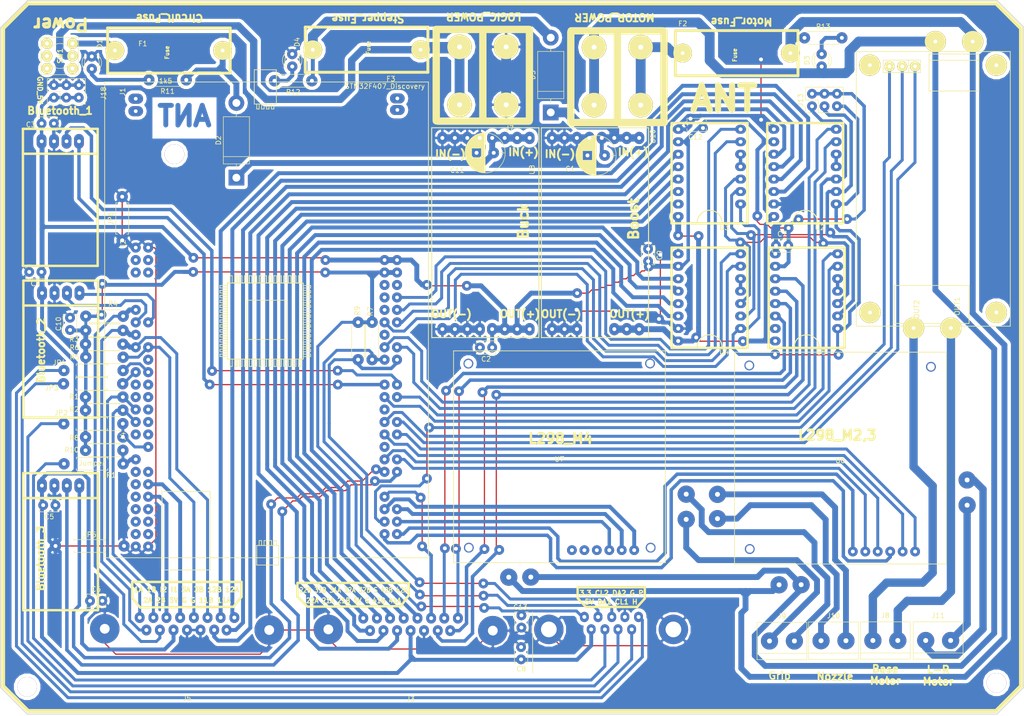
<source format=kicad_pcb>
(kicad_pcb (version 20171130) (host pcbnew "(5.0.2)-1")
  (layers (0 F.Cu signal) (31 B.Cu signal) (34 B.Paste user) (35 F.Paste user) (36 B.SilkS user) (37 F.SilkS user) (38 B.Mask user) (39 F.Mask user) (44 Edge.Cuts user))
  (net 0 "")
  (net 1 "Net-(C1-Pad1)")
  (net 2 "Net-(C11-Pad1)")
  (net 3 GND)
  (net 4 +5V)
  (net 5 "Net-(D1-Pad2)")
  (net 6 "Net-(D2-Pad2)")
  (net 7 "Net-(F1-Pad2)")
  (net 8 +12V)
  (net 9 "Net-(U2-Pad5)")
  (net 10 "Net-(U3-Pad5)")
  (net 11 "Net-(U4-Pad5)")
  (net 12 "Net-(U5-Pad5)")
  (net 13 "Net-(U7-Pad4)")
  (net 14 "Net-(U7-Pad3)")
  (net 15 "Net-(U7-Pad5)")
  (net 16 /18V)
  (net 17 /GMOT)
  (net 18 "Net-(D3-Pad2)")
  (net 19 "Net-(D4-Pad2)")
  (net 20 "Net-(D5-Pad2)")
  (net 21 /12VMOT)
  (net 22 "Net-(F2-Pad2)")
  (net 23 /U1_TX)
  (net 24 /U1_RX)
  (net 25 /U2_TX)
  (net 26 /U2_RX)
  (net 27 /S2_2B)
  (net 28 /S2_1A)
  (net 29 /S3_2B)
  (net 30 /S3_1A)
  (net 31 /S4_2B)
  (net 32 /S4_1A)
  (net 33 /S2_2A)
  (net 34 /S2_1B)
  (net 35 /S3_2A)
  (net 36 /S3_1B)
  (net 37 /S4_2A)
  (net 38 /S4_1B)
  (net 39 /SERVO)
  (net 40 /U3_TX)
  (net 41 /U3_RX)
  (net 42 /I2C2_SDA)
  (net 43 /I2C2_SCL)
  (net 44 +3V3)
  (net 45 /I2C1_SDA)
  (net 46 /I2C1_SCL)
  (net 47 "Net-(J8-Pad1)")
  (net 48 "Net-(J8-Pad2)")
  (net 49 "Net-(J9-Pad1)")
  (net 50 "Net-(J9-Pad2)")
  (net 51 "Net-(J10-Pad1)")
  (net 52 "Net-(J10-Pad2)")
  (net 53 "Net-(J11-Pad1)")
  (net 54 "Net-(J11-Pad2)")
  (net 55 /E1_CHA)
  (net 56 /E1_CHB)
  (net 57 /E2_CHA)
  (net 58 /E2_CHB)
  (net 59 /E3_CHA)
  (net 60 /E3_CHB)
  (net 61 /M2_PWM)
  (net 62 /S1_2B)
  (net 63 /S1_2A)
  (net 64 /S1_1A)
  (net 65 /S1_1B)
  (net 66 /M3_PWM)
  (net 67 /M4_PWM)
  (net 68 "Net-(U9-Pad4)")
  (net 69 "Net-(U9-Pad3)")
  (net 70 "Net-(U9-Pad6)")
  (net 71 "Net-(U9-Pad5)")
  (net 72 "Net-(U9-Pad25)")
  (net 73 "Net-(U9-Pad26)")
  (net 74 "Net-(U9-Pad28)")
  (net 75 "Net-(U9-Pad31)")
  (net 76 "Net-(U9-Pad32)")
  (net 77 "Net-(U9-Pad30)")
  (net 78 "Net-(U9-Pad24)")
  (net 79 "Net-(U9-Pad23)")
  (net 80 "Net-(U9-Pad20)")
  (net 81 "Net-(U9-Pad38)")
  (net 82 "Net-(U9-Pad37)")
  (net 83 "Net-(U9-Pad41)")
  (net 84 "Net-(U9-Pad39)")
  (net 85 "Net-(U9-Pad47)")
  (net 86 "Net-(U9-Pad48)")
  (net 87 "Net-(U9-Pad45)")
  (net 88 "Net-(U9-Pad46)")
  (net 89 "Net-(U9-Pad44)")
  (net 90 "Net-(U9-Pad43)")
  (net 91 "Net-(U9-Pad83)")
  (net 92 "Net-(U9-Pad77)")
  (net 93 "Net-(U9-Pad59)")
  (net 94 "Net-(U9-Pad65)")
  (net 95 "Net-(U9-Padc)")
  (net 96 "Net-(U9-Padd)")
  (net 97 "Net-(U9-Padb)")
  (net 98 "Net-(U9-Pada)")
  (net 99 /INT1)
  (net 100 /INT2)
  (net 101 /PH)
  (net 102 /HUMIDITY)
  (net 103 /MS1)
  (net 104 /MS2)
  (net 105 /MS3)
  (net 106 /M1_EN1)
  (net 107 /M1_EN2)
  (net 108 /M3_EN2)
  (net 109 /M3_EN1)
  (net 110 /M2_EN2)
  (net 111 /M2_EN1)
  (net 112 /M4_EN2)
  (net 113 /M4_EN1)
  (net 114 /M1_PWM)
  (net 115 /S1_STEP)
  (net 116 /S1_DIR)
  (net 117 /S2_STEP)
  (net 118 /S2_DIR)
  (net 119 /S3_STEP)
  (net 120 /S3_DIR)
  (net 121 /S4_STEP)
  (net 122 /S4_DIR)
  (net 123 "Net-(U9-Pad57)")
  (net 124 "Net-(U9-Pad58)")
  (net 125 "Net-(U9-Pad61)")
  (net 126 "Net-(J6-Pad1)")
  (net 127 "Net-(J6-Pad7)")
  (net 128 "Net-(J6-Pad8)")
  (net 129 "Net-(J6-Pad6)")
  (net 130 "Net-(J14-Pad1)")
  (net 131 "Net-(J15-Pad1)")
  (net 132 "Net-(J16-Pad1)")
  (module modFiles:Bluetooth_horizontal (layer F.Cu) (at 53.16432 51.74 270)
    (fp_text reference J1 (at -7.52 -8.9 270) (layer F.SilkS))
    (fp_text value Bluetooth_1 (at -3.7 3.87) (layer F.SilkS) (effects (font (size 1.5 1.5) (thickness 0.375))))
    (pad 2 thru_hole oval (at 2.54 0 270) (size 3 2) (drill 0.762) (layers *.Cu *.Mask) (net 23 /U1_TX))
    (pad 3 thru_hole oval (at 2.54 2.54 270) (size 3 2) (drill 0.762) (layers *.Cu *.Mask) (net 24 /U1_RX))
    (pad 4 thru_hole oval (at 2.54 5.08 270) (size 3 2) (drill 0.762) (layers *.Cu *.Mask) (net 3 GND))
    (pad 5 thru_hole oval (at 2.54 7.62 270) (size 3 2) (drill 0.762) (layers *.Cu *.Mask) (net 4 +5V))
  )
  (module modFiles:Capacitor_Disc_Small (layer F.Cu) (at 177.85032 50.942)
    (fp_text reference C12 (at 1.004 2.478) (layer F.SilkS))
    (fp_text value C)
    (pad 1 thru_hole circle (at 0 -1.27) (size 2 2) (drill 0.8) (layers *.Cu *.Mask) (net 3 GND))
    (pad 2 thru_hole circle (at 2.54 0.635) (size 2 2) (drill 0.8) (layers *.Cu *.Mask) (net 4 +5V))
  )
  (module modFiles:Resistor_small (layer F.Cu) (at 61.97432 73.83 90)
    (fp_text reference JP6 (at 3.81 -2.31 90) (layer F.SilkS))
    (fp_text value Jumper)
    (pad 2 thru_hole circle (at 8.255 0 90) (size 2.3 2.3) (drill 0.8) (layers *.Cu *.Mask) (net 3 GND))
    (pad 1 thru_hole circle (at -0.635 0 90) (size 2.3 2.3) (drill 0.8) (layers *.Cu *.Mask) (net 3 GND))
  )
  (module modFiles:Resistor_small (layer F.Cu) (at 51.55432 136.79)
    (fp_text reference JP5 (at 3.81 -2.31) (layer F.SilkS))
    (fp_text value Jumper)
    (pad 1 thru_hole circle (at -3.175 0) (size 2.3 2.3) (drill 0.8) (layers *.Cu *.Mask) (net 3 GND))
    (pad 2 thru_hole circle (at 10.795 0) (size 2.3 2.3) (drill 0.8) (layers *.Cu *.Mask) (net 3 GND))
  )
  (module modFiles:Connector_DB_9 (layer F.Cu) (at 167.25432 151.26 180)
    (fp_text reference J6 hide)
    (fp_text value "3 MPU, HUMIDITY, PH")
    (pad 0 thru_hole circle (at 18.29 -2.54 180) (size 6 6) (drill 3.2) (layers *.Cu *.Mask) (net 3 GND))
    (pad 0 thru_hole circle (at -7.11 -2.54 180) (size 6 6) (drill 3.2) (layers *.Cu *.Mask) (net 3 GND))
    (pad 1 thru_hole oval (at 0 0 180) (size 1.8 2.1) (drill 0.8) (layers *.Cu *.Mask) (net 126 "Net-(J6-Pad1)"))
    (pad 2 thru_hole oval (at 2.79 0 180) (size 1.8 2.1) (drill 0.8) (layers *.Cu *.Mask) (net 3 GND))
    (pad 3 thru_hole oval (at 5.46 0 180) (size 1.8 2.1) (drill 0.8) (layers *.Cu *.Mask) (net 45 /I2C1_SDA))
    (pad 4 thru_hole oval (at 8.26 0 180) (size 1.8 2.1) (drill 0.8) (layers *.Cu *.Mask) (net 46 /I2C1_SCL))
    (pad 5 thru_hole oval (at 11.05 0 180) (size 1.8 2.1) (drill 0.8) (layers *.Cu *.Mask) (net 44 +3V3))
    (pad 6 thru_hole oval (at 1.4 -2.54 180) (size 1.8 2.1) (drill 0.8) (layers *.Cu *.Mask) (net 129 "Net-(J6-Pad6)"))
    (pad 7 thru_hole oval (at 4.19 -2.54 180) (size 1.8 2.1) (drill 0.8) (layers *.Cu *.Mask) (net 127 "Net-(J6-Pad7)"))
    (pad 8 thru_hole oval (at 6.86 -2.54 180) (size 1.8 2.1) (drill 0.8) (layers *.Cu *.Mask) (net 128 "Net-(J6-Pad8)"))
    (pad 9 thru_hole oval (at 9.65 -2.54 180) (size 1.8 2.1) (drill 0.8) (layers *.Cu *.Mask) (net 4 +5V))
  )
  (module modFiles:Resistor_small (layer F.Cu) (at 59.63432 120.03 180)
    (fp_text reference JP1 (at 0.3 -2.31 180) (layer F.SilkS))
    (fp_text value Jumper (at 3.83 0.13 180) (layer F.SilkS))
    (pad 2 thru_hole circle (at 9.525 0 180) (size 2.3 2.3) (drill 0.8) (layers *.Cu *.Mask) (net 128 "Net-(J6-Pad8)"))
    (pad 1 thru_hole circle (at -2.54 0 180) (size 2.3 2.3) (drill 0.8) (layers *.Cu *.Mask) (net 42 /I2C2_SDA))
  )
  (module modFiles:Resistor_small (layer F.Cu) (at 59.57432 111.85 180)
    (fp_text reference JP2 (at 10.03 2.2 180) (layer F.SilkS))
    (fp_text value Jumper)
    (pad 1 thru_hole circle (at -2.54 0 180) (size 2.3 2.3) (drill 0.8) (layers *.Cu *.Mask) (net 43 /I2C2_SCL))
    (pad 2 thru_hole circle (at 9.525 0 180) (size 2.3 2.3) (drill 0.8) (layers *.Cu *.Mask) (net 127 "Net-(J6-Pad7)"))
  )
  (module modFiles:Resistor_small (layer F.Cu) (at 59.53432 103.71 180)
    (fp_text reference JP3 (at 11.92 -0.83 180) (layer F.SilkS))
    (fp_text value Jumper)
    (pad 1 thru_hole circle (at -2.54 0 180) (size 2.3 2.3) (drill 0.8) (layers *.Cu *.Mask) (net 102 /HUMIDITY))
    (pad 2 thru_hole circle (at 9.525 0 180) (size 2.3 2.3) (drill 0.8) (layers *.Cu *.Mask) (net 129 "Net-(J6-Pad6)"))
  )
  (module modFiles:Resistor_small (layer F.Cu) (at 59.61432 101.01 180)
    (fp_text reference JP4 (at 10.45 1.59 180) (layer F.SilkS))
    (fp_text value Jumper)
    (pad 2 thru_hole circle (at 9.525 0 180) (size 2.3 2.3) (drill 0.8) (layers *.Cu *.Mask) (net 126 "Net-(J6-Pad1)"))
    (pad 1 thru_hole circle (at -2.54 0 180) (size 2.3 2.3) (drill 0.8) (layers *.Cu *.Mask) (net 101 /PH))
  )
  (module modFiles:STM32F407_Discovery (layer F.Cu) (at 91.40444 90.68308)
    (fp_text reference U9 hide)
    (fp_text value STM32F407_Discovery (at 24.12988 -47.62308) (layer F.SilkS))
    (pad 59 thru_hole circle (at 24.0665 -4.572) (size 2.05 2.05) (drill 0.762) (layers *.Cu *.Mask) (net 93 "Net-(U9-Pad59)"))
    (pad 60 thru_hole circle (at 26.6065 -4.572) (size 2.05 2.05) (drill 0.762) (layers *.Cu *.Mask) (net 117 /S2_STEP))
    (pad 83 thru_hole circle (at 24.0665 25.908) (size 2.05 2.05) (drill 0.762) (layers *.Cu *.Mask) (net 91 "Net-(U9-Pad83)"))
    (pad 64 thru_hole circle (at 26.6065 0.508) (size 2.05 2.05) (drill 0.762) (layers *.Cu *.Mask) (net 119 /S3_STEP))
    (pad 63 thru_hole circle (at 24.0665 0.508) (size 2.05 2.05) (drill 0.762) (layers *.Cu *.Mask) (net 120 /S3_DIR))
    (pad 1 thru_hole circle (at -26.67 -14.732) (size 2.05 2.05) (drill 0.762) (layers *.Cu *.Mask) (net 3 GND))
    (pad 2 thru_hole circle (at -24.13 -14.732) (size 2.05 2.05) (drill 0.762) (layers *.Cu *.Mask) (net 3 GND))
    (pad 4 thru_hole circle (at -24.13 -12.192) (size 2.05 2.05) (drill 0.762) (layers *.Cu *.Mask) (net 68 "Net-(U9-Pad4)"))
    (pad 3 thru_hole circle (at -26.67 -12.192) (size 2.05 2.05) (drill 0.762) (layers *.Cu *.Mask) (net 69 "Net-(U9-Pad3)"))
    (pad 6 thru_hole circle (at -24.13 -9.652) (size 2.05 2.05) (drill 0.762) (layers *.Cu *.Mask) (net 70 "Net-(U9-Pad6)"))
    (pad 5 thru_hole circle (at -26.67 -9.652) (size 2.05 2.05) (drill 0.762) (layers *.Cu *.Mask) (net 71 "Net-(U9-Pad5)"))
    (pad 13 thru_hole circle (at -26.67 0.508) (size 2.05 2.05) (drill 0.762) (layers *.Cu *.Mask) (net 26 /U2_RX))
    (pad 14 thru_hole circle (at -24.13 0.508) (size 2.05 2.05) (drill 0.762) (layers *.Cu *.Mask) (net 25 /U2_TX))
    (pad 15 thru_hole circle (at -26.67 3.048) (size 2.05 2.05) (drill 0.762) (layers *.Cu *.Mask) (net 57 /E2_CHA))
    (pad 11 thru_hole circle (at -26.67 -2.032) (size 2.05 2.05) (drill 0.762) (layers *.Cu *.Mask) (net 58 /E2_CHB))
    (pad 25 thru_hole circle (at -26.67 15.748) (size 2.05 2.05) (drill 0.762) (layers *.Cu *.Mask) (net 72 "Net-(U9-Pad25)"))
    (pad 26 thru_hole circle (at -24.13 15.748) (size 2.05 2.05) (drill 0.762) (layers *.Cu *.Mask) (net 73 "Net-(U9-Pad26)"))
    (pad 28 thru_hole circle (at -24.13 18.288) (size 2.05 2.05) (drill 0.762) (layers *.Cu *.Mask) (net 74 "Net-(U9-Pad28)"))
    (pad 27 thru_hole circle (at -26.67 18.288) (size 2.05 2.05) (drill 0.762) (layers *.Cu *.Mask) (net 55 /E1_CHA))
    (pad 31 thru_hole circle (at -26.67 23.368) (size 2.05 2.05) (drill 0.762) (layers *.Cu *.Mask) (net 75 "Net-(U9-Pad31)"))
    (pad 32 thru_hole circle (at -24.13 23.368) (size 2.05 2.05) (drill 0.762) (layers *.Cu *.Mask) (net 76 "Net-(U9-Pad32)"))
    (pad 30 thru_hole circle (at -24.13 20.828) (size 2.05 2.05) (drill 0.762) (layers *.Cu *.Mask) (net 77 "Net-(U9-Pad30)"))
    (pad 29 thru_hole circle (at -26.67 20.828) (size 2.05 2.05) (drill 0.762) (layers *.Cu *.Mask) (net 56 /E1_CHB))
    (pad 21 thru_hole circle (at -26.67 10.668) (size 2.05 2.05) (drill 0.762) (layers *.Cu *.Mask) (net 102 /HUMIDITY))
    (pad 22 thru_hole circle (at -24.13 10.668) (size 2.05 2.05) (drill 0.762) (layers *.Cu *.Mask) (net 101 /PH))
    (pad 24 thru_hole circle (at -24.13 13.208) (size 2.05 2.05) (drill 0.762) (layers *.Cu *.Mask) (net 78 "Net-(U9-Pad24)"))
    (pad 23 thru_hole circle (at -26.67 13.208) (size 2.05 2.05) (drill 0.762) (layers *.Cu *.Mask) (net 79 "Net-(U9-Pad23)"))
    (pad 20 thru_hole circle (at -24.13 8.128) (size 2.05 2.05) (drill 0.762) (layers *.Cu *.Mask) (net 80 "Net-(U9-Pad20)"))
    (pad 18 thru_hole circle (at -24.13 5.588) (size 2.05 2.05) (drill 0.762) (layers *.Cu *.Mask) (net 59 /E3_CHA))
    (pad 17 thru_hole circle (at -26.67 5.588) (size 2.05 2.05) (drill 0.762) (layers *.Cu *.Mask) (net 60 /E3_CHB))
    (pad 35 thru_hole circle (at -26.67 28.448) (size 2.05 2.05) (drill 0.762) (layers *.Cu *.Mask) (net 42 /I2C2_SDA))
    (pad 38 thru_hole circle (at -24.13 30.988) (size 2.05 2.05) (drill 0.762) (layers *.Cu *.Mask) (net 81 "Net-(U9-Pad38)"))
    (pad 37 thru_hole circle (at -26.67 30.988) (size 2.05 2.05) (drill 0.762) (layers *.Cu *.Mask) (net 82 "Net-(U9-Pad37)"))
    (pad 41 thru_hole circle (at -26.67 36.068) (size 2.05 2.05) (drill 0.762) (layers *.Cu *.Mask) (net 83 "Net-(U9-Pad41)"))
    (pad 42 thru_hole circle (at -24.13 36.068) (size 2.05 2.05) (drill 0.762) (layers *.Cu *.Mask) (net 100 /INT2))
    (pad 40 thru_hole circle (at -24.13 33.528) (size 2.05 2.05) (drill 0.762) (layers *.Cu *.Mask) (net 99 /INT1))
    (pad 39 thru_hole circle (at -26.67 33.528) (size 2.05 2.05) (drill 0.762) (layers *.Cu *.Mask) (net 84 "Net-(U9-Pad39)"))
    (pad 47 thru_hole circle (at -26.67 43.688) (size 2.05 2.05) (drill 0.762) (layers *.Cu *.Mask) (net 85 "Net-(U9-Pad47)"))
    (pad 48 thru_hole circle (at -24.13 43.688) (size 2.05 2.05) (drill 0.762) (layers *.Cu *.Mask) (net 86 "Net-(U9-Pad48)"))
    (pad 50 thru_hole circle (at -24.13 46.228) (size 2.05 2.05) (drill 0.762) (layers *.Cu *.Mask) (net 3 GND))
    (pad 49 thru_hole circle (at -26.67 46.228) (size 2.05 2.05) (drill 0.762) (layers *.Cu *.Mask) (net 3 GND))
    (pad 45 thru_hole circle (at -26.67 41.148) (size 2.05 2.05) (drill 0.762) (layers *.Cu *.Mask) (net 87 "Net-(U9-Pad45)"))
    (pad 46 thru_hole circle (at -24.13 41.148) (size 2.05 2.05) (drill 0.762) (layers *.Cu *.Mask) (net 88 "Net-(U9-Pad46)"))
    (pad 44 thru_hole circle (at -24.13 38.608) (size 2.05 2.05) (drill 0.762) (layers *.Cu *.Mask) (net 89 "Net-(U9-Pad44)"))
    (pad 43 thru_hole circle (at -26.67 38.608) (size 2.05 2.05) (drill 0.762) (layers *.Cu *.Mask) (net 90 "Net-(U9-Pad43)"))
    (pad 34 thru_hole circle (at -24.13 25.908) (size 2.05 2.05) (drill 0.762) (layers *.Cu *.Mask) (net 43 /I2C2_SCL))
    (pad 93 thru_hole circle (at 24.0665 38.608) (size 2.05 2.05) (drill 0.762) (layers *.Cu *.Mask) (net 112 /M4_EN2))
    (pad 94 thru_hole circle (at 26.6065 38.608) (size 2.05 2.05) (drill 0.762) (layers *.Cu *.Mask) (net 113 /M4_EN1))
    (pad 96 thru_hole circle (at 26.6065 41.148) (size 2.05 2.05) (drill 0.762) (layers *.Cu *.Mask) (net 67 /M4_PWM))
    (pad 95 thru_hole circle (at 24.0665 41.148) (size 2.05 2.05) (drill 0.762) (layers *.Cu *.Mask) (net 114 /M1_PWM))
    (pad 98 thru_hole circle (at 26.6065 43.688) (size 2.05 2.05) (drill 0.762) (layers *.Cu *.Mask) (net 61 /M2_PWM))
    (pad 97 thru_hole circle (at 24.0665 43.688) (size 2.05 2.05) (drill 0.762) (layers *.Cu *.Mask) (net 66 /M3_PWM))
    (pad 85 thru_hole circle (at 24.0665 28.448) (size 2.05 2.05) (drill 0.762) (layers *.Cu *.Mask) (net 110 /M2_EN2))
    (pad 86 thru_hole circle (at 26.6065 28.448) (size 2.05 2.05) (drill 0.762) (layers *.Cu *.Mask) (net 111 /M2_EN1))
    (pad 91 thru_hole circle (at 24.0665 36.068) (size 2.05 2.05) (drill 0.762) (layers *.Cu *.Mask) (net 39 /SERVO))
    (pad 87 thru_hole circle (at 24.0665 30.988) (size 2.05 2.05) (drill 0.762) (layers *.Cu *.Mask) (net 40 /U3_TX))
    (pad 88 thru_hole circle (at 26.6065 30.988) (size 2.05 2.05) (drill 0.762) (layers *.Cu *.Mask) (net 41 /U3_RX))
    (pad 67 thru_hole circle (at 24.0665 5.588) (size 2.05 2.05) (drill 0.762) (layers *.Cu *.Mask) (net 115 /S1_STEP))
    (pad 68 thru_hole circle (at 26.6065 5.588) (size 2.05 2.05) (drill 0.762) (layers *.Cu *.Mask) (net 116 /S1_DIR))
    (pad 70 thru_hole circle (at 26.6065 8.128) (size 2.05 2.05) (drill 0.762) (layers *.Cu *.Mask) (net 45 /I2C1_SDA))
    (pad 69 thru_hole circle (at 24.0665 8.128) (size 2.05 2.05) (drill 0.762) (layers *.Cu *.Mask) (net 46 /I2C1_SCL))
    (pad 73 thru_hole circle (at 24.0665 13.208) (size 2.05 2.05) (drill 0.762) (layers *.Cu *.Mask) (net 23 /U1_TX))
    (pad 74 thru_hole circle (at 26.6065 13.208) (size 2.05 2.05) (drill 0.762) (layers *.Cu *.Mask) (net 24 /U1_RX))
    (pad 79 thru_hole circle (at 24.0665 20.828) (size 2.05 2.05) (drill 0.762) (layers *.Cu *.Mask) (net 106 /M1_EN1))
    (pad 80 thru_hole circle (at 26.6065 20.828) (size 2.05 2.05) (drill 0.762) (layers *.Cu *.Mask) (net 107 /M1_EN2))
    (pad 82 thru_hole circle (at 26.6065 23.368) (size 2.05 2.05) (drill 0.762) (layers *.Cu *.Mask) (net 108 /M3_EN2))
    (pad 81 thru_hole circle (at 24.0665 23.368) (size 2.05 2.05) (drill 0.762) (layers *.Cu *.Mask) (net 109 /M3_EN1))
    (pad 77 thru_hole circle (at 24.0665 18.288) (size 2.05 2.05) (drill 0.762) (layers *.Cu *.Mask) (net 92 "Net-(U9-Pad77)"))
    (pad 76 thru_hole circle (at 26.6065 15.748) (size 2.05 2.05) (drill 0.762) (layers *.Cu *.Mask) (net 121 /S4_STEP))
    (pad 75 thru_hole circle (at 24.0665 15.748) (size 2.05 2.05) (drill 0.762) (layers *.Cu *.Mask) (net 122 /S4_DIR))
    (pad 62 thru_hole circle (at 26.6065 -2.032) (size 2.05 2.05) (drill 0.762) (layers *.Cu *.Mask) (net 118 /S2_DIR))
    (pad 61 thru_hole circle (at 24.0665 -2.032) (size 2.05 2.05) (drill 0.762) (layers *.Cu *.Mask) (net 125 "Net-(U9-Pad61)"))
    (pad 65 thru_hole circle (at 24.0665 3.048) (size 2.05 2.05) (drill 0.762) (layers *.Cu *.Mask) (net 94 "Net-(U9-Pad65)"))
    (pad 55 thru_hole circle (at 24.0665 -9.652) (size 2.05 2.05) (drill 0.762) (layers *.Cu *.Mask) (net 44 +3V3))
    (pad 56 thru_hole circle (at 26.6065 -9.652) (size 2.05 2.05) (drill 0.762) (layers *.Cu *.Mask) (net 44 +3V3))
    (pad 58 thru_hole circle (at 26.6065 -7.112) (size 2.05 2.05) (drill 0.762) (layers *.Cu *.Mask) (net 124 "Net-(U9-Pad58)"))
    (pad 57 thru_hole circle (at 24.0665 -7.112) (size 2.05 2.05) (drill 0.762) (layers *.Cu *.Mask) (net 123 "Net-(U9-Pad57)"))
    (pad 53 thru_hole circle (at 24.0665 -12.192) (size 2.05 2.05) (drill 0.762) (layers *.Cu *.Mask) (net 4 +5V))
    (pad 54 thru_hole circle (at 26.6065 -12.192) (size 2.05 2.05) (drill 0.762) (layers *.Cu *.Mask) (net 4 +5V))
    (pad c thru_hole oval (at 26.67 -45.1485) (size 3 2.05) (drill 0.762) (layers *.Cu *.Mask) (net 95 "Net-(U9-Padc)"))
    (pad d thru_hole oval (at 26.67 -42.799) (size 3 2.05) (drill 0.762) (layers *.Cu *.Mask) (net 96 "Net-(U9-Padd)"))
    (pad b thru_hole oval (at -26.67 -42.545) (size 3 2.05) (drill 0.762) (layers *.Cu *.Mask) (net 97 "Net-(U9-Padb)"))
    (pad a thru_hole oval (at -26.67 -45.085) (size 3 2.05) (drill 0.762) (layers *.Cu *.Mask) (net 98 "Net-(U9-Pada)"))
  )
  (module modFiles:L298 (layer F.Cu) (at 151.13 118.5926)
    (fp_text reference U7 (at 0 0.5) (layer F.SilkS))
    (fp_text value L298_M4 (at 0.23432 -3.7126) (layer F.SilkS) (effects (font (size 2 2) (thickness 0.5))))
    (pad 3 thru_hole circle (at 2.54 19.05) (size 2 2) (drill 0.8) (layers *.Cu *.Mask) (net 14 "Net-(U7-Pad3)"))
    (pad 4 thru_hole circle (at 5.08 19.05) (size 2 2) (drill 0.8) (layers *.Cu *.Mask) (net 13 "Net-(U7-Pad4)"))
    (pad 5 thru_hole circle (at 7.62 19.05) (size 2 2) (drill 0.8) (layers *.Cu *.Mask) (net 15 "Net-(U7-Pad5)"))
    (pad 6 thru_hole circle (at 10.16 19.05) (size 2 2) (drill 0.8) (layers *.Cu *.Mask) (net 67 /M4_PWM))
    (pad 7 thru_hole circle (at 12.7 19.05) (size 2 2) (drill 0.8) (layers *.Cu *.Mask) (net 113 /M4_EN1))
    (pad 8 thru_hole circle (at 15.24 19.05) (size 2 2) (drill 0.8) (layers *.Cu *.Mask) (net 112 /M4_EN2))
    (pad 2 thru_hole circle (at -5.842 24.5364) (size 3.5 3.5) (drill 1) (layers *.Cu *.Mask) (net 17 /GMOT))
    (pad 1 thru_hole circle (at -10.3378 24.5618) (size 3.5 3.5) (drill 1) (layers *.Cu *.Mask) (net 21 /12VMOT))
    (pad 11 thru_hole circle (at 25.8445 7.6327) (size 3.5 3.5) (drill 1) (layers *.Cu *.Mask) (net 50 "Net-(J9-Pad2)"))
    (pad 12 thru_hole circle (at 25.8445 12.7762) (size 3.5 3.5) (drill 1) (layers *.Cu *.Mask) (net 49 "Net-(J9-Pad1)"))
    (pad 0 thru_hole circle (at 18.47 -19.02) (size 2 2) (drill 1.5) (layers *.Cu *.Mask))
    (pad 0 thru_hole circle (at -18.57 -18.99) (size 2 2) (drill 1.5) (layers *.Cu *.Mask))
    (pad 0 thru_hole circle (at -18.4785 18.542) (size 2 2) (drill 1.5) (layers *.Cu *.Mask))
    (pad 0 thru_hole circle (at 18.5928 18.542) (size 2 2) (drill 1.5) (layers *.Cu *.Mask))
  )
  (module modFiles:L298 (layer F.Cu) (at 208.407 118.872)
    (fp_text reference U6 (at 0 0.5) (layer F.SilkS))
    (fp_text value L298_M2,3 (at -0.63268 -4.672) (layer F.SilkS) (effects (font (size 2 2) (thickness 0.5))))
    (pad 0 thru_hole circle (at -18.4785 18.542) (size 2 2) (drill 1.5) (layers *.Cu *.Mask))
    (pad 0 thru_hole circle (at -18.57 -18.89) (size 2 2) (drill 1.5) (layers *.Cu *.Mask))
    (pad 0 thru_hole circle (at 18.4658 -18.6182) (size 2 2) (drill 1.5) (layers *.Cu *.Mask))
    (pad 12 thru_hole circle (at 25.8445 9.6012) (size 3.5 3.5) (drill 1) (layers *.Cu *.Mask) (net 54 "Net-(J11-Pad2)"))
    (pad 11 thru_hole circle (at 25.8445 4.4577) (size 3.5 3.5) (drill 1) (layers *.Cu *.Mask) (net 53 "Net-(J11-Pad1)"))
    (pad 9 thru_hole circle (at -25.0571 7.3914) (size 3.5 3.5) (drill 1) (layers *.Cu *.Mask) (net 52 "Net-(J10-Pad2)"))
    (pad 10 thru_hole circle (at -25.0571 12.3444) (size 3.5 3.5) (drill 1) (layers *.Cu *.Mask) (net 51 "Net-(J10-Pad1)"))
    (pad 1 thru_hole circle (at -12.4968 25.8318) (size 3.5 3.5) (drill 1) (layers *.Cu *.Mask) (net 21 /12VMOT))
    (pad 2 thru_hole circle (at -8.001 25.8064) (size 3.5 3.5) (drill 1) (layers *.Cu *.Mask) (net 17 /GMOT))
    (pad 8 thru_hole circle (at 15.24 19.05) (size 2 2) (drill 0.8) (layers *.Cu *.Mask) (net 108 /M3_EN2))
    (pad 7 thru_hole circle (at 12.7 19.05) (size 2 2) (drill 0.8) (layers *.Cu *.Mask) (net 109 /M3_EN1))
    (pad 6 thru_hole circle (at 10.16 19.05) (size 2 2) (drill 0.8) (layers *.Cu *.Mask) (net 66 /M3_PWM))
    (pad 5 thru_hole circle (at 7.62 19.05) (size 2 2) (drill 0.8) (layers *.Cu *.Mask) (net 110 /M2_EN2))
    (pad 4 thru_hole circle (at 5.08 19.05) (size 2 2) (drill 0.8) (layers *.Cu *.Mask) (net 111 /M2_EN1))
    (pad 3 thru_hole circle (at 2.54 19.05) (size 2 2) (drill 0.8) (layers *.Cu *.Mask) (net 61 /M2_PWM))
  )
  (module modFiles:Bluetooth_horizontal (layer F.Cu) (at 53.22432 121.94 270)
    (fp_text reference J4 (at -7.52 -8.9 270) (layer F.SilkS))
    (fp_text value Bluetooth_3 (at 17.37 7.89 270) (layer F.SilkS) (effects (font (size 1.5 1.5) (thickness 0.375))))
    (pad 5 thru_hole oval (at 2.54 7.62 270) (size 3 2) (drill 0.762) (layers *.Cu *.Mask) (net 4 +5V))
    (pad 4 thru_hole oval (at 2.54 5.08 270) (size 3 2) (drill 0.762) (layers *.Cu *.Mask) (net 3 GND))
    (pad 3 thru_hole oval (at 2.54 2.54 270) (size 3 2) (drill 0.762) (layers *.Cu *.Mask) (net 41 /U3_RX))
    (pad 2 thru_hole oval (at 2.54 0 270) (size 3 2) (drill 0.762) (layers *.Cu *.Mask) (net 40 /U3_TX))
  )
  (module modFiles:Bluetooth_horizontal (layer F.Cu) (at 53.25432 82.68 270)
    (fp_text reference J2 (at -7.52 -8.9 270) (layer F.SilkS))
    (fp_text value Bluetooth_2 (at 14.22 7.83 90) (layer F.SilkS) (effects (font (size 1.5 1.5) (thickness 0.375))))
    (pad 5 thru_hole oval (at 2.54 7.62 270) (size 3 2) (drill 0.762) (layers *.Cu *.Mask) (net 4 +5V))
    (pad 4 thru_hole oval (at 2.54 5.08 270) (size 3 2) (drill 0.762) (layers *.Cu *.Mask) (net 3 GND))
    (pad 3 thru_hole oval (at 2.54 2.54 270) (size 3 2) (drill 0.762) (layers *.Cu *.Mask) (net 26 /U2_RX))
    (pad 2 thru_hole oval (at 2.54 0 270) (size 3 2) (drill 0.762) (layers *.Cu *.Mask) (net 25 /U2_TX))
  )
  (module modFiles:Buck_Regulator (layer F.Cu) (at 167.386 53.594 270)
    (fp_text reference U10 (at -0.304 -2.79832 270) (layer F.SilkS))
    (fp_text value Boost (at 16.546 1.14168 270) (layer F.SilkS) (effects (font (size 2 2) (thickness 0.5))))
    (fp_text user "IN(+)" (at 2.9 1.225) (layer F.SilkS) (effects (font (size 1.5 1.5) (thickness 0.375))))
    (fp_text user "IN(-)" (at 3.275 16.15) (layer F.SilkS) (effects (font (size 1.5 1.5) (thickness 0.375))))
    (fp_text user "OUT(+)" (at 35.875 1.95) (layer F.SilkS) (effects (font (size 1.5 1.5) (thickness 0.375))))
    (fp_text user "OUT(-)" (at 35.9 15.9) (layer F.SilkS) (effects (font (size 1.5 1.5) (thickness 0.375))))
    (pad 4 thru_hole oval (at 38.98 17.77 270) (size 2.5 2.05) (drill 0.8) (layers *.Cu *.Mask) (net 3 GND))
    (pad 4 thru_hole oval (at 38.98 15.23 270) (size 2.5 2.05) (drill 0.8) (layers *.Cu *.Mask) (net 3 GND))
    (pad 4 thru_hole oval (at 38.98 12.69 270) (size 2.5 2.05) (drill 0.8) (layers *.Cu *.Mask) (net 3 GND))
    (pad 3 thru_hole oval (at 38.98 5.07 270) (size 2.5 2.05) (drill 0.8) (layers *.Cu *.Mask) (net 16 /18V))
    (pad 3 thru_hole oval (at 38.98 2.53 270) (size 2.5 2.05) (drill 0.8) (layers *.Cu *.Mask) (net 16 /18V))
    (pad 3 thru_hole oval (at 39 0 270) (size 2.5 2.05) (drill 0.8) (layers *.Cu *.Mask) (net 16 /18V))
    (pad 2 thru_hole oval (at 0 17.78 270) (size 2.5 2.05) (drill 0.8) (layers *.Cu *.Mask) (net 3 GND))
    (pad 2 thru_hole oval (at 0 15.24 270) (size 2.5 2.05) (drill 0.8) (layers *.Cu *.Mask) (net 3 GND))
    (pad 2 thru_hole oval (at 0 12.7 270) (size 2.5 2.05) (drill 0.8) (layers *.Cu *.Mask) (net 3 GND))
    (pad 2 thru_hole oval (at 0 10.16 270) (size 2.5 2.05) (drill 0.8) (layers *.Cu *.Mask) (net 3 GND))
    (pad 1 thru_hole oval (at 0 7.62 270) (size 2.5 2.05) (drill 0.8) (layers *.Cu *.Mask) (net 1 "Net-(C1-Pad1)"))
    (pad 1 thru_hole oval (at 0 5.08 270) (size 2.5 2.05) (drill 0.8) (layers *.Cu *.Mask) (net 1 "Net-(C1-Pad1)"))
    (pad 1 thru_hole oval (at 0 2.54 270) (size 2.5 2.05) (drill 0.8) (layers *.Cu *.Mask) (net 1 "Net-(C1-Pad1)"))
    (pad 1 thru_hole oval (at 0 0 270) (size 2.5 2.05) (drill 0.8) (layers *.Cu *.Mask) (net 1 "Net-(C1-Pad1)"))
  )
  (module modFiles:A4998 (layer F.Cu) (at 209.1436 94.99688 180)
    (fp_text reference U5 (at 4.62 -2.25 180) (layer F.SilkS))
    (fp_text value A4988_4)
    (pad 8 thru_hole oval (at 1.3 17.78 180) (size 2.2 1.8) (drill 0.8) (layers *.Cu *.Mask) (net 121 /S4_STEP))
    (pad 9 thru_hole oval (at 14.0076 17.774 180) (size 2.2 1.8) (drill 0.8) (layers *.Cu *.Mask) (net 3 GND))
    (pad 7 thru_hole oval (at 1.3 15.24 180) (size 2.2 1.8) (drill 0.8) (layers *.Cu *.Mask) (net 122 /S4_DIR))
    (pad 10 thru_hole oval (at 14.0076 15.234 180) (size 2.2 1.8) (drill 0.8) (layers *.Cu *.Mask) (net 4 +5V))
    (pad 6 thru_hole oval (at 1.3 12.7 180) (size 2.2 1.8) (drill 0.8) (layers *.Cu *.Mask) (net 12 "Net-(U5-Pad5)"))
    (pad 11 thru_hole oval (at 14.0076 12.694 180) (size 2.2 1.8) (drill 0.8) (layers *.Cu *.Mask) (net 38 /S4_1B))
    (pad 5 thru_hole oval (at 1.3 10.16 180) (size 2.2 1.8) (drill 0.8) (layers *.Cu *.Mask) (net 12 "Net-(U5-Pad5)"))
    (pad 12 thru_hole oval (at 14.0076 10.154 180) (size 2.2 1.8) (drill 0.8) (layers *.Cu *.Mask) (net 32 /S4_1A))
    (pad 4 thru_hole oval (at 1.3 7.62 180) (size 2.2 1.8) (drill 0.8) (layers *.Cu *.Mask) (net 105 /MS3))
    (pad 13 thru_hole oval (at 14.0076 7.614 180) (size 2.2 1.8) (drill 0.8) (layers *.Cu *.Mask) (net 37 /S4_2A))
    (pad 3 thru_hole oval (at 1.3 5.08 180) (size 2.2 1.8) (drill 0.8) (layers *.Cu *.Mask) (net 104 /MS2))
    (pad 14 thru_hole oval (at 14.0076 5.074 180) (size 2.2 1.8) (drill 0.8) (layers *.Cu *.Mask) (net 31 /S4_2B))
    (pad 2 thru_hole oval (at 1.3 2.54 180) (size 2.2 1.8) (drill 0.8) (layers *.Cu *.Mask) (net 103 /MS1))
    (pad 15 thru_hole oval (at 14.0076 2.534 180) (size 2.2 1.8) (drill 0.8) (layers *.Cu *.Mask) (net 3 GND))
    (pad 16 thru_hole oval (at 14.02 0 180) (size 2.2 1.8) (drill 0.8) (layers *.Cu *.Mask) (net 16 /18V))
  )
  (module modFiles:A4998 (layer F.Cu) (at 189.357 94.99688 180)
    (fp_text reference U4 (at 4.62 -2.25 180) (layer F.SilkS))
    (fp_text value A4988_3)
    (pad 8 thru_hole oval (at 1.3 17.78 180) (size 2.2 1.8) (drill 0.8) (layers *.Cu *.Mask) (net 119 /S3_STEP))
    (pad 9 thru_hole oval (at 14.0076 17.774 180) (size 2.2 1.8) (drill 0.8) (layers *.Cu *.Mask) (net 3 GND))
    (pad 7 thru_hole oval (at 1.3 15.24 180) (size 2.2 1.8) (drill 0.8) (layers *.Cu *.Mask) (net 120 /S3_DIR))
    (pad 10 thru_hole oval (at 14.0076 15.234 180) (size 2.2 1.8) (drill 0.8) (layers *.Cu *.Mask) (net 4 +5V))
    (pad 6 thru_hole oval (at 1.3 12.7 180) (size 2.2 1.8) (drill 0.8) (layers *.Cu *.Mask) (net 11 "Net-(U4-Pad5)"))
    (pad 11 thru_hole oval (at 14.0076 12.694 180) (size 2.2 1.8) (drill 0.8) (layers *.Cu *.Mask) (net 36 /S3_1B))
    (pad 5 thru_hole oval (at 1.3 10.16 180) (size 2.2 1.8) (drill 0.8) (layers *.Cu *.Mask) (net 11 "Net-(U4-Pad5)"))
    (pad 12 thru_hole oval (at 14.0076 10.154 180) (size 2.2 1.8) (drill 0.8) (layers *.Cu *.Mask) (net 30 /S3_1A))
    (pad 4 thru_hole oval (at 1.3 7.62 180) (size 2.2 1.8) (drill 0.8) (layers *.Cu *.Mask) (net 105 /MS3))
    (pad 13 thru_hole oval (at 14.0076 7.614 180) (size 2.2 1.8) (drill 0.8) (layers *.Cu *.Mask) (net 35 /S3_2A))
    (pad 3 thru_hole oval (at 1.3 5.08 180) (size 2.2 1.8) (drill 0.8) (layers *.Cu *.Mask) (net 104 /MS2))
    (pad 14 thru_hole oval (at 14.0076 5.074 180) (size 2.2 1.8) (drill 0.8) (layers *.Cu *.Mask) (net 29 /S3_2B))
    (pad 2 thru_hole oval (at 1.3 2.54 180) (size 2.2 1.8) (drill 0.8) (layers *.Cu *.Mask) (net 103 /MS1))
    (pad 15 thru_hole oval (at 14.0076 2.534 180) (size 2.2 1.8) (drill 0.8) (layers *.Cu *.Mask) (net 3 GND))
    (pad 16 thru_hole oval (at 14.02 0 180) (size 2.2 1.8) (drill 0.8) (layers *.Cu *.Mask) (net 16 /18V))
  )
  (module modFiles:A4998 (layer F.Cu) (at 208.8515 69.60704 180)
    (fp_text reference U2 (at 4.62 -2.25 180) (layer F.SilkS))
    (fp_text value A4988_1)
    (pad 8 thru_hole oval (at 1.3 17.78 180) (size 2.2 1.8) (drill 0.8) (layers *.Cu *.Mask) (net 115 /S1_STEP))
    (pad 9 thru_hole oval (at 14.0076 17.774 180) (size 2.2 1.8) (drill 0.8) (layers *.Cu *.Mask) (net 3 GND))
    (pad 7 thru_hole oval (at 1.3 15.24 180) (size 2.2 1.8) (drill 0.8) (layers *.Cu *.Mask) (net 116 /S1_DIR))
    (pad 10 thru_hole oval (at 14.0076 15.234 180) (size 2.2 1.8) (drill 0.8) (layers *.Cu *.Mask) (net 4 +5V))
    (pad 6 thru_hole oval (at 1.3 12.7 180) (size 2.2 1.8) (drill 0.8) (layers *.Cu *.Mask) (net 9 "Net-(U2-Pad5)"))
    (pad 11 thru_hole oval (at 14.0076 12.694 180) (size 2.2 1.8) (drill 0.8) (layers *.Cu *.Mask) (net 65 /S1_1B))
    (pad 5 thru_hole oval (at 1.3 10.16 180) (size 2.2 1.8) (drill 0.8) (layers *.Cu *.Mask) (net 9 "Net-(U2-Pad5)"))
    (pad 12 thru_hole oval (at 14.0076 10.154 180) (size 2.2 1.8) (drill 0.8) (layers *.Cu *.Mask) (net 64 /S1_1A))
    (pad 4 thru_hole oval (at 1.3 7.62 180) (size 2.2 1.8) (drill 0.8) (layers *.Cu *.Mask) (net 105 /MS3))
    (pad 13 thru_hole oval (at 14.0076 7.614 180) (size 2.2 1.8) (drill 0.8) (layers *.Cu *.Mask) (net 63 /S1_2A))
    (pad 3 thru_hole oval (at 1.3 5.08 180) (size 2.2 1.8) (drill 0.8) (layers *.Cu *.Mask) (net 104 /MS2))
    (pad 14 thru_hole oval (at 14.0076 5.074 180) (size 2.2 1.8) (drill 0.8) (layers *.Cu *.Mask) (net 62 /S1_2B))
    (pad 2 thru_hole oval (at 1.3 2.54 180) (size 2.2 1.8) (drill 0.8) (layers *.Cu *.Mask) (net 103 /MS1))
    (pad 15 thru_hole oval (at 14.0076 2.534 180) (size 2.2 1.8) (drill 0.8) (layers *.Cu *.Mask) (net 3 GND))
    (pad 16 thru_hole oval (at 14.02 0 180) (size 2.2 1.8) (drill 0.8) (layers *.Cu *.Mask) (net 16 /18V))
  )
  (module modFiles:A4998 (layer F.Cu) (at 189.357 69.60958 180)
    (fp_text reference U3 (at 4.62 -2.25 180) (layer F.SilkS))
    (fp_text value A4988_2)
    (pad 8 thru_hole oval (at 1.3 17.78 180) (size 2.2 1.8) (drill 0.8) (layers *.Cu *.Mask) (net 117 /S2_STEP))
    (pad 9 thru_hole oval (at 14.0076 17.774 180) (size 2.2 1.8) (drill 0.8) (layers *.Cu *.Mask) (net 3 GND))
    (pad 7 thru_hole oval (at 1.3 15.24 180) (size 2.2 1.8) (drill 0.8) (layers *.Cu *.Mask) (net 118 /S2_DIR))
    (pad 10 thru_hole oval (at 14.0076 15.234 180) (size 2.2 1.8) (drill 0.8) (layers *.Cu *.Mask) (net 4 +5V))
    (pad 6 thru_hole oval (at 1.3 12.7 180) (size 2.2 1.8) (drill 0.8) (layers *.Cu *.Mask) (net 10 "Net-(U3-Pad5)"))
    (pad 11 thru_hole oval (at 14.0076 12.694 180) (size 2.2 1.8) (drill 0.8) (layers *.Cu *.Mask) (net 34 /S2_1B))
    (pad 5 thru_hole oval (at 1.3 10.16 180) (size 2.2 1.8) (drill 0.8) (layers *.Cu *.Mask) (net 10 "Net-(U3-Pad5)"))
    (pad 12 thru_hole oval (at 14.0076 10.154 180) (size 2.2 1.8) (drill 0.8) (layers *.Cu *.Mask) (net 28 /S2_1A))
    (pad 4 thru_hole oval (at 1.3 7.62 180) (size 2.2 1.8) (drill 0.8) (layers *.Cu *.Mask) (net 105 /MS3))
    (pad 13 thru_hole oval (at 14.0076 7.614 180) (size 2.2 1.8) (drill 0.8) (layers *.Cu *.Mask) (net 33 /S2_2A))
    (pad 3 thru_hole oval (at 1.3 5.08 180) (size 2.2 1.8) (drill 0.8) (layers *.Cu *.Mask) (net 104 /MS2))
    (pad 14 thru_hole oval (at 14.0076 5.074 180) (size 2.2 1.8) (drill 0.8) (layers *.Cu *.Mask) (net 27 /S2_2B))
    (pad 2 thru_hole oval (at 1.3 2.54 180) (size 2.2 1.8) (drill 0.8) (layers *.Cu *.Mask) (net 103 /MS1))
    (pad 15 thru_hole oval (at 14.0076 2.534 180) (size 2.2 1.8) (drill 0.8) (layers *.Cu *.Mask) (net 3 GND))
    (pad 16 thru_hole oval (at 14.02 0 180) (size 2.2 1.8) (drill 0.8) (layers *.Cu *.Mask) (net 16 /18V))
  )
  (module modFiles:H_Bridge (layer F.Cu) (at 229.0445 40.28528 90)
    (fp_text reference U1 hide)
    (fp_text value Motor_Driver hide)
    (fp_text user OUT2 (at -48.26 -5.08 90) (layer F.SilkS))
    (fp_text user OUT1 (at -47.625 3.175 90) (layer F.SilkS))
    (pad "" thru_hole circle (at -48.895 -14.58976 90) (size 4.318 4.318) (drill 0.762) (layers *.Cu *.Mask F.SilkS))
    (pad "" thru_hole circle (at 1.524 -14.6304 90) (size 4.318 4.318) (drill 0.762) (layers *.Cu *.Mask F.SilkS))
    (pad "" thru_hole circle (at 1.51892 11.176 90) (size 4.318 4.318) (drill 0.762) (layers *.Cu *.Mask F.SilkS))
    (pad "" thru_hole circle (at -48.88992 11.176 90) (size 4.318 4.318) (drill 0.762) (layers *.Cu *.Mask F.SilkS))
    (pad 2 thru_hole circle (at -52.07 -5.715 90) (size 4.318 4.318) (drill 0.762) (layers *.Cu *.Mask F.SilkS) (net 47 "Net-(J8-Pad1)"))
    (pad 1 thru_hole circle (at -52.07 1.905 90) (size 4.318 4.318) (drill 0.762) (layers *.Cu *.Mask F.SilkS) (net 48 "Net-(J8-Pad2)"))
    (pad 3 thru_hole circle (at 1.27 -10.62228 90) (size 2.032 2.032) (drill 0.762) (layers *.Cu *.Mask F.SilkS) (net 114 /M1_PWM) (clearance -0.254))
    (pad 4 thru_hole circle (at 1.27 -8.02132 90) (size 2.032 2.032) (drill 0.762) (layers *.Cu *.Mask F.SilkS) (net 106 /M1_EN1) (clearance -0.254))
    (pad 5 thru_hole circle (at 1.27 -5.42036 90) (size 2.032 2.032) (drill 0.762) (layers *.Cu *.Mask F.SilkS) (net 107 /M1_EN2) (clearance -0.254))
    (pad 7 thru_hole circle (at 6.35 -1.27 90) (size 4.318 4.318) (drill 0.762) (layers *.Cu *.Mask F.SilkS) (net 17 /GMOT))
    (pad 6 thru_hole circle (at 6.35 6.35 90) (size 4.318 4.318) (drill 0.762) (layers *.Cu *.Mask F.SilkS) (net 21 /12VMOT))
  )
  (module modFiles:Buck_Regulator (layer F.Cu) (at 145.034 53.594 270)
    (fp_text reference U8 (at 6.476 -0.51032 270) (layer F.SilkS))
    (fp_text value Buck (at 16.996 1.27968 270) (layer F.SilkS) (effects (font (size 2 2) (thickness 0.5))))
    (fp_text user "IN(+)" (at 2.9 1.225) (layer F.SilkS) (effects (font (size 1.5 1.5) (thickness 0.375))))
    (fp_text user "IN(-)" (at 3.275 16.15) (layer F.SilkS) (effects (font (size 1.5 1.5) (thickness 0.375))))
    (fp_text user "OUT(+)" (at 35.875 1.95) (layer F.SilkS) (effects (font (size 1.5 1.5) (thickness 0.375))))
    (fp_text user "OUT(-)" (at 35.9 15.9) (layer F.SilkS) (effects (font (size 1.5 1.5) (thickness 0.375))))
    (pad 4 thru_hole oval (at 38.98 17.77 270) (size 2.5 2.05) (drill 0.8) (layers *.Cu *.Mask) (net 3 GND))
    (pad 4 thru_hole oval (at 38.98 15.23 270) (size 2.5 2.05) (drill 0.8) (layers *.Cu *.Mask) (net 3 GND))
    (pad 4 thru_hole oval (at 38.98 12.69 270) (size 2.5 2.05) (drill 0.8) (layers *.Cu *.Mask) (net 3 GND))
    (pad 4 thru_hole oval (at 38.98 10.15 270) (size 2.5 2.05) (drill 0.8) (layers *.Cu *.Mask) (net 3 GND))
    (pad 3 thru_hole oval (at 38.98 5.07 270) (size 2.5 2.05) (drill 0.8) (layers *.Cu *.Mask) (net 4 +5V))
    (pad 3 thru_hole oval (at 38.98 2.53 270) (size 2.5 2.05) (drill 0.8) (layers *.Cu *.Mask) (net 4 +5V))
    (pad 3 thru_hole oval (at 39 0 270) (size 2.5 2.05) (drill 0.8) (layers *.Cu *.Mask) (net 4 +5V))
    (pad 2 thru_hole oval (at 0 17.78 270) (size 2.5 2.05) (drill 0.8) (layers *.Cu *.Mask) (net 3 GND))
    (pad 2 thru_hole oval (at 0 15.24 270) (size 2.5 2.05) (drill 0.8) (layers *.Cu *.Mask) (net 3 GND))
    (pad 2 thru_hole oval (at 0 12.7 270) (size 2.5 2.05) (drill 0.8) (layers *.Cu *.Mask) (net 3 GND))
    (pad 2 thru_hole oval (at 0 10.16 270) (size 2.5 2.05) (drill 0.8) (layers *.Cu *.Mask) (net 3 GND))
    (pad 1 thru_hole oval (at 0 7.62 270) (size 2.5 2.05) (drill 0.8) (layers *.Cu *.Mask) (net 2 "Net-(C11-Pad1)"))
    (pad 1 thru_hole oval (at 0 5.08 270) (size 2.5 2.05) (drill 0.8) (layers *.Cu *.Mask) (net 2 "Net-(C11-Pad1)"))
    (pad 1 thru_hole oval (at 0 2.54 270) (size 2.5 2.05) (drill 0.8) (layers *.Cu *.Mask) (net 2 "Net-(C11-Pad1)"))
    (pad 1 thru_hole oval (at 0 0 270) (size 2.5 2.05) (drill 0.8) (layers *.Cu *.Mask) (net 2 "Net-(C11-Pad1)"))
    (pad 3 thru_hole oval (at 38.98 7.63 270) (size 2.5 2.05) (drill 0.8) (layers *.Cu *.Mask) (net 4 +5V))
  )
  (module modFiles:Fuse_Holder (layer F.Cu) (at 187.0456 36.8046)
    (fp_text reference F2 (at -10.78128 -6.5246) (layer F.SilkS))
    (fp_text value Fuse (at -0.154 -0.098 90) (layer F.SilkS) (effects (font (size 0.8 0.8) (thickness 0.2))))
    (pad 1 thru_hole circle (at 11.176 -0.508 90) (size 3.81 3.81) (drill 0.762) (layers *.Cu *.Mask F.SilkS) (net 21 /12VMOT))
    (pad 2 thru_hole circle (at -10.795 -0.508 90) (size 3.81 3.81) (drill 0.762) (layers *.Cu *.Mask F.SilkS) (net 22 "Net-(F2-Pad2)"))
  )
  (module Pin_Headers:Pin_Header_Straight_2x03_Pitch2.54mm (layer F.Cu) (at 202.63104 47.12296 90)
    (fp_text reference J13 (at 1.27 -2.33 90) (layer F.SilkS))
    (fp_text value MS_Conn hide)
    (pad 1 thru_hole oval (at 0 0 90) (size 2 2) (drill 0.8) (layers *.Cu *.Mask) (net 105 /MS3))
    (pad 4 thru_hole oval (at 2.54 0 90) (size 2 2) (drill 0.8) (layers *.Cu *.Mask) (net 4 +5V))
    (pad 2 thru_hole oval (at 0 2.54 90) (size 2 2) (drill 0.8) (layers *.Cu *.Mask) (net 104 /MS2))
    (pad 5 thru_hole oval (at 2.54 2.54 90) (size 2 2) (drill 0.8) (layers *.Cu *.Mask) (net 4 +5V))
    (pad 3 thru_hole oval (at 0 5.08 90) (size 2 2) (drill 0.8) (layers *.Cu *.Mask) (net 103 /MS1))
    (pad 6 thru_hole oval (at 2.54 5.08 90) (size 2 2) (drill 0.8) (layers *.Cu *.Mask) (net 4 +5V))
  )
  (module modFiles:Fuse_Holder (layer F.Cu) (at 112.01908 35.09772 180)
    (fp_text reference F3 (at -4.7371 -6.4516 180) (layer F.SilkS))
    (fp_text value Fuse (at -0.154 -0.098 270) (layer F.SilkS) (effects (font (size 0.8 0.8) (thickness 0.2))))
    (pad 1 thru_hole circle (at 11.176 -0.508 270) (size 3.81 3.81) (drill 0.762) (layers *.Cu *.Mask F.SilkS) (net 20 "Net-(D5-Pad2)"))
    (pad 2 thru_hole circle (at -10.795 -0.508 270) (size 3.81 3.81) (drill 0.762) (layers *.Cu *.Mask F.SilkS) (net 8 +12V))
  )
  (module modFiles:Capacitor_100uF (layer F.Cu) (at 160.34512 57.1585 180)
    (fp_text reference C1 (at 7.0308 -2.7315 180) (layer F.SilkS))
    (fp_text value 100uf)
    (pad 1 thru_hole circle (at 0 0 180) (size 2.2 2.2) (drill 0.8) (layers *.Cu *.Mask) (net 1 "Net-(C1-Pad1)"))
    (pad 2 thru_hole circle (at 3.5 0 180) (size 2.2 2.2) (drill 0.8) (layers *.Cu *.Mask) (net 3 GND))
  )
  (module modFiles:Capacitor_100uF (layer F.Cu) (at 137.72642 56.63018 180)
    (fp_text reference C11 (at 7.4521 -3.55982 180) (layer F.SilkS))
    (fp_text value 100uf)
    (pad 1 thru_hole circle (at 0 0 180) (size 2.2 2.2) (drill 0.8) (layers *.Cu *.Mask) (net 2 "Net-(C11-Pad1)"))
    (pad 2 thru_hole circle (at 3.5 0 180) (size 2.2 2.2) (drill 0.8) (layers *.Cu *.Mask) (net 3 GND))
  )
  (module modFiles:LED_D3.0mm (layer F.Cu) (at 55.77432 36.98 270)
    (fp_text reference D1 (at -2.57 -1.61 270) (layer F.SilkS))
    (fp_text value LED)
    (pad 2 thru_hole circle (at 2.54 0 270) (size 2.1 2.1) (drill 0.8) (layers *.Cu *.Mask) (net 5 "Net-(D1-Pad2)"))
    (pad 1 thru_hole circle (at 0 0 270) (size 2.1 2.1) (drill 0.8) (layers *.Cu *.Mask) (net 3 GND))
  )
  (module modFiles:Diode_Medium (layer F.Cu) (at 85.25764 61.6966 90)
    (fp_text reference D2 (at 7.62 -3.66 90) (layer F.SilkS))
    (fp_text value D)
    (pad 1 thru_hole rect (at 0 0 90) (size 3.2 3.2) (drill 1.6) (layers *.Cu *.Mask) (net 2 "Net-(C11-Pad1)"))
    (pad 2 thru_hole oval (at 15.24 0 90) (size 3.2 3.2) (drill 1.6) (layers *.Cu *.Mask) (net 6 "Net-(D2-Pad2)"))
  )
  (module modFiles:LED_D3.0mm (layer F.Cu) (at 204.59192 39.03052 90)
    (fp_text reference D3 (at 1.27 -2.96 90) (layer F.SilkS))
    (fp_text value LED)
    (pad 1 thru_hole circle (at 0 0 90) (size 2.1 2.1) (drill 0.8) (layers *.Cu *.Mask) (net 17 /GMOT))
    (pad 2 thru_hole circle (at 2.54 0 90) (size 2.1 2.1) (drill 0.8) (layers *.Cu *.Mask) (net 18 "Net-(D3-Pad2)"))
  )
  (module modFiles:LED_D3.0mm (layer F.Cu) (at 96.647 36.48964 270)
    (fp_text reference D4 (at -2.44964 -0.99732 270) (layer F.SilkS))
    (fp_text value LED)
    (pad 1 thru_hole circle (at 0 0 270) (size 2.1 2.1) (drill 0.8) (layers *.Cu *.Mask) (net 3 GND))
    (pad 2 thru_hole circle (at 2.54 0 270) (size 2.1 2.1) (drill 0.8) (layers *.Cu *.Mask) (net 19 "Net-(D4-Pad2)"))
  )
  (module modFiles:Diode_Medium (layer F.Cu) (at 149.352 48.387 90)
    (fp_text reference D5 (at 7.62 -3.66 90) (layer F.SilkS))
    (fp_text value D)
    (pad 1 thru_hole rect (at 0 0 90) (size 3.2 3.2) (drill 1.6) (layers *.Cu *.Mask) (net 1 "Net-(C1-Pad1)"))
    (pad 2 thru_hole oval (at 15.24 0 90) (size 3.2 3.2) (drill 1.6) (layers *.Cu *.Mask) (net 20 "Net-(D5-Pad2)"))
  )
  (module modFiles:Fuse_Holder (layer F.Cu) (at 71.28256 36.2712)
    (fp_text reference F1 (at -5.10824 -1.9012) (layer F.SilkS))
    (fp_text value Fuse (at -0.154 -0.098 90) (layer F.SilkS) (effects (font (size 0.8 0.8) (thickness 0.2))))
    (pad 1 thru_hole circle (at 11.176 -0.508 90) (size 3.81 3.81) (drill 0.762) (layers *.Cu *.Mask F.SilkS) (net 6 "Net-(D2-Pad2)"))
    (pad 2 thru_hole circle (at -10.795 -0.508 90) (size 3.81 3.81) (drill 0.762) (layers *.Cu *.Mask F.SilkS) (net 7 "Net-(F1-Pad2)"))
  )
  (module modFiles:Connector_DB15 (layer F.Cu) (at 130.429 151.511 180)
    (fp_text reference J3 (at 9.65 -16.51 180) (layer F.SilkS))
    (fp_text value 3STEPPER,1SERVO)
    (pad 15 thru_hole oval (at 17.93 -2.54 180) (size 2 2.2) (drill 0.8) (layers *.Cu *.Mask) (net 33 /S2_2A))
    (pad 14 thru_hole oval (at 15.19 -2.54 180) (size 2 2.2) (drill 0.8) (layers *.Cu *.Mask) (net 28 /S2_1A))
    (pad 13 thru_hole oval (at 12.4 -2.54 180) (size 2 2.2) (drill 0.8) (layers *.Cu *.Mask) (net 34 /S2_1B))
    (pad 12 thru_hole oval (at 9.65 -2.54 180) (size 2 2.2) (drill 0.8) (layers *.Cu *.Mask) (net 4 +5V))
    (pad 11 thru_hole oval (at 6.91 -2.54 180) (size 2 2.2) (drill 0.8) (layers *.Cu *.Mask) (net 3 GND))
    (pad 10 thru_hole oval (at 4.11 -2.54 180) (size 2 2.2) (drill 0.8) (layers *.Cu *.Mask) (net 38 /S4_1B))
    (pad 9 thru_hole oval (at 1.57 -2.54 180) (size 2 2.2) (drill 0.8) (layers *.Cu *.Mask) (net 32 /S4_1A))
    (pad 8 thru_hole oval (at 19.3 0 180) (size 2 2.2) (drill 0.8) (layers *.Cu *.Mask) (net 27 /S2_2B))
    (pad 7 thru_hole oval (at 16.51 0 180) (size 2 2.2) (drill 0.8) (layers *.Cu *.Mask) (net 36 /S3_1B))
    (pad 6 thru_hole oval (at 13.84 0 180) (size 2 2.2) (drill 0.8) (layers *.Cu *.Mask) (net 30 /S3_1A))
    (pad 5 thru_hole oval (at 11.05 0 180) (size 2 2.2) (drill 0.8) (layers *.Cu *.Mask) (net 35 /S3_2A))
    (pad 4 thru_hole oval (at 8.25 0 180) (size 2 2.2) (drill 0.8) (layers *.Cu *.Mask) (net 29 /S3_2B))
    (pad 3 thru_hole oval (at 5.46 0 180) (size 2 2.2) (drill 0.8) (layers *.Cu *.Mask) (net 39 /SERVO))
    (pad 2 thru_hole oval (at 2.79 0 180) (size 2 2.2) (drill 0.8) (layers *.Cu *.Mask) (net 31 /S4_2B))
    (pad 1 thru_hole oval (at 0 0 180) (size 2 2.2) (drill 0.8) (layers *.Cu *.Mask) (net 37 /S4_2A))
    (pad 0 thru_hole oval (at -7.11 -2.54 180) (size 6 6) (drill 2) (layers *.Cu *.Mask) (net 3 GND))
    (pad 0 thru_hole oval (at 26.42 -2.29 180) (size 6 6) (drill 2) (layers *.Cu *.Mask) (net 3 GND))
  )
  (module modFiles:Connector_DB15 (layer F.Cu) (at 84.84108 151.384 180)
    (fp_text reference J5 (at 9.65 -16.51 180) (layer F.SilkS))
    (fp_text value "Encoders, Stepper1")
    (pad 0 thru_hole oval (at 26.42 -2.29 180) (size 6 6) (drill 2) (layers *.Cu *.Mask) (net 3 GND))
    (pad 0 thru_hole oval (at -7.11 -2.54 180) (size 6 6) (drill 2) (layers *.Cu *.Mask) (net 3 GND))
    (pad 1 thru_hole oval (at 0 0 180) (size 2 2.2) (drill 0.8) (layers *.Cu *.Mask) (net 63 /S1_2A))
    (pad 2 thru_hole oval (at 2.79 0 180) (size 2 2.2) (drill 0.8) (layers *.Cu *.Mask) (net 62 /S1_2B))
    (pad 3 thru_hole oval (at 5.46 0 180) (size 2 2.2) (drill 0.8) (layers *.Cu *.Mask) (net 60 /E3_CHB))
    (pad 4 thru_hole oval (at 8.25 0 180) (size 2 2.2) (drill 0.8) (layers *.Cu *.Mask) (net 59 /E3_CHA))
    (pad 5 thru_hole oval (at 11.05 0 180) (size 2 2.2) (drill 0.8) (layers *.Cu *.Mask) (net 99 /INT1))
    (pad 6 thru_hole oval (at 13.84 0 180) (size 2 2.2) (drill 0.8) (layers *.Cu *.Mask) (net 100 /INT2))
    (pad 7 thru_hole oval (at 16.51 0 180) (size 2 2.2) (drill 0.8) (layers *.Cu *.Mask) (net 56 /E1_CHB))
    (pad 8 thru_hole oval (at 19.3 0 180) (size 2 2.2) (drill 0.8) (layers *.Cu *.Mask) (net 55 /E1_CHA))
    (pad 9 thru_hole oval (at 1.57 -2.54 180) (size 2 2.2) (drill 0.8) (layers *.Cu *.Mask) (net 64 /S1_1A))
    (pad 10 thru_hole oval (at 4.11 -2.54 180) (size 2 2.2) (drill 0.8) (layers *.Cu *.Mask) (net 65 /S1_1B))
    (pad 11 thru_hole oval (at 6.91 -2.54 180) (size 2 2.2) (drill 0.8) (layers *.Cu *.Mask) (net 3 GND))
    (pad 12 thru_hole oval (at 9.65 -2.54 180) (size 2 2.2) (drill 0.8) (layers *.Cu *.Mask) (net 3 GND))
    (pad 13 thru_hole oval (at 12.4 -2.54 180) (size 2 2.2) (drill 0.8) (layers *.Cu *.Mask) (net 4 +5V))
    (pad 14 thru_hole oval (at 15.19 -2.54 180) (size 2 2.2) (drill 0.8) (layers *.Cu *.Mask) (net 58 /E2_CHB))
    (pad 15 thru_hole oval (at 17.93 -2.54 180) (size 2 2.2) (drill 0.8) (layers *.Cu *.Mask) (net 57 /E2_CHA))
  )
  (module modFiles:Solar_Connector (layer F.Cu) (at 135.636 41.402 180)
    (fp_text reference J7 (at -5.334 -10.2362 180) (layer F.SilkS))
    (fp_text value Power_Logic hide)
    (pad 1 thru_hole oval (at -4.6226 -5.4264 270) (size 5 5) (drill 1) (layers *.Cu *.Mask F.SilkS) (net 3 GND))
    (pad 2 thru_hole oval (at 4.8774 -5.4264 270) (size 5 5) (drill 1) (layers *.Cu *.Mask F.SilkS) (net 8 +12V))
    (pad 1 thru_hole oval (at -4.6226 6.3736 270) (size 5 5) (drill 1) (layers *.Cu *.Mask F.SilkS) (net 3 GND))
    (pad 2 thru_hole oval (at 4.8774 6.3736 270) (size 5 5) (drill 1) (layers *.Cu *.Mask F.SilkS) (net 8 +12V))
  )
  (module modFiles:Connector_Bornier_2 (layer F.Cu) (at 215.03432 156.06)
    (fp_text reference J8 (at 2.54 -5.08) (layer F.SilkS))
    (fp_text value M1)
    (pad 1 thru_hole circle (at 0 0) (size 3.5 3.5) (drill 1) (layers *.Cu *.Mask) (net 47 "Net-(J8-Pad1)"))
    (pad 2 thru_hole circle (at 5.08 0) (size 3.5 3.5) (drill 1) (layers *.Cu *.Mask) (net 48 "Net-(J8-Pad2)"))
  )
  (module modFiles:Connector_Bornier_2 (layer F.Cu) (at 193.95432 156.16)
    (fp_text reference J9 (at 2.54 -5.08) (layer F.SilkS))
    (fp_text value M4)
    (pad 1 thru_hole circle (at 0 0) (size 3.5 3.5) (drill 1) (layers *.Cu *.Mask) (net 49 "Net-(J9-Pad1)"))
    (pad 2 thru_hole circle (at 5.08 0) (size 3.5 3.5) (drill 1) (layers *.Cu *.Mask) (net 50 "Net-(J9-Pad2)"))
  )
  (module modFiles:Connector_Bornier_2 (layer F.Cu) (at 204.46432 156.1)
    (fp_text reference J10 (at 2.54 -5.08) (layer F.SilkS))
    (fp_text value M2)
    (pad 1 thru_hole circle (at 0 0) (size 3.5 3.5) (drill 1) (layers *.Cu *.Mask) (net 51 "Net-(J10-Pad1)"))
    (pad 2 thru_hole circle (at 5.08 0) (size 3.5 3.5) (drill 1) (layers *.Cu *.Mask) (net 52 "Net-(J10-Pad2)"))
  )
  (module modFiles:Connector_Bornier_2 (layer F.Cu) (at 225.80432 156.06)
    (fp_text reference J11 (at 2.54 -5.08) (layer F.SilkS))
    (fp_text value M3)
    (pad 1 thru_hole circle (at 0 0) (size 3.5 3.5) (drill 1) (layers *.Cu *.Mask) (net 53 "Net-(J11-Pad1)"))
    (pad 2 thru_hole circle (at 5.08 0) (size 3.5 3.5) (drill 1) (layers *.Cu *.Mask) (net 54 "Net-(J11-Pad2)"))
  )
  (module modFiles:Solar_Connector (layer F.Cu) (at 162.814 40.513)
    (fp_text reference J12 hide)
    (fp_text value Power_Motor hide)
    (pad 1 thru_hole oval (at -4.6226 -5.4264 90) (size 5 5) (drill 1) (layers *.Cu *.Mask F.SilkS) (net 17 /GMOT))
    (pad 2 thru_hole oval (at 4.8774 -5.4264 90) (size 5 5) (drill 1) (layers *.Cu *.Mask F.SilkS) (net 22 "Net-(F2-Pad2)"))
    (pad 1 thru_hole oval (at -4.6226 6.3736 90) (size 5 5) (drill 1) (layers *.Cu *.Mask F.SilkS) (net 17 /GMOT))
    (pad 2 thru_hole oval (at 4.8774 6.3736 90) (size 5 5) (drill 1) (layers *.Cu *.Mask F.SilkS) (net 22 "Net-(F2-Pad2)"))
  )
  (module modFiles:Resistor_small (layer F.Cu) (at 62.11432 106.42 180)
    (fp_text reference R1 (at 9.98 0.06 180) (layer F.SilkS))
    (fp_text value 10K)
    (pad 1 thru_hole circle (at 0 0 180) (size 2.3 2.3) (drill 0.8) (layers *.Cu *.Mask) (net 55 /E1_CHA))
    (pad 2 thru_hole circle (at 7.62 0 180) (size 2.3 2.3) (drill 0.8) (layers *.Cu *.Mask) (net 44 +3V3))
  )
  (module modFiles:Resistor_small (layer F.Cu) (at 62.11432 109.12 180)
    (fp_text reference R2 (at 9.93 0.18 180) (layer F.SilkS))
    (fp_text value 10K)
    (pad 1 thru_hole circle (at 0 0 180) (size 2.3 2.3) (drill 0.8) (layers *.Cu *.Mask) (net 56 /E1_CHB))
    (pad 2 thru_hole circle (at 7.62 0 180) (size 2.3 2.3) (drill 0.8) (layers *.Cu *.Mask) (net 44 +3V3))
  )
  (module modFiles:Resistor_small (layer F.Cu) (at 62.14432 92.84 180)
    (fp_text reference R3 (at 9.98 -1.81 180) (layer F.SilkS))
    (fp_text value 10K)
    (pad 1 thru_hole circle (at 0 0 180) (size 2.3 2.3) (drill 0.8) (layers *.Cu *.Mask) (net 57 /E2_CHA))
    (pad 2 thru_hole circle (at 7.62 0 180) (size 2.3 2.3) (drill 0.8) (layers *.Cu *.Mask) (net 44 +3V3))
  )
  (module modFiles:Resistor_small (layer F.Cu) (at 62.17412 89.94648 180)
    (fp_text reference R4 (at 2.0798 2.51648 180) (layer F.SilkS))
    (fp_text value 10K)
    (pad 1 thru_hole circle (at 0 0 180) (size 2.3 2.3) (drill 0.8) (layers *.Cu *.Mask) (net 58 /E2_CHB))
    (pad 2 thru_hole circle (at 7.62 0 180) (size 2.3 2.3) (drill 0.8) (layers *.Cu *.Mask) (net 44 +3V3))
  )
  (module modFiles:Resistor_small (layer F.Cu) (at 62.16432 98.3 180)
    (fp_text reference R5 (at 9.9 0.03 180) (layer F.SilkS))
    (fp_text value 10K)
    (pad 1 thru_hole circle (at 0 0 180) (size 2.3 2.3) (drill 0.8) (layers *.Cu *.Mask) (net 59 /E3_CHA))
    (pad 2 thru_hole circle (at 7.62 0 180) (size 2.3 2.3) (drill 0.8) (layers *.Cu *.Mask) (net 44 +3V3))
  )
  (module modFiles:Resistor_small (layer F.Cu) (at 62.11432 95.63 180)
    (fp_text reference R6 (at 9.87 -0.69 180) (layer F.SilkS))
    (fp_text value 10K)
    (pad 1 thru_hole circle (at 0 0 180) (size 2.3 2.3) (drill 0.8) (layers *.Cu *.Mask) (net 60 /E3_CHB))
    (pad 2 thru_hole circle (at 7.62 0 180) (size 2.3 2.3) (drill 0.8) (layers *.Cu *.Mask) (net 44 +3V3))
  )
  (module modFiles:Resistor_small (layer F.Cu) (at 112.9284 98.7933 90)
    (fp_text reference R7 (at 9.8333 -0.36408 90) (layer F.SilkS))
    (fp_text value 10K)
    (pad 2 thru_hole circle (at 7.62 0 90) (size 2.3 2.3) (drill 0.8) (layers *.Cu *.Mask) (net 44 +3V3))
    (pad 1 thru_hole circle (at 0 0 90) (size 2.3 2.3) (drill 0.8) (layers *.Cu *.Mask) (net 46 /I2C1_SCL))
  )
  (module modFiles:Resistor_small (layer F.Cu) (at 62.11432 114.57 180)
    (fp_text reference R8 (at 9.95 -0.18 180) (layer F.SilkS))
    (fp_text value 10K)
    (pad 1 thru_hole circle (at 0 0 180) (size 2.3 2.3) (drill 0.8) (layers *.Cu *.Mask) (net 43 /I2C2_SCL))
    (pad 2 thru_hole circle (at 7.62 0 180) (size 2.3 2.3) (drill 0.8) (layers *.Cu *.Mask) (net 44 +3V3))
  )
  (module modFiles:Resistor_small (layer F.Cu) (at 110.0709 98.806 90)
    (fp_text reference R9 (at 9.986 -0.14658 90) (layer F.SilkS))
    (fp_text value 10K)
    (pad 2 thru_hole circle (at 7.62 0 90) (size 2.3 2.3) (drill 0.8) (layers *.Cu *.Mask) (net 44 +3V3))
    (pad 1 thru_hole circle (at 0 0 90) (size 2.3 2.3) (drill 0.8) (layers *.Cu *.Mask) (net 45 /I2C1_SDA))
  )
  (module modFiles:Resistor_small (layer F.Cu) (at 62.12432 117.29 180)
    (fp_text reference R10 (at 10.45 0.1 180) (layer F.SilkS))
    (fp_text value 10K)
    (pad 1 thru_hole circle (at 0 0 180) (size 2.3 2.3) (drill 0.8) (layers *.Cu *.Mask) (net 42 /I2C2_SDA))
    (pad 2 thru_hole circle (at 7.62 0 180) (size 2.3 2.3) (drill 0.8) (layers *.Cu *.Mask) (net 44 +3V3))
  )
  (module modFiles:Resistor_small (layer F.Cu) (at 75.03432 41.76 180)
    (fp_text reference R11 (at 3.81 -2.31 180) (layer F.SilkS))
    (fp_text value 1k5 (at 4.22 -0.22 180) (layer F.SilkS))
    (pad 1 thru_hole circle (at 0 0 180) (size 2.3 2.3) (drill 0.8) (layers *.Cu *.Mask) (net 6 "Net-(D2-Pad2)"))
    (pad 2 thru_hole circle (at 7.62 0 180) (size 2.3 2.3) (drill 0.8) (layers *.Cu *.Mask) (net 5 "Net-(D1-Pad2)"))
  )
  (module modFiles:Resistor_small (layer F.Cu) (at 100.65004 41.9354 180)
    (fp_text reference R12 (at 3.81 -2.31 180) (layer F.SilkS))
    (fp_text value 1k5)
    (pad 1 thru_hole circle (at 0 0 180) (size 2.3 2.3) (drill 0.8) (layers *.Cu *.Mask) (net 20 "Net-(D5-Pad2)"))
    (pad 2 thru_hole circle (at 7.62 0 180) (size 2.3 2.3) (drill 0.8) (layers *.Cu *.Mask) (net 19 "Net-(D4-Pad2)"))
  )
  (module modFiles:Resistor_small (layer F.Cu) (at 201.0918 33.18598)
    (fp_text reference R13 (at 3.81 -2.31) (layer F.SilkS))
    (fp_text value 1k5)
    (pad 1 thru_hole circle (at 0 0) (size 2.3 2.3) (drill 0.8) (layers *.Cu *.Mask) (net 21 /12VMOT))
    (pad 2 thru_hole circle (at 7.62 0) (size 2.3 2.3) (drill 0.8) (layers *.Cu *.Mask) (net 18 "Net-(D3-Pad2)"))
  )
  (module modFiles:DIP_Switch (layer F.Cu) (at 49.17432 36.88 90)
    (fp_text reference SW1 (at 0 0.15 270) (layer F.SilkS) (effects (font (size 1.016 1.016) (thickness 0.2032))))
    (fp_text value Power hide)
    (pad "" thru_hole circle (at 2.54 -2.54 90) (size 2.2 2.2) (drill 0.8) (layers *.Cu *.Mask F.SilkS))
    (pad 2 thru_hole circle (at 2.54 2.667 90) (size 2.2 2.2) (drill 0.8) (layers *.Cu *.Mask F.SilkS) (net 7 "Net-(F1-Pad2)"))
    (pad "" thru_hole circle (at -2.54 -2.54 90) (size 2.2 2.2) (drill 0.8) (layers *.Cu *.Mask F.SilkS))
    (pad "" thru_hole circle (at -2.54 2.667 90) (size 2.2 2.2) (drill 0.8) (layers *.Cu *.Mask F.SilkS))
    (pad "" thru_hole circle (at 0 -2.54 90) (size 2.2 2.2) (drill 0.8) (layers *.Cu *.Mask F.SilkS))
    (pad 1 thru_hole circle (at 0 2.667 90) (size 2.2 2.2) (drill 0.8) (layers *.Cu *.Mask F.SilkS) (net 8 +12V))
  )
  (module modFiles:Capacitor_Disc_Small (layer F.Cu) (at 137.41432 96.32 180)
    (fp_text reference C2 (at 1.25 -2.36 180) (layer F.SilkS))
    (fp_text value C)
    (pad 2 thru_hole circle (at 2.5 0 180) (size 2 2) (drill 0.8) (layers *.Cu *.Mask) (net 3 GND))
    (pad 1 thru_hole circle (at 0 0 180) (size 2 2) (drill 0.8) (layers *.Cu *.Mask) (net 4 +5V))
  )
  (module modFiles:Capacitor_Disc_Small (layer F.Cu) (at 48.04432 50.65 180)
    (fp_text reference C3 (at 4.71 -0.23 180) (layer F.SilkS))
    (fp_text value C)
    (pad 1 thru_hole circle (at 0 0 180) (size 2 2) (drill 0.8) (layers *.Cu *.Mask) (net 3 GND))
    (pad 2 thru_hole circle (at 2.5 0 180) (size 2 2) (drill 0.8) (layers *.Cu *.Mask) (net 4 +5V))
  )
  (module modFiles:Capacitor_Disc_Small (layer F.Cu) (at 45.51632 80.914 180)
    (fp_text reference C4 (at 1.25 -2.36 180) (layer F.SilkS))
    (fp_text value C)
    (pad 1 thru_hole circle (at 0 0 180) (size 2 2) (drill 0.8) (layers *.Cu *.Mask) (net 4 +5V))
    (pad 2 thru_hole circle (at 2.5 0 180) (size 2 2) (drill 0.8) (layers *.Cu *.Mask) (net 3 GND))
  )
  (module modFiles:Capacitor_Disc_Small (layer F.Cu) (at 48.36432 128.46 180)
    (fp_text reference C5 (at 1.25 -2.36 180) (layer F.SilkS))
    (fp_text value C)
    (pad 2 thru_hole circle (at 2.5 0 180) (size 2 2) (drill 0.8) (layers *.Cu *.Mask) (net 4 +5V))
    (pad 1 thru_hole circle (at 0 0 180) (size 2 2) (drill 0.8) (layers *.Cu *.Mask) (net 3 GND))
  )
  (module modFiles:Capacitor_Disc_Small (layer F.Cu) (at 55.42232 147.97)
    (fp_text reference C6 (at 1.25 -2.36) (layer F.SilkS))
    (fp_text value C)
    (pad 1 thru_hole circle (at 0 0) (size 2 2) (drill 0.8) (layers *.Cu *.Mask) (net 4 +5V))
    (pad 2 thru_hole circle (at 2.5 0) (size 2 2) (drill 0.8) (layers *.Cu *.Mask) (net 3 GND))
  )
  (module modFiles:Capacitor_Disc_Small (layer F.Cu) (at 195.27432 75.54)
    (fp_text reference C7 (at 1.25 -2.36) (layer F.SilkS))
    (fp_text value C)
    (pad 1 thru_hole circle (at 0 0) (size 2 2) (drill 0.8) (layers *.Cu *.Mask) (net 3 GND))
    (pad 2 thru_hole circle (at 2.5 0) (size 2 2) (drill 0.8) (layers *.Cu *.Mask) (net 4 +5V))
  )
  (module modFiles:Capacitor_Disc_Small (layer F.Cu) (at 143.30632 159.908 90)
    (fp_text reference C8 (at -1.942 0.048) (layer F.SilkS))
    (fp_text value C)
    (pad 2 thru_hole circle (at 2.5 0 90) (size 2 2) (drill 0.8) (layers *.Cu *.Mask) (net 3 GND))
    (pad 1 thru_hole circle (at 0 0 90) (size 2 2) (drill 0.8) (layers *.Cu *.Mask) (net 4 +5V))
  )
  (module modFiles:Capacitor_Disc_Small (layer F.Cu) (at 169.20432 76.24 270)
    (fp_text reference C9 (at 1.25 -2.36 270) (layer F.SilkS))
    (fp_text value C)
    (pad 2 thru_hole circle (at 2.5 0 270) (size 2 2) (drill 0.8) (layers *.Cu *.Mask) (net 4 +5V))
    (pad 1 thru_hole circle (at 0 0 270) (size 2 2) (drill 0.8) (layers *.Cu *.Mask) (net 3 GND))
  )
  (module modFiles:Capacitor_Disc_Small (layer F.Cu) (at 51.34432 92.75 90)
    (fp_text reference C10 (at 1.25 -2.36 90) (layer F.SilkS))
    (fp_text value C)
    (pad 2 thru_hole circle (at 2.5 0 90) (size 2 2) (drill 0.8) (layers *.Cu *.Mask) (net 3 GND))
    (pad 1 thru_hole circle (at 0 0 90) (size 2 2) (drill 0.8) (layers *.Cu *.Mask) (net 44 +3V3))
  )
  (module modFiles:Capacitor_Disc_Small (layer F.Cu) (at 143.37432 150.93 270)
    (fp_text reference C13 (at -1.65 0.2 180) (layer F.SilkS))
    (fp_text value C)
    (pad 1 thru_hole circle (at 0 0 270) (size 2 2) (drill 0.8) (layers *.Cu *.Mask) (net 44 +3V3))
    (pad 2 thru_hole circle (at 2.5 0 270) (size 2 2) (drill 0.8) (layers *.Cu *.Mask) (net 3 GND))
  )
  (module Pin_Headers:Pin_Header_Straight_2x03_Pitch2.54mm (layer F.Cu) (at 48.04432 45.37 90)
    (fp_text reference J18 (at 0.89 10.13 90) (layer F.SilkS))
    (fp_text value GND_5V hide)
    (pad 1 thru_hole oval (at 0 0 90) (size 2 2) (drill 0.8) (layers *.Cu *.Mask) (net 4 +5V))
    (pad 2 thru_hole oval (at 2.54 0 90) (size 2 2) (drill 0.8) (layers *.Cu *.Mask) (net 3 GND))
    (pad 3 thru_hole oval (at 0 2.54 90) (size 2 2) (drill 0.8) (layers *.Cu *.Mask) (net 4 +5V))
    (pad 4 thru_hole oval (at 2.54 2.54 90) (size 2 2) (drill 0.8) (layers *.Cu *.Mask) (net 3 GND))
    (pad 5 thru_hole oval (at 0 5.08 90) (size 2 2) (drill 0.8) (layers *.Cu *.Mask) (net 4 +5V))
    (pad 6 thru_hole oval (at 2.54 5.08 90) (size 2 2) (drill 0.8) (layers *.Cu *.Mask) (net 3 GND))
  )
  (module Pin_Headers:Pin_Header_Straight_1x01_Pitch2.54mm (layer F.Cu) (at 240.23432 164.69)
    (fp_text reference J14 hide)
    (fp_text value Conn_01x01 hide)
    (pad 1 thru_hole circle (at 0 0) (size 4 4) (drill 4) (layers *.Cu *.Mask) (net 130 "Net-(J14-Pad1)"))
  )
  (module Pin_Headers:Pin_Header_Straight_1x01_Pitch2.54mm (layer F.Cu) (at 72.63432 56.9)
    (fp_text reference J15 hide)
    (fp_text value Conn_01x01 hide)
    (pad 1 thru_hole circle (at 0 0) (size 4 4) (drill 4) (layers *.Cu *.Mask) (net 131 "Net-(J15-Pad1)"))
  )
  (module Pin_Headers:Pin_Header_Straight_1x01_Pitch2.54mm (layer F.Cu) (at 42.59432 165.5)
    (fp_text reference J16 hide)
    (fp_text value Conn_01x01 hide)
    (pad 1 thru_hole circle (at 0 0) (size 4 4) (drill 4) (layers *.Cu *.Mask) (net 132 "Net-(J16-Pad1)"))
  )
  (gr_text ANT (at 74.67432 49.15) (layer B.Cu) (effects (font (size 4 4) (thickness 1)) (justify mirror)))
  (gr_text ANT (at 184.65432 45.62) (layer F.SilkS) (effects (font (size 5 5) (thickness 1.25))))
  (gr_text GND_5V (at 45.20432 43.85 270) (layer F.SilkS) (effects (font (size 1 1) (thickness 0.25))))
  (gr_text Grip (at 196.02432 163.22) (layer F.SilkS) (effects (font (size 1.5 1.5) (thickness 0.3))))
  (gr_text Nozzle (at 207.31432 163.4) (layer F.SilkS) (effects (font (size 1.5 1.5) (thickness 0.375))))
  (gr_text "L-R\nMotor" (at 228.34432 163.22) (layer F.SilkS) (effects (font (size 1.5 1.5) (thickness 0.375))))
  (gr_text "Base\nMotor" (at 217.57432 163.07) (layer F.SilkS) (effects (font (size 1.5 1.5) (thickness 0.375))))
  (gr_text Motor_Fuse (at 188.24432 29.92 180) (layer F.SilkS) (effects (font (size 1.5 1.5) (thickness 0.375))))
  (gr_text Power (at 49.47432 30.43 180) (layer F.SilkS) (effects (font (size 2.5 2.5) (thickness 0.625))))
  (gr_text Circuit_Fuse (at 71.62432 29.14 180) (layer F.SilkS) (effects (font (size 1.5 1.5) (thickness 0.375))))
  (gr_text Stepper_Fuse (at 112.07432 29.29 180) (layer F.SilkS) (effects (font (size 1.5 1.5) (thickness 0.375))))
  (gr_text "LOGIC_POWER\n" (at 135.71432 28.86 180) (layer F.SilkS) (effects (font (size 1.5 1.5) (thickness 0.375))))
  (gr_text "MOTOR_POWER\n" (at 162.35432 29 180) (layer F.SilkS) (effects (font (size 1.5 1.5) (thickness 0.375))))
  (gr_text "22A 21A 21B 5V G 41B 41A" (at 109.16432 147.93) (layer F.SilkS) (effects (font (size 1 0.9) (thickness 0.225))))
  (gr_text "22B 31B 31A 32A 32B S 42B 42A" (at 109.09432 145.78) (layer F.SilkS) (effects (font (size 1 0.84) (thickness 0.2))))
  (gr_text "2A 2B 5V G G 11B 11A" (at 75.18432 147.86) (layer F.SilkS) (effects (font (size 1 1) (thickness 0.25))))
  (gr_text "1A 1B I2 I1 3A 3B 12B 12A" (at 75.08432 145.68) (layer F.SilkS) (effects (font (size 1 1) (thickness 0.25))))
  (gr_text "5V DA1 CL1 H\n" (at 161.66432 148.19) (layer F.SilkS) (effects (font (size 1 1) (thickness 0.25))))
  (gr_text "3.3 CL2 DA2 G P" (at 161.74432 146.39) (layer F.SilkS) (effects (font (size 1 1) (thickness 0.25))))
  (gr_line (start 168.53432 145.19) (end 154.83432 145.22) (angle 90) (layer F.SilkS) (width 0.5))
  (gr_line (start 154.83432 145.22) (end 154.83432 147.4) (angle 90) (layer F.SilkS) (width 0.5))
  (gr_line (start 154.83432 147.4) (end 156.50432 149.21) (angle 90) (layer F.SilkS) (width 0.5))
  (gr_line (start 168.53432 147.5) (end 168.53432 145.19) (angle 90) (layer F.SilkS) (width 0.5))
  (gr_line (start 166.98432 149.22) (end 168.53432 147.5) (angle 90) (layer F.SilkS) (width 0.5))
  (gr_line (start 156.51432 149.22) (end 166.98432 149.22) (angle 90) (layer F.SilkS) (width 0.5))
  (gr_line (start 120.40432 146.81) (end 118.80432 149.06) (angle 90) (layer F.SilkS) (width 0.5))
  (gr_line (start 120.41432 144.34) (end 120.40432 146.81) (angle 90) (layer F.SilkS) (width 0.5))
  (gr_line (start 97.69432 147.12) (end 99.75432 149.17) (angle 90) (layer F.SilkS) (width 0.5))
  (gr_line (start 97.69432 146.67) (end 97.69432 147.12) (angle 90) (layer F.SilkS) (width 0.5))
  (gr_line (start 97.71432 144.33) (end 97.69432 146.67) (angle 90) (layer F.SilkS) (width 0.5))
  (gr_line (start 120.03432 144.32) (end 97.73432 144.32) (angle 90) (layer F.SilkS) (width 0.5))
  (gr_line (start 99.84432 149.17) (end 118.82432 149.06) (angle 90) (layer F.SilkS) (width 0.5))
  (gr_line (start 64.00432 147.37) (end 65.67432 149.37) (angle 90) (layer F.SilkS) (width 0.5))
  (gr_line (start 64.00432 144.12) (end 64.00432 147.37) (angle 90) (layer F.SilkS) (width 0.5))
  (gr_line (start 86.30432 144.12) (end 64.00432 144.12) (angle 90) (layer F.SilkS) (width 0.5))
  (gr_line (start 86.30432 147.17) (end 86.30432 144.12) (angle 90) (layer F.SilkS) (width 0.5))
  (gr_line (start 84.63432 149.2) (end 86.30432 147.17) (angle 90) (layer F.SilkS) (width 0.5))
  (gr_line (start 65.65432 149.31) (end 84.63432 149.2) (angle 90) (layer F.SilkS) (width 0.5))
  (gr_line (start 37.70432 31.24) (end 42.78432 26.16) (angle 90) (layer F.SilkS) (width 0.8))
  (gr_line (start 37.70432 165.35) (end 37.70432 31.24) (angle 90) (layer F.SilkS) (width 0.8))
  (gr_line (start 42.78432 170.43) (end 37.70432 165.35) (angle 90) (layer F.SilkS) (width 0.8))
  (gr_line (start 240.14432 170.43) (end 42.78432 170.43) (angle 90) (layer F.SilkS) (width 0.8))
  (gr_line (start 245.22432 165.35) (end 240.14432 170.43) (angle 90) (layer F.SilkS) (width 0.8))
  (gr_line (start 245.22432 31.24) (end 245.22432 165.35) (angle 90) (layer F.SilkS) (width 0.8))
  (gr_line (start 240.14432 26.16) (end 245.22432 31.24) (angle 90) (layer F.SilkS) (width 0.8))
  (gr_line (start 42.78432 26.16) (end 240.14432 26.16) (angle 90) (layer F.SilkS) (width 0.8))
  (gr_line (start 42.72232 25.542) (end 42.84932 25.542) (angle 90) (layer Edge.Cuts) (width 0.15))
  (gr_line (start 37.13432 31.13) (end 42.72232 25.542) (angle 90) (layer Edge.Cuts) (width 0.15))
  (gr_line (start 37.13432 165.623) (end 37.13432 31.13) (angle 90) (layer Edge.Cuts) (width 0.15))
  (gr_line (start 37.38832 165.877) (end 37.13432 165.623) (angle 90) (layer Edge.Cuts) (width 0.15))
  (gr_line (start 42.59532 171.084) (end 37.38832 165.877) (angle 90) (layer Edge.Cuts) (width 0.15))
  (gr_line (start 42.72232 171.084) (end 42.59532 171.084) (angle 90) (layer Edge.Cuts) (width 0.15))
  (gr_line (start 42.84932 171.084) (end 42.72232 171.084) (angle 90) (layer Edge.Cuts) (width 0.15))
  (gr_line (start 240.33432 171.084) (end 42.84932 171.084) (angle 90) (layer Edge.Cuts) (width 0.15))
  (gr_line (start 244.65232 166.766) (end 240.33432 171.084) (angle 90) (layer Edge.Cuts) (width 0.15))
  (gr_line (start 245.79532 165.623) (end 244.65232 166.766) (angle 90) (layer Edge.Cuts) (width 0.15))
  (gr_line (start 245.79532 165.369) (end 245.79532 165.623) (angle 90) (layer Edge.Cuts) (width 0.15))
  (gr_line (start 245.79532 31.003) (end 245.79532 165.369) (angle 90) (layer Edge.Cuts) (width 0.15))
  (gr_line (start 245.03332 30.241) (end 245.79532 31.003) (angle 90) (layer Edge.Cuts) (width 0.15))
  (gr_line (start 240.33432 25.542) (end 245.03332 30.241) (angle 90) (layer Edge.Cuts) (width 0.15))
  (gr_line (start 240.20732 25.542) (end 240.33432 25.542) (angle 90) (layer Edge.Cuts) (width 0.15))
  (gr_line (start 240.08032 25.542) (end 240.20732 25.542) (angle 90) (layer Edge.Cuts) (width 0.15))
  (gr_line (start 42.84932 25.542) (end 240.08032 25.542) (angle 90) (layer Edge.Cuts) (width 0.15))
  (segment (start 149.352 48.387) (end 152.63368 48.387) (width 2) (layer B.Cu) (net 1))
  (segment (start 162.306 51.9684) (end 162.306 53.594) (width 2) (layer B.Cu) (net 1))
  (segment (start 161.22396 50.88636) (end 162.306 51.9684) (width 2) (layer B.Cu) (net 1))
  (segment (start 155.13304 50.88636) (end 161.22396 50.88636) (width 2) (layer B.Cu) (net 1))
  (segment (start 152.63368 48.387) (end 155.13304 50.88636) (width 2) (layer B.Cu) (net 1))
  (segment (start 167.386 53.594) (end 164.846 53.594) (width 1.5) (layer B.Cu) (net 1))
  (segment (start 162.306 53.594) (end 164.846 53.594) (width 1.5) (layer B.Cu) (net 1))
  (segment (start 159.766 53.594) (end 162.306 53.594) (width 1.5) (layer B.Cu) (net 1))
  (segment (start 159.766 53.594) (end 159.766 56.57938) (width 0.8) (layer B.Cu) (net 1))
  (segment (start 159.766 56.57938) (end 160.34512 57.1585) (width 0.8) (layer B.Cu) (net 1))
  (segment (start 142.494 53.594) (end 145.034 53.594) (width 1.5) (layer B.Cu) (net 2))
  (segment (start 139.954 53.594) (end 142.494 53.594) (width 1.5) (layer B.Cu) (net 2))
  (segment (start 137.414 53.594) (end 139.954 53.594) (width 1.5) (layer B.Cu) (net 2))
  (segment (start 137.414 53.594) (end 137.414 56.31776) (width 1.2) (layer B.Cu) (net 2))
  (segment (start 137.414 56.31776) (end 137.72642 56.63018) (width 1.2) (layer B.Cu) (net 2))
  (segment (start 137.72642 56.63018) (end 137.72642 56.6759) (width 1.2) (layer B.Cu) (net 2))
  (segment (start 88.24888 58.70536) (end 85.25764 61.6966) (width 1.2) (layer B.Cu) (net 2))
  (segment (start 135.69696 58.70536) (end 88.24888 58.70536) (width 1.2) (layer B.Cu) (net 2))
  (segment (start 137.72642 56.6759) (end 135.69696 58.70536) (width 1.2) (layer B.Cu) (net 2))
  (segment (start 152.156 92.574) (end 154.696 92.574) (width 1.5) (layer B.Cu) (net 3))
  (segment (start 149.616 92.574) (end 152.156 92.574) (width 1.5) (layer B.Cu) (net 3))
  (segment (start 132.344 92.574) (end 134.884 92.574) (width 1.5) (layer B.Cu) (net 3))
  (segment (start 129.804 92.574) (end 132.344 92.574) (width 1.5) (layer B.Cu) (net 3))
  (segment (start 127.264 92.574) (end 129.804 92.574) (width 1.5) (layer B.Cu) (net 3))
  (segment (start 154.686 53.594) (end 157.226 53.594) (width 1.5) (layer B.Cu) (net 3))
  (segment (start 152.146 53.594) (end 154.686 53.594) (width 1.5) (layer B.Cu) (net 3))
  (segment (start 149.606 53.594) (end 152.146 53.594) (width 1.5) (layer B.Cu) (net 3))
  (segment (start 132.334 53.594) (end 134.874 53.594) (width 1.5) (layer B.Cu) (net 3))
  (segment (start 129.794 53.594) (end 132.334 53.594) (width 1.5) (layer B.Cu) (net 3))
  (segment (start 127.254 53.594) (end 129.794 53.594) (width 1.5) (layer B.Cu) (net 3))
  (segment (start 140.2586 35.0284) (end 140.2586 41) (width 2) (layer B.Cu) (net 3))
  (segment (start 140.2586 41) (end 140.2586 46.8284) (width 2) (layer B.Cu) (net 3))
  (segment (start 67.27444 75.95108) (end 68.4954 75.95108) (width 0.25) (layer F.Cu) (net 3))
  (segment (start 68.84432 135.3412) (end 67.27444 136.91108) (width 0.25) (layer F.Cu) (net 3))
  (segment (start 68.84432 76.3) (end 68.84432 135.3412) (width 0.25) (layer F.Cu) (net 3))
  (segment (start 68.4954 75.95108) (end 68.84432 76.3) (width 0.25) (layer F.Cu) (net 3))
  (segment (start 104.009 153.801) (end 104.009 155.74468) (width 0.25) (layer F.Cu) (net 3))
  (segment (start 133.79 157.8) (end 137.539 154.051) (width 0.25) (layer F.Cu) (net 3))
  (segment (start 106.06432 157.8) (end 133.79 157.8) (width 0.25) (layer F.Cu) (net 3))
  (segment (start 104.009 155.74468) (end 106.06432 157.8) (width 0.25) (layer F.Cu) (net 3))
  (segment (start 58.42108 153.674) (end 58.42108 156.60676) (width 0.25) (layer F.Cu) (net 3))
  (segment (start 91.95108 157.01324) (end 91.95108 153.924) (width 0.25) (layer F.Cu) (net 3))
  (segment (start 90.11432 158.85) (end 91.95108 157.01324) (width 0.25) (layer F.Cu) (net 3))
  (segment (start 60.66432 158.85) (end 90.11432 158.85) (width 0.25) (layer F.Cu) (net 3))
  (segment (start 58.42108 156.60676) (end 60.66432 158.85) (width 0.25) (layer F.Cu) (net 3))
  (segment (start 148.96432 153.8) (end 148.96432 154.75) (width 0.25) (layer F.Cu) (net 3))
  (segment (start 171.04432 157.12) (end 174.36432 153.8) (width 0.25) (layer F.Cu) (net 3))
  (segment (start 151.33432 157.12) (end 171.04432 157.12) (width 0.25) (layer F.Cu) (net 3))
  (segment (start 148.96432 154.75) (end 151.33432 157.12) (width 0.25) (layer F.Cu) (net 3))
  (segment (start 91.95108 153.924) (end 103.886 153.924) (width 0.25) (layer F.Cu) (net 3))
  (segment (start 103.886 153.924) (end 104.009 153.801) (width 0.25) (layer F.Cu) (net 3))
  (segment (start 62.34932 136.79) (end 62.34932 135.155) (width 0.6) (layer B.Cu) (net 3))
  (segment (start 62.34932 135.155) (end 62.11432 134.92) (width 0.6) (layer B.Cu) (net 3))
  (segment (start 48.37932 136.79) (end 48.37932 134.305) (width 0.8) (layer B.Cu) (net 3))
  (segment (start 48.37932 134.305) (end 48.18432 134.11) (width 0.8) (layer B.Cu) (net 3))
  (segment (start 48.37932 136.79) (end 48.37932 138.825) (width 0.8) (layer B.Cu) (net 3))
  (segment (start 48.37932 138.825) (end 48.17432 139.03) (width 0.8) (layer B.Cu) (net 3))
  (segment (start 48.37932 136.79) (end 48.12432 136.79) (width 0.8) (layer B.Cu) (net 3))
  (segment (start 48.12432 136.79) (end 47.13432 135.8) (width 0.8) (layer B.Cu) (net 3))
  (segment (start 48.37932 136.79) (end 47.94432 136.79) (width 0.8) (layer B.Cu) (net 3))
  (segment (start 47.94432 136.79) (end 47.12432 137.61) (width 0.8) (layer B.Cu) (net 3))
  (segment (start 48.37932 136.79) (end 48.37932 136.435) (width 0.8) (layer B.Cu) (net 3))
  (segment (start 48.37932 136.435) (end 49.24432 135.57) (width 0.8) (layer B.Cu) (net 3))
  (segment (start 48.37932 136.79) (end 48.37932 137.145) (width 0.8) (layer B.Cu) (net 3))
  (segment (start 48.37932 137.145) (end 49.25432 138.02) (width 0.8) (layer B.Cu) (net 3))
  (segment (start 48.37932 136.79) (end 62.34932 136.79) (width 0.25) (layer F.Cu) (net 3))
  (segment (start 61.97432 65.575) (end 61.97432 74.465) (width 0.25) (layer F.Cu) (net 3))
  (segment (start 64.73444 75.95108) (end 64.1454 75.95108) (width 1) (layer B.Cu) (net 3))
  (segment (start 62.65932 74.465) (end 61.97432 74.465) (width 1) (layer B.Cu) (net 3))
  (segment (start 64.1454 75.95108) (end 62.65932 74.465) (width 1) (layer B.Cu) (net 3))
  (segment (start 61.97432 74.465) (end 61.97432 74.47) (width 1) (layer B.Cu) (net 3))
  (segment (start 61.97432 74.47) (end 60.47432 75.97) (width 1) (layer B.Cu) (net 3))
  (segment (start 61.97432 74.465) (end 61.97432 74.42) (width 1) (layer B.Cu) (net 3))
  (segment (start 61.97432 74.42) (end 60.89432 73.34) (width 1) (layer B.Cu) (net 3))
  (segment (start 61.97432 74.465) (end 61.97432 74.32) (width 1) (layer B.Cu) (net 3))
  (segment (start 61.97432 74.32) (end 62.95432 73.34) (width 1) (layer B.Cu) (net 3))
  (segment (start 175.3494 92.46288) (end 175.0272 92.46288) (width 0.8) (layer B.Cu) (net 3))
  (segment (start 175.0272 92.46288) (end 173.80432 91.24) (width 0.8) (layer B.Cu) (net 3))
  (segment (start 173.80432 91.24) (end 172.15432 91.24) (width 0.8) (layer B.Cu) (net 3))
  (segment (start 172.15432 91.24) (end 171.42432 90.51) (width 0.8) (layer B.Cu) (net 3))
  (segment (start 171.90144 77.22288) (end 175.3494 77.22288) (width 0.6) (layer B.Cu) (net 3))
  (via (at 171.42432 90.51) (size 2) (drill 0.8) (layers F.Cu B.Cu) (net 3))
  (segment (start 171.42432 90.51) (end 171.70432 90.23) (width 0.25) (layer F.Cu) (net 3))
  (segment (start 171.70432 90.23) (end 171.70432 77.42) (width 0.25) (layer F.Cu) (net 3))
  (via (at 171.70432 77.42) (size 2) (drill 0.8) (layers F.Cu B.Cu) (net 3))
  (segment (start 171.70432 77.42) (end 171.90144 77.22288) (width 0.6) (layer B.Cu) (net 3))
  (segment (start 154.696 92.574) (end 154.696 88.70168) (width 0.6) (layer B.Cu) (net 3))
  (segment (start 170.58432 89.67) (end 171.42432 90.51) (width 0.6) (layer B.Cu) (net 3))
  (segment (start 163.43432 89.67) (end 170.58432 89.67) (width 0.6) (layer B.Cu) (net 3))
  (segment (start 162.66432 88.9) (end 163.43432 89.67) (width 0.6) (layer B.Cu) (net 3))
  (via (at 162.66432 88.9) (size 2) (drill 0.8) (layers F.Cu B.Cu) (net 3))
  (segment (start 154.89432 88.9) (end 162.66432 88.9) (width 0.25) (layer F.Cu) (net 3))
  (segment (start 154.61432 88.62) (end 154.89432 88.9) (width 0.6) (layer F.Cu) (net 3))
  (via (at 154.61432 88.62) (size 2) (drill 0.8) (layers F.Cu B.Cu) (net 3))
  (segment (start 154.696 88.70168) (end 154.61432 88.62) (width 0.6) (layer B.Cu) (net 3))
  (segment (start 175.3494 51.83558) (end 175.3494 51.25492) (width 0.7) (layer B.Cu) (net 3))
  (segment (start 194.8439 51.26958) (end 194.8439 51.83304) (width 0.7) (layer B.Cu) (net 3))
  (segment (start 179.84432 49.05) (end 192.62432 49.05) (width 0.7) (layer B.Cu) (net 3))
  (segment (start 192.62432 49.05) (end 194.8439 51.26958) (width 0.7) (layer B.Cu) (net 3))
  (segment (start 177.55432 49.05) (end 178.34432 49.05) (width 0.7) (layer B.Cu) (net 3))
  (segment (start 178.34432 49.05) (end 179.84432 49.05) (width 0.7) (layer B.Cu) (net 3))
  (segment (start 175.3494 51.25492) (end 177.55432 49.05) (width 0.7) (layer B.Cu) (net 3))
  (segment (start 178.34432 49.05) (end 177.35432 49.05) (width 0.7) (layer B.Cu) (net 3))
  (segment (start 175.3494 51.05492) (end 175.3494 51.83558) (width 0.7) (layer B.Cu) (net 3))
  (segment (start 177.35432 49.05) (end 175.3494 51.05492) (width 0.7) (layer B.Cu) (net 3))
  (segment (start 194.8439 51.83304) (end 194.18736 51.83304) (width 0.7) (layer B.Cu) (net 3))
  (segment (start 147.98432 41) (end 140.2586 41) (width 0.25) (layer B.Cu) (net 3))
  (segment (start 151.89432 37.09) (end 147.98432 41) (width 0.25) (layer B.Cu) (net 3))
  (segment (start 151.89432 34.69) (end 151.89432 37.09) (width 0.25) (layer B.Cu) (net 3))
  (segment (start 158.94432 27.64) (end 151.89432 34.69) (width 0.25) (layer B.Cu) (net 3))
  (segment (start 182.27432 27.64) (end 158.94432 27.64) (width 0.25) (layer B.Cu) (net 3))
  (segment (start 192.22432 37.59) (end 182.27432 27.64) (width 0.25) (layer B.Cu) (net 3))
  (via (at 192.22432 37.59) (size 2) (drill 0.8) (layers F.Cu B.Cu) (net 3))
  (segment (start 192.22432 49.87) (end 192.22432 37.59) (width 0.25) (layer F.Cu) (net 3))
  (segment (start 192.24432 49.89) (end 192.22432 49.87) (width 0.25) (layer F.Cu) (net 3))
  (via (at 192.24432 49.89) (size 2) (drill 0.8) (layers F.Cu B.Cu) (net 3))
  (segment (start 194.18736 51.83304) (end 192.24432 49.89) (width 0.7) (layer B.Cu) (net 3))
  (segment (start 194.8439 51.83304) (end 193.76128 51.83304) (width 0.25) (layer F.Cu) (net 3))
  (segment (start 193.67736 67.07304) (end 194.8439 67.07304) (width 0.25) (layer F.Cu) (net 3))
  (segment (start 193.40432 66.8) (end 193.67736 67.07304) (width 0.25) (layer F.Cu) (net 3))
  (segment (start 193.40432 52.19) (end 193.40432 66.8) (width 0.25) (layer F.Cu) (net 3))
  (segment (start 193.76128 51.83304) (end 193.40432 52.19) (width 0.25) (layer F.Cu) (net 3))
  (segment (start 175.3494 51.83558) (end 174.36874 51.83558) (width 0.25) (layer F.Cu) (net 3))
  (segment (start 174.1499 67.07558) (end 175.3494 67.07558) (width 0.25) (layer F.Cu) (net 3))
  (segment (start 173.90432 66.83) (end 174.1499 67.07558) (width 0.25) (layer F.Cu) (net 3))
  (segment (start 173.90432 52.3) (end 173.90432 66.83) (width 0.25) (layer F.Cu) (net 3))
  (segment (start 174.36874 51.83558) (end 173.90432 52.3) (width 0.25) (layer F.Cu) (net 3))
  (segment (start 195.136 77.22288) (end 193.76144 77.22288) (width 0.25) (layer F.Cu) (net 3))
  (segment (start 193.76144 77.22288) (end 193.69432 77.29) (width 0.25) (layer F.Cu) (net 3))
  (segment (start 193.69432 77.29) (end 193.69432 92.36) (width 0.25) (layer F.Cu) (net 3))
  (segment (start 193.69432 92.36) (end 193.7972 92.46288) (width 0.25) (layer F.Cu) (net 3))
  (segment (start 193.7972 92.46288) (end 195.136 92.46288) (width 0.25) (layer F.Cu) (net 3))
  (segment (start 55.77432 36.98) (end 55.50432 36.98) (width 0.6) (layer B.Cu) (net 3))
  (segment (start 55.50432 36.98) (end 54.49432 35.97) (width 0.6) (layer B.Cu) (net 3))
  (segment (start 55.77432 36.98) (end 55.86432 36.98) (width 0.6) (layer B.Cu) (net 3))
  (segment (start 55.86432 36.98) (end 56.89432 35.95) (width 0.6) (layer B.Cu) (net 3))
  (segment (start 55.77432 36.98) (end 55.38432 36.98) (width 0.6) (layer B.Cu) (net 3))
  (segment (start 55.38432 36.98) (end 54.38432 37.98) (width 0.6) (layer B.Cu) (net 3))
  (segment (start 55.77432 36.98) (end 56.14432 36.98) (width 0.6) (layer B.Cu) (net 3))
  (segment (start 56.14432 36.98) (end 57.38432 38.22) (width 0.6) (layer B.Cu) (net 3))
  (segment (start 48.14432 124.48) (end 48.14432 128.24) (width 0.8) (layer B.Cu) (net 3))
  (segment (start 48.14432 128.24) (end 48.36432 128.46) (width 0.8) (layer B.Cu) (net 3))
  (segment (start 48.36432 128.46) (end 48.36432 134.29) (width 0.8) (layer B.Cu) (net 3))
  (segment (start 48.81932 134.305) (end 48.37932 134.305) (width 0.8) (layer B.Cu) (net 3))
  (segment (start 48.83432 134.29) (end 48.81932 134.305) (width 0.8) (layer B.Cu) (net 3))
  (segment (start 48.36432 134.29) (end 48.83432 134.29) (width 0.8) (layer B.Cu) (net 3))
  (segment (start 175.3494 51.83558) (end 177.06874 51.83558) (width 0.8) (layer B.Cu) (net 3))
  (segment (start 177.85032 51.054) (end 177.85032 49.672) (width 0.8) (layer B.Cu) (net 3))
  (segment (start 177.06874 51.83558) (end 177.85032 51.054) (width 0.8) (layer B.Cu) (net 3))
  (segment (start 177.85032 49.672) (end 179.22232 49.672) (width 0.8) (layer B.Cu) (net 3))
  (segment (start 179.22232 49.672) (end 179.84432 49.05) (width 0.8) (layer B.Cu) (net 3))
  (segment (start 195.27432 75.54) (end 195.27432 72.18) (width 0.8) (layer B.Cu) (net 3))
  (segment (start 195.27432 72.18) (end 195.26432 72.17) (width 0.8) (layer B.Cu) (net 3))
  (segment (start 195.26432 72.17) (end 195.26432 71.9) (width 0.8) (layer B.Cu) (net 3))
  (segment (start 195.26432 71.9) (end 197.52432 69.64) (width 0.8) (layer B.Cu) (net 3))
  (segment (start 197.52432 69.64) (end 197.52432 67.69) (width 0.8) (layer B.Cu) (net 3))
  (segment (start 197.52432 67.69) (end 197.53432 67.7) (width 0.8) (layer B.Cu) (net 3))
  (segment (start 197.53432 67.7) (end 196.91432 67.08) (width 0.8) (layer B.Cu) (net 3))
  (segment (start 194.8439 67.07304) (end 196.90736 67.07304) (width 0.8) (layer B.Cu) (net 3))
  (segment (start 197.53432 67.27) (end 197.53432 67.7) (width 0.8) (layer B.Cu) (net 3))
  (segment (start 197.10432 67.27) (end 197.53432 67.27) (width 0.8) (layer B.Cu) (net 3))
  (segment (start 196.90736 67.07304) (end 197.10432 67.27) (width 0.8) (layer B.Cu) (net 3))
  (segment (start 195.27432 75.54) (end 195.27432 77.08456) (width 0.8) (layer B.Cu) (net 3))
  (segment (start 195.27432 77.08456) (end 195.136 77.22288) (width 0.8) (layer B.Cu) (net 3))
  (segment (start 48.03432 50.13) (end 48.03432 54.23) (width 0.7) (layer B.Cu) (net 3))
  (segment (start 48.03432 54.23) (end 48.08432 54.28) (width 0.7) (layer B.Cu) (net 3))
  (segment (start 53.12432 42.83) (end 50.58432 42.83) (width 0.7) (layer B.Cu) (net 3))
  (segment (start 48.04432 42.83) (end 50.58432 42.83) (width 0.7) (layer B.Cu) (net 3))
  (segment (start 115.47094 78.49108) (end 118.01094 78.49108) (width 1.2) (layer B.Cu) (net 4))
  (segment (start 137.45464 92.52336) (end 137.404 92.574) (width 1.2) (layer B.Cu) (net 4))
  (segment (start 137.45464 92.52336) (end 137.404 92.574) (width 1) (layer B.Cu) (net 4))
  (segment (start 142.504 92.574) (end 145.014 92.574) (width 1.5) (layer B.Cu) (net 4))
  (segment (start 145.014 92.574) (end 145.034 92.594) (width 1.5) (layer B.Cu) (net 4))
  (segment (start 139.964 92.574) (end 142.504 92.574) (width 1.5) (layer B.Cu) (net 4))
  (segment (start 137.404 92.574) (end 139.964 92.574) (width 1.5) (layer B.Cu) (net 4))
  (segment (start 202.63104 44.58296) (end 205.17104 44.58296) (width 0.7) (layer B.Cu) (net 4))
  (segment (start 205.17104 44.58296) (end 207.71104 44.58296) (width 0.7) (layer B.Cu) (net 4))
  (segment (start 175.3494 79.76288) (end 176.143 79.76288) (width 0.7) (layer B.Cu) (net 4))
  (segment (start 177.38344 55.14682) (end 177.1396 54.90298) (width 0.7) (layer B.Cu) (net 4))
  (segment (start 177.38344 78.52244) (end 177.38344 55.14682) (width 0.7) (layer B.Cu) (net 4))
  (segment (start 176.143 79.76288) (end 177.38344 78.52244) (width 0.7) (layer B.Cu) (net 4))
  (segment (start 177.1396 54.90298) (end 176.6122 54.37558) (width 0.7) (layer B.Cu) (net 4))
  (segment (start 176.6122 54.37558) (end 175.3494 54.37558) (width 0.7) (layer B.Cu) (net 4))
  (segment (start 195.136 79.76288) (end 197.01164 79.76288) (width 0.8) (layer B.Cu) (net 4))
  (segment (start 197.85584 74.9893) (end 197.84432 71.96) (width 0.8) (layer B.Cu) (net 4))
  (segment (start 197.85584 75.45) (end 197.85584 74.9893) (width 0.8) (layer B.Cu) (net 4))
  (segment (start 197.01164 79.76288) (end 197.85584 78.91868) (width 0.8) (layer B.Cu) (net 4))
  (segment (start 197.85584 78.91868) (end 197.85584 75.45) (width 0.8) (layer B.Cu) (net 4))
  (segment (start 193.14576 54.37304) (end 191.48298 56.03582) (width 0.8) (layer B.Cu) (net 4))
  (segment (start 194.21432 71.96) (end 197.84432 71.96) (width 0.25) (layer F.Cu) (net 4))
  (segment (start 193.47432 71.22) (end 194.21432 71.96) (width 0.25) (layer F.Cu) (net 4))
  (segment (start 192.04432 71.22) (end 193.47432 71.22) (width 0.25) (layer F.Cu) (net 4))
  (segment (start 191.47432 70.65) (end 192.04432 71.22) (width 0.25) (layer F.Cu) (net 4))
  (segment (start 191.47432 69.51) (end 191.47432 70.65) (width 0.25) (layer F.Cu) (net 4))
  (via (at 191.47432 69.51) (size 2) (drill 0.8) (layers F.Cu B.Cu) (net 4))
  (segment (start 191.47432 69.51) (end 191.48298 61.68224) (width 0.8) (layer B.Cu) (net 4))
  (segment (start 191.48298 61.68224) (end 191.48298 56.1679) (width 0.8) (layer B.Cu) (net 4))
  (segment (start 191.48298 56.1679) (end 191.48298 56.03582) (width 0.8) (layer B.Cu) (net 4))
  (segment (start 197.84432 71.96) (end 197.34902 71.4647) (width 0.25) (layer F.Cu) (net 4))
  (via (at 197.84432 71.96) (size 2) (drill 0.8) (layers F.Cu B.Cu) (net 4))
  (segment (start 193.14576 54.37304) (end 193.2432 54.37304) (width 0.8) (layer B.Cu) (net 4))
  (segment (start 193.2432 54.37304) (end 194.8439 54.37304) (width 0.8) (layer B.Cu) (net 4))
  (segment (start 193.2432 54.37304) (end 193.2432 54.24258) (width 0.7) (layer B.Cu) (net 4))
  (segment (start 180.77618 50.2116) (end 177.38605 53.60173) (width 0.7) (layer B.Cu) (net 4))
  (segment (start 177.38605 53.60173) (end 177.15195 53.83583) (width 0.7) (layer B.Cu) (net 4))
  (segment (start 192.70345 53.70283) (end 189.21222 50.2116) (width 0.7) (layer B.Cu) (net 4))
  (segment (start 189.21222 50.2116) (end 180.77618 50.2116) (width 0.7) (layer B.Cu) (net 4))
  (segment (start 177.15195 53.83583) (end 176.6122 54.37558) (width 0.7) (layer B.Cu) (net 4))
  (segment (start 193.2432 54.24258) (end 192.70345 53.70283) (width 0.7) (layer B.Cu) (net 4))
  (segment (start 177.15195 53.83583) (end 177.15195 54.91533) (width 0.7) (layer B.Cu) (net 4))
  (segment (start 177.15195 54.91533) (end 177.1396 54.90298) (width 0.7) (layer B.Cu) (net 4))
  (segment (start 177.1396 54.90298) (end 177.1396 54.56008) (width 0.7) (layer B.Cu) (net 4))
  (segment (start 177.1396 54.56008) (end 177.1396 54.90298) (width 0.7) (layer B.Cu) (net 4))
  (segment (start 192.70345 53.70283) (end 192.70345 54.51563) (width 0.7) (layer B.Cu) (net 4))
  (segment (start 192.84604 54.37304) (end 193.14576 54.37304) (width 0.7) (layer B.Cu) (net 4))
  (segment (start 192.70345 54.51563) (end 192.84604 54.37304) (width 0.7) (layer B.Cu) (net 4))
  (segment (start 177.38344 55.14682) (end 177.38344 54.06732) (width 0.7) (layer B.Cu) (net 4))
  (segment (start 177.38344 54.06732) (end 177.15195 53.83583) (width 0.7) (layer B.Cu) (net 4))
  (segment (start 177.38605 53.60173) (end 177.38605 54.06471) (width 0.7) (layer B.Cu) (net 4))
  (segment (start 177.38605 54.06471) (end 177.38344 54.06732) (width 0.7) (layer B.Cu) (net 4))
  (segment (start 45.63432 85.22) (end 45.63432 72.26) (width 1) (layer B.Cu) (net 4))
  (segment (start 45.63432 72.26) (end 45.63432 71.09) (width 1) (layer B.Cu) (net 4))
  (segment (start 115.47094 78.49108) (end 103.4254 78.49108) (width 1) (layer B.Cu) (net 4))
  (segment (start 103.4254 78.49108) (end 103.42432 78.49) (width 1) (layer B.Cu) (net 4))
  (via (at 103.42432 78.49) (size 2) (drill 0.8) (layers F.Cu B.Cu) (net 4))
  (segment (start 103.42432 78.49) (end 102.96432 78.03) (width 0.25) (layer F.Cu) (net 4))
  (segment (start 102.96432 78.03) (end 76.50432 78.03) (width 0.25) (layer F.Cu) (net 4))
  (via (at 76.50432 78.03) (size 2) (drill 0.8) (layers F.Cu B.Cu) (net 4))
  (segment (start 76.50432 78.03) (end 70.21432 71.74) (width 0.8) (layer B.Cu) (net 4))
  (segment (start 70.21432 71.74) (end 46.15432 71.74) (width 0.8) (layer B.Cu) (net 4))
  (segment (start 46.15432 71.74) (end 45.63432 72.26) (width 0.8) (layer B.Cu) (net 4))
  (segment (start 45.63432 71.09) (end 45.63432 71.22) (width 0.8) (layer B.Cu) (net 4))
  (segment (start 45.63432 71.22) (end 46.15432 71.74) (width 0.8) (layer B.Cu) (net 4))
  (segment (start 118.01094 78.49108) (end 120.9154 78.49108) (width 1) (layer B.Cu) (net 4))
  (segment (start 139.964 88.55968) (end 139.964 92.574) (width 1) (layer B.Cu) (net 4))
  (segment (start 135.14432 83.74) (end 139.964 88.55968) (width 1) (layer B.Cu) (net 4))
  (segment (start 132.24432 83.74) (end 135.14432 83.74) (width 1) (layer B.Cu) (net 4))
  (via (at 132.24432 83.74) (size 2) (drill 0.8) (layers F.Cu B.Cu) (net 4))
  (segment (start 124.27432 83.74) (end 132.24432 83.74) (width 0.25) (layer F.Cu) (net 4))
  (segment (start 124.09432 83.56) (end 124.27432 83.74) (width 0.25) (layer F.Cu) (net 4))
  (via (at 124.09432 83.56) (size 2) (drill 0.8) (layers F.Cu B.Cu) (net 4))
  (segment (start 123.12432 83.56) (end 124.09432 83.56) (width 1) (layer B.Cu) (net 4))
  (segment (start 122.04432 82.48) (end 123.12432 83.56) (width 1) (layer B.Cu) (net 4))
  (segment (start 122.04432 79.62) (end 122.04432 82.48) (width 1) (layer B.Cu) (net 4))
  (segment (start 120.9154 78.49108) (end 122.04432 79.62) (width 1) (layer B.Cu) (net 4))
  (segment (start 175.3494 79.76288) (end 169.37144 79.76288) (width 1) (layer B.Cu) (net 4))
  (segment (start 142.504 88.07032) (end 142.504 92.574) (width 1) (layer B.Cu) (net 4))
  (segment (start 145.33432 85.24) (end 142.504 88.07032) (width 1) (layer B.Cu) (net 4))
  (segment (start 154.73432 85.24) (end 145.33432 85.24) (width 1) (layer B.Cu) (net 4))
  (via (at 154.73432 85.24) (size 2) (drill 0.8) (layers F.Cu B.Cu) (net 4))
  (segment (start 157.03432 85.24) (end 154.73432 85.24) (width 0.25) (layer F.Cu) (net 4))
  (segment (start 157.70432 84.57) (end 157.03432 85.24) (width 0.25) (layer F.Cu) (net 4))
  (segment (start 158.98432 84.57) (end 157.70432 84.57) (width 0.25) (layer F.Cu) (net 4))
  (segment (start 159.47432 84.08) (end 158.98432 84.57) (width 0.25) (layer F.Cu) (net 4))
  (segment (start 160.39432 84.08) (end 159.47432 84.08) (width 0.25) (layer F.Cu) (net 4))
  (segment (start 160.83432 83.64) (end 160.39432 84.08) (width 0.25) (layer F.Cu) (net 4))
  (segment (start 161.74432 83.64) (end 160.83432 83.64) (width 0.25) (layer F.Cu) (net 4))
  (segment (start 162.37432 83.01) (end 161.74432 83.64) (width 0.25) (layer F.Cu) (net 4))
  (segment (start 163.15432 83.01) (end 162.37432 83.01) (width 0.25) (layer F.Cu) (net 4))
  (segment (start 163.84432 82.32) (end 163.15432 83.01) (width 0.25) (layer F.Cu) (net 4))
  (segment (start 164.73432 82.32) (end 163.84432 82.32) (width 0.25) (layer F.Cu) (net 4))
  (segment (start 165.39432 81.66) (end 164.73432 82.32) (width 0.25) (layer F.Cu) (net 4))
  (segment (start 166.24432 81.66) (end 165.39432 81.66) (width 0.25) (layer F.Cu) (net 4))
  (segment (start 166.61432 81.29) (end 166.24432 81.66) (width 0.25) (layer F.Cu) (net 4))
  (segment (start 167.35432 81.29) (end 166.61432 81.29) (width 0.25) (layer F.Cu) (net 4))
  (segment (start 167.93432 80.71) (end 167.35432 81.29) (width 0.25) (layer F.Cu) (net 4))
  (segment (start 168.42432 80.71) (end 167.93432 80.71) (width 0.25) (layer F.Cu) (net 4))
  (segment (start 169.34432 79.79) (end 168.42432 80.71) (width 0.25) (layer F.Cu) (net 4))
  (via (at 169.34432 79.79) (size 2) (drill 0.8) (layers F.Cu B.Cu) (net 4))
  (segment (start 169.37144 79.76288) (end 169.34432 79.79) (width 1) (layer B.Cu) (net 4))
  (segment (start 72.44108 153.924) (end 72.44108 156.06324) (width 0.8) (layer B.Cu) (net 4))
  (segment (start 70.61432 157.89) (end 72.44108 156.06324) (width 0.8) (layer B.Cu) (net 4))
  (segment (start 55.02432 157.89) (end 70.61432 157.89) (width 0.8) (layer B.Cu) (net 4))
  (segment (start 53.79432 156.66) (end 55.02432 157.89) (width 0.8) (layer B.Cu) (net 4))
  (segment (start 53.79432 151.08) (end 53.79432 156.66) (width 0.8) (layer B.Cu) (net 4))
  (segment (start 55.12432 149.75) (end 53.79432 151.08) (width 0.8) (layer B.Cu) (net 4))
  (segment (start 55.12432 123.58) (end 55.12432 123.6) (width 0.8) (layer B.Cu) (net 4))
  (segment (start 55.12432 123.6) (end 55.12432 149.75) (width 0.8) (layer B.Cu) (net 4))
  (segment (start 46.70432 122) (end 53.94432 122) (width 0.8) (layer B.Cu) (net 4))
  (segment (start 53.94432 122) (end 55.12432 123.18) (width 0.8) (layer B.Cu) (net 4))
  (segment (start 55.12432 123.18) (end 55.12432 123.58) (width 0.8) (layer B.Cu) (net 4))
  (segment (start 45.60432 123.1) (end 45.60432 124.48) (width 0.8) (layer B.Cu) (net 4))
  (segment (start 120.779 157.47532) (end 120.779 157.23468) (width 0.8) (layer B.Cu) (net 4))
  (segment (start 120.779 157.23468) (end 120.779 154.051) (width 0.8) (layer B.Cu) (net 4))
  (segment (start 45.61432 155.34) (end 52.96432 162.69) (width 0.8) (layer B.Cu) (net 4))
  (segment (start 45.61432 126.81) (end 45.61432 124.49) (width 0.8) (layer B.Cu) (net 4))
  (segment (start 52.96432 162.69) (end 115.56432 162.69) (width 0.8) (layer B.Cu) (net 4))
  (segment (start 45.61432 126.81) (end 45.61432 155.34) (width 0.8) (layer B.Cu) (net 4))
  (segment (start 45.61432 124.49) (end 45.60432 124.48) (width 0.6) (layer B.Cu) (net 4))
  (segment (start 45.61432 124.49) (end 45.60432 124.48) (width 0.8) (layer B.Cu) (net 4))
  (segment (start 45.60432 124.48) (end 45.60432 123.1) (width 0.8) (layer B.Cu) (net 4))
  (segment (start 45.60432 123.1) (end 46.70432 122) (width 0.8) (layer B.Cu) (net 4))
  (segment (start 46.70432 122) (end 51.75432 122) (width 0.8) (layer B.Cu) (net 4))
  (segment (start 51.75432 122) (end 52.48432 121.27) (width 0.8) (layer B.Cu) (net 4))
  (segment (start 52.48432 121.27) (end 52.48432 99.37) (width 0.8) (layer B.Cu) (net 4))
  (segment (start 52.48432 99.37) (end 45.63432 92.52) (width 0.8) (layer B.Cu) (net 4))
  (segment (start 45.63432 92.52) (end 45.63432 85.22) (width 0.8) (layer B.Cu) (net 4))
  (segment (start 115.56432 162.69) (end 118.08432 162.69) (width 0.8) (layer B.Cu) (net 4))
  (segment (start 120.779 159.99532) (end 120.779 159) (width 0.8) (layer B.Cu) (net 4))
  (segment (start 120.779 159) (end 120.779 157.47532) (width 0.8) (layer B.Cu) (net 4))
  (segment (start 118.08432 162.69) (end 120.779 159.99532) (width 0.8) (layer B.Cu) (net 4))
  (segment (start 120.779 159.99532) (end 121.65964 159.99532) (width 0.8) (layer B.Cu) (net 4))
  (segment (start 121.65964 159.99532) (end 154.699 159.99532) (width 0.8) (layer B.Cu) (net 4))
  (segment (start 154.699 159.99532) (end 157.60432 157.09) (width 0.8) (layer B.Cu) (net 4))
  (segment (start 157.60432 157.09) (end 157.60432 153.8) (width 0.8) (layer B.Cu) (net 4))
  (segment (start 120.779 159) (end 120.779 159.11468) (width 0.8) (layer B.Cu) (net 4))
  (segment (start 120.779 159.11468) (end 121.65964 159.99532) (width 0.8) (layer B.Cu) (net 4))
  (segment (start 197.84432 71.96) (end 197.84432 71.42) (width 0.8) (layer B.Cu) (net 4))
  (segment (start 197.84432 71.42) (end 199.87432 70.2) (width 0.8) (layer B.Cu) (net 4))
  (via (at 199.87432 70.2) (size 2) (drill 0.8) (layers F.Cu B.Cu) (net 4))
  (segment (start 199.87432 70.2) (end 199.94432 70.13) (width 0.25) (layer F.Cu) (net 4))
  (segment (start 199.94432 70.13) (end 209.77432 70.13) (width 0.25) (layer F.Cu) (net 4))
  (via (at 209.77432 70.13) (size 2) (drill 0.8) (layers F.Cu B.Cu) (net 4))
  (segment (start 209.77432 70.13) (end 211.44432 70.13) (width 0.6) (layer B.Cu) (net 4))
  (segment (start 211.44432 70.13) (end 213.25432 68.32) (width 0.6) (layer B.Cu) (net 4))
  (segment (start 213.25432 68.32) (end 213.25432 47.11) (width 0.7) (layer B.Cu) (net 4))
  (segment (start 213.25432 47.11) (end 210.72728 44.58296) (width 0.7) (layer B.Cu) (net 4))
  (segment (start 210.72728 44.58296) (end 207.71104 44.58296) (width 0.7) (layer B.Cu) (net 4))
  (segment (start 180.77618 50.2116) (end 180.71272 50.2116) (width 0.6) (layer B.Cu) (net 4))
  (segment (start 180.39032 50.534) (end 180.39032 51.577) (width 0.6) (layer B.Cu) (net 4))
  (segment (start 180.71272 50.2116) (end 180.39032 50.534) (width 0.6) (layer B.Cu) (net 4))
  (segment (start 169.34432 79.79) (end 169.34432 78.88) (width 0.6) (layer B.Cu) (net 4))
  (segment (start 169.34432 78.88) (end 169.20432 78.74) (width 0.6) (layer B.Cu) (net 4))
  (segment (start 137.404 92.574) (end 137.404 96.30968) (width 0.8) (layer B.Cu) (net 4))
  (segment (start 137.404 96.30968) (end 137.41432 96.32) (width 0.8) (layer B.Cu) (net 4))
  (segment (start 45.53432 50.13) (end 45.53432 54.27) (width 0.7) (layer B.Cu) (net 4))
  (segment (start 45.53432 54.27) (end 45.54432 54.28) (width 0.7) (layer B.Cu) (net 4))
  (segment (start 53.12432 45.37) (end 48.04432 45.37) (width 0.7) (layer B.Cu) (net 4))
  (segment (start 45.54432 50.65) (end 45.54432 47.14) (width 0.7) (layer B.Cu) (net 4))
  (segment (start 47.31432 45.37) (end 48.04432 45.37) (width 0.7) (layer B.Cu) (net 4))
  (segment (start 45.54432 47.14) (end 47.31432 45.37) (width 0.7) (layer B.Cu) (net 4))
  (segment (start 45.63432 71.09) (end 45.63432 54.37) (width 1) (layer B.Cu) (net 4))
  (segment (start 45.63432 54.37) (end 45.54432 54.28) (width 1) (layer B.Cu) (net 4))
  (segment (start 67.41432 41.76) (end 56.85432 41.76) (width 0.8) (layer B.Cu) (net 5))
  (segment (start 55.77432 40.68) (end 55.77432 39.52) (width 0.8) (layer B.Cu) (net 5))
  (segment (start 56.85432 41.76) (end 55.77432 40.68) (width 0.8) (layer B.Cu) (net 5))
  (segment (start 82.45856 35.7632) (end 82.45856 38.52576) (width 1.2) (layer B.Cu) (net 6))
  (segment (start 82.45856 38.52576) (end 82.45856 39.63504) (width 1.2) (layer B.Cu) (net 6))
  (segment (start 85.25764 42.43412) (end 85.25764 46.4566) (width 1.2) (layer B.Cu) (net 6))
  (segment (start 82.45856 39.63504) (end 85.25764 42.43412) (width 1.2) (layer B.Cu) (net 6))
  (segment (start 82.45856 39.63504) (end 81.45432 39.63504) (width 0.8) (layer B.Cu) (net 6))
  (segment (start 81.45432 39.63504) (end 77.15928 39.63504) (width 0.8) (layer B.Cu) (net 6))
  (segment (start 77.15928 39.63504) (end 75.03432 41.76) (width 0.8) (layer B.Cu) (net 6))
  (segment (start 81.45432 39.63504) (end 81.45432 39.53) (width 0.8) (layer B.Cu) (net 6))
  (segment (start 81.45432 39.53) (end 82.45856 38.52576) (width 0.8) (layer B.Cu) (net 6))
  (segment (start 51.84132 34.34) (end 59.06436 34.34) (width 1.2) (layer B.Cu) (net 7))
  (segment (start 59.06436 34.34) (end 60.48756 35.7632) (width 1.2) (layer B.Cu) (net 7))
  (segment (start 122.81408 35.60572) (end 130.18128 35.60572) (width 1.5) (layer B.Cu) (net 8))
  (segment (start 130.18128 35.60572) (end 130.7586 35.0284) (width 1.5) (layer B.Cu) (net 8))
  (segment (start 130.7586 35.0284) (end 123.3914 35.0284) (width 2) (layer B.Cu) (net 8))
  (segment (start 123.3914 35.0284) (end 122.81408 35.60572) (width 2) (layer B.Cu) (net 8))
  (segment (start 130.7586 35.0284) (end 130.7586 46.8284) (width 2) (layer B.Cu) (net 8))
  (segment (start 122.81408 35.60572) (end 110.9486 35.60572) (width 1.5) (layer B.Cu) (net 8))
  (segment (start 50.45432 36.88) (end 51.84132 36.88) (width 1.5) (layer B.Cu) (net 8))
  (segment (start 49.24432 35.67) (end 50.45432 36.88) (width 1.5) (layer B.Cu) (net 8))
  (segment (start 49.24432 32.45) (end 49.24432 35.67) (width 1.5) (layer B.Cu) (net 8))
  (segment (start 50.93432 30.76) (end 49.24432 32.45) (width 1.5) (layer B.Cu) (net 8))
  (segment (start 85.67432 30.76) (end 50.93432 30.76) (width 1.5) (layer B.Cu) (net 8))
  (segment (start 88.79432 33.88) (end 85.67432 30.76) (width 1.5) (layer B.Cu) (net 8))
  (segment (start 88.79432 43.18) (end 88.79432 33.88) (width 1.5) (layer B.Cu) (net 8))
  (segment (start 91.33432 45.72) (end 88.79432 43.18) (width 1.5) (layer B.Cu) (net 8))
  (segment (start 106.48432 45.72) (end 91.33432 45.72) (width 1.5) (layer B.Cu) (net 8))
  (segment (start 108.76432 43.44) (end 106.48432 45.72) (width 1.5) (layer B.Cu) (net 8))
  (segment (start 108.76432 37.79) (end 108.76432 43.44) (width 1.5) (layer B.Cu) (net 8))
  (segment (start 110.9486 35.60572) (end 108.76432 37.79) (width 1.5) (layer B.Cu) (net 8))
  (segment (start 207.5515 56.90704) (end 207.5515 59.44704) (width 0.7) (layer B.Cu) (net 9))
  (segment (start 188.057 56.90958) (end 188.057 59.44958) (width 0.7) (layer B.Cu) (net 10))
  (segment (start 188.057 82.29688) (end 188.057 84.83688) (width 0.7) (layer B.Cu) (net 11))
  (segment (start 207.8436 82.29688) (end 207.8436 84.83688) (width 0.7) (layer B.Cu) (net 12))
  (segment (start 164.856 92.574) (end 167.366 92.574) (width 1.5) (layer B.Cu) (net 16))
  (segment (start 167.366 92.574) (end 167.386 92.594) (width 1.5) (layer B.Cu) (net 16))
  (segment (start 162.316 92.574) (end 164.856 92.574) (width 1.5) (layer B.Cu) (net 16))
  (segment (start 167.386 92.594) (end 172.36944 92.594) (width 1.2) (layer B.Cu) (net 16))
  (segment (start 174.77232 94.99688) (end 175.337 94.99688) (width 1.2) (layer B.Cu) (net 16))
  (segment (start 172.36944 92.594) (end 174.77232 94.99688) (width 1.2) (layer B.Cu) (net 16))
  (segment (start 195.1236 94.99688) (end 194.81546 94.99688) (width 0.8) (layer B.Cu) (net 16))
  (segment (start 194.8315 69.60704) (end 193.1797 71.25884) (width 0.8) (layer B.Cu) (net 16))
  (segment (start 193.1797 93.36112) (end 193.1797 71.25884) (width 0.8) (layer B.Cu) (net 16))
  (segment (start 193.1797 93.36112) (end 193.1797 94.43538) (width 0.8) (layer B.Cu) (net 16))
  (segment (start 193.1797 94.43538) (end 193.7412 94.99688) (width 0.8) (layer B.Cu) (net 16))
  (segment (start 175.337 69.60958) (end 175.337 73.43816) (width 1.2) (layer B.Cu) (net 16))
  (segment (start 179.49672 73.60246) (end 179.49672 92.28416) (width 1) (layer B.Cu) (net 16))
  (segment (start 175.337 73.43816) (end 175.3362 73.43896) (width 1.2) (layer B.Cu) (net 16))
  (segment (start 175.3362 73.43896) (end 175.3362 73.47038) (width 1.2) (layer B.Cu) (net 16))
  (via (at 175.3362 73.47038) (size 2) (drill 0.8) (layers F.Cu B.Cu) (net 16))
  (segment (start 175.3362 73.47038) (end 175.46828 73.60246) (width 0.25) (layer F.Cu) (net 16))
  (segment (start 175.46828 73.60246) (end 179.49672 73.60246) (width 0.25) (layer F.Cu) (net 16))
  (via (at 179.49672 73.60246) (size 2) (drill 0.8) (layers F.Cu B.Cu) (net 16))
  (segment (start 176.784 94.99688) (end 175.337 94.99688) (width 0.8) (layer B.Cu) (net 16))
  (segment (start 176.784 94.99688) (end 175.337 94.99688) (width 1) (layer B.Cu) (net 16))
  (segment (start 175.337 94.99688) (end 178.28744 94.99688) (width 1) (layer B.Cu) (net 16))
  (segment (start 179.49672 93.7876) (end 179.49672 94.275) (width 1) (layer B.Cu) (net 16))
  (segment (start 179.49672 94.275) (end 179.49672 92.28416) (width 1) (layer B.Cu) (net 16))
  (segment (start 178.28744 94.99688) (end 179.49672 93.7876) (width 1) (layer B.Cu) (net 16))
  (segment (start 179.49672 94.275) (end 179.00932 94.275) (width 1) (layer B.Cu) (net 16))
  (segment (start 188.57744 94.99688) (end 192.33432 94.99688) (width 1) (layer B.Cu) (net 16))
  (segment (start 192.33432 94.99688) (end 193.7412 94.99688) (width 1) (layer B.Cu) (net 16))
  (segment (start 193.7412 94.99688) (end 195.1236 94.99688) (width 1) (layer B.Cu) (net 16))
  (segment (start 188.53432 95.04) (end 188.57744 94.99688) (width 1) (layer B.Cu) (net 16))
  (via (at 188.53432 95.04) (size 2) (drill 0.8) (layers F.Cu B.Cu) (net 16))
  (segment (start 179.77432 95.04) (end 188.53432 95.04) (width 0.25) (layer F.Cu) (net 16))
  (segment (start 179.00932 94.275) (end 179.77432 95.04) (width 0.25) (layer F.Cu) (net 16))
  (via (at 179.00932 94.275) (size 2) (drill 0.8) (layers F.Cu B.Cu) (net 16))
  (segment (start 192.33432 94.99688) (end 192.6182 94.99688) (width 0.8) (layer B.Cu) (net 16))
  (segment (start 192.6182 94.99688) (end 193.1797 94.43538) (width 0.8) (layer B.Cu) (net 16))
  (segment (start 158.1914 35.0866) (end 158.1914 46.8866) (width 2) (layer B.Cu) (net 17))
  (segment (start 158.1914 35.0866) (end 158.1914 31.96658) (width 2) (layer B.Cu) (net 17))
  (segment (start 212.16112 33.93528) (end 227.7745 33.93528) (width 2) (layer B.Cu) (net 17))
  (segment (start 210.27136 35.82504) (end 212.16112 33.93528) (width 2) (layer B.Cu) (net 17))
  (segment (start 210.27136 39.59186) (end 210.27136 35.82504) (width 2) (layer B.Cu) (net 17))
  (segment (start 160.1089 30.04908) (end 178.25432 30.04908) (width 2) (layer B.Cu) (net 17))
  (segment (start 158.1914 31.96658) (end 160.1089 30.04908) (width 2) (layer B.Cu) (net 17))
  (segment (start 197.5476 141.82) (end 200.406 144.6784) (width 1.2) (layer B.Cu) (net 17))
  (segment (start 192.80432 141.82) (end 197.5476 141.82) (width 1.2) (layer B.Cu) (net 17))
  (segment (start 191.49532 143.129) (end 192.80432 141.82) (width 1.2) (layer B.Cu) (net 17))
  (segment (start 145.288 143.129) (end 191.49532 143.129) (width 1.2) (layer B.Cu) (net 17))
  (segment (start 200.406 144.6784) (end 200.406 145.60832) (width 1.2) (layer B.Cu) (net 17))
  (segment (start 227.7745 84.62018) (end 227.7745 33.93528) (width 1.2) (layer B.Cu) (net 17))
  (segment (start 239.77432 96.62) (end 227.7745 84.62018) (width 1.2) (layer B.Cu) (net 17))
  (segment (start 239.77432 154.57) (end 239.77432 96.62) (width 1.2) (layer B.Cu) (net 17))
  (segment (start 233.10432 161.24) (end 239.77432 154.57) (width 1.2) (layer B.Cu) (net 17))
  (segment (start 193.07432 161.24) (end 233.10432 161.24) (width 1.2) (layer B.Cu) (net 17))
  (segment (start 190.95432 159.12) (end 193.07432 161.24) (width 1.2) (layer B.Cu) (net 17))
  (segment (start 190.95432 155.06) (end 190.95432 159.12) (width 1.2) (layer B.Cu) (net 17))
  (segment (start 200.406 145.60832) (end 190.95432 155.06) (width 1.2) (layer B.Cu) (net 17))
  (segment (start 178.25432 30.04908) (end 179.4034 30.04908) (width 2) (layer B.Cu) (net 17))
  (segment (start 209.47322 40.39) (end 210.27136 39.59186) (width 2) (layer B.Cu) (net 17))
  (segment (start 184.35432 40.39) (end 205.03432 40.39) (width 2) (layer B.Cu) (net 17))
  (segment (start 205.03432 40.39) (end 209.47322 40.39) (width 2) (layer B.Cu) (net 17))
  (segment (start 181.76432 37.8) (end 184.35432 40.39) (width 2) (layer B.Cu) (net 17))
  (segment (start 181.76432 32.41) (end 181.76432 37.8) (width 2) (layer B.Cu) (net 17))
  (segment (start 179.4034 30.04908) (end 181.76432 32.41) (width 2) (layer B.Cu) (net 17))
  (segment (start 204.59192 39.03052) (end 204.59192 39.9476) (width 2) (layer B.Cu) (net 17))
  (segment (start 204.59192 39.9476) (end 205.03432 40.39) (width 2) (layer B.Cu) (net 17))
  (segment (start 208.7118 33.18598) (end 205.3844 33.18598) (width 0.8) (layer B.Cu) (net 18))
  (segment (start 204.59192 33.97846) (end 204.59192 36.49052) (width 0.8) (layer B.Cu) (net 18))
  (segment (start 205.3844 33.18598) (end 204.59192 33.97846) (width 0.8) (layer B.Cu) (net 18))
  (segment (start 96.647 39.02964) (end 96.647 40.88892) (width 0.8) (layer B.Cu) (net 19))
  (segment (start 95.60052 41.9354) (end 93.03004 41.9354) (width 0.8) (layer B.Cu) (net 19))
  (segment (start 96.647 40.88892) (end 95.60052 41.9354) (width 0.8) (layer B.Cu) (net 19))
  (segment (start 100.84308 35.60572) (end 100.84308 41.74236) (width 0.8) (layer B.Cu) (net 20))
  (segment (start 100.84308 41.74236) (end 100.65004 41.9354) (width 0.8) (layer B.Cu) (net 20))
  (segment (start 100.84308 35.60572) (end 100.84308 32.77616) (width 2) (layer B.Cu) (net 20))
  (segment (start 146.0754 29.8704) (end 149.352 33.147) (width 2) (layer B.Cu) (net 20))
  (segment (start 103.74884 29.8704) (end 146.0754 29.8704) (width 2) (layer B.Cu) (net 20))
  (segment (start 100.84308 32.77616) (end 103.74884 29.8704) (width 2) (layer B.Cu) (net 20))
  (segment (start 235.3945 33.93528) (end 235.3945 32.43668) (width 2) (layer B.Cu) (net 21))
  (segment (start 232.918 29.96018) (end 200.65238 29.96018) (width 2) (layer B.Cu) (net 21))
  (segment (start 235.3945 32.43668) (end 232.918 29.96018) (width 2) (layer B.Cu) (net 21))
  (segment (start 201.0918 33.18598) (end 199.9361 33.18598) (width 0.8) (layer B.Cu) (net 21))
  (segment (start 199.9361 33.18598) (end 199.01662 33.18598) (width 0.8) (layer B.Cu) (net 21))
  (segment (start 199.01662 33.18598) (end 198.2216 32.39096) (width 0.8) (layer B.Cu) (net 21))
  (segment (start 198.2216 31.48672) (end 198.36384 31.48672) (width 0.8) (layer B.Cu) (net 21))
  (segment (start 200.0631 33.18598) (end 201.0918 33.18598) (width 0.8) (layer B.Cu) (net 21))
  (segment (start 198.36384 31.48672) (end 200.0631 33.18598) (width 0.8) (layer B.Cu) (net 21))
  (segment (start 199.9361 33.18598) (end 199.6821 33.18598) (width 0.8) (layer B.Cu) (net 21))
  (segment (start 198.2216 34.64648) (end 198.2216 36.2966) (width 0.8) (layer B.Cu) (net 21))
  (segment (start 199.6821 33.18598) (end 198.2216 34.64648) (width 0.8) (layer B.Cu) (net 21))
  (segment (start 200.65238 29.96018) (end 198.2216 32.39096) (width 2) (layer B.Cu) (net 21))
  (segment (start 198.2216 32.39096) (end 198.2216 36.2966) (width 2) (layer B.Cu) (net 21))
  (segment (start 143.6178 145.98) (end 140.7922 143.1544) (width 1.2) (layer B.Cu) (net 21))
  (segment (start 189.07432 145.98) (end 187.87432 145.98) (width 1.2) (layer B.Cu) (net 21))
  (segment (start 187.87432 145.98) (end 143.6178 145.98) (width 1.2) (layer B.Cu) (net 21))
  (segment (start 235.3945 33.93528) (end 235.3945 89.34018) (width 1.2) (layer B.Cu) (net 21))
  (segment (start 189.07432 149.61) (end 189.07432 147.23) (width 1.2) (layer B.Cu) (net 21))
  (segment (start 188.20432 150.48) (end 189.07432 149.61) (width 1.2) (layer B.Cu) (net 21))
  (segment (start 188.20432 161.73) (end 188.20432 150.48) (width 1.2) (layer B.Cu) (net 21))
  (segment (start 189.94432 163.47) (end 188.20432 161.73) (width 1.2) (layer B.Cu) (net 21))
  (segment (start 233.87432 163.47) (end 189.94432 163.47) (width 1.2) (layer B.Cu) (net 21))
  (segment (start 241.86432 155.48) (end 233.87432 163.47) (width 1.2) (layer B.Cu) (net 21))
  (segment (start 241.86432 95.81) (end 241.86432 155.48) (width 1.2) (layer B.Cu) (net 21))
  (segment (start 235.3945 89.34018) (end 241.86432 95.81) (width 1.2) (layer B.Cu) (net 21))
  (segment (start 189.07432 147.23) (end 189.07432 145.98) (width 1.2) (layer B.Cu) (net 21))
  (segment (start 187.87432 145.98) (end 187.87432 146.03) (width 0.6) (layer B.Cu) (net 21))
  (segment (start 187.87432 146.03) (end 189.07432 147.23) (width 0.6) (layer B.Cu) (net 21))
  (segment (start 189.07432 145.98) (end 190.04432 145.98) (width 1.2) (layer B.Cu) (net 21))
  (segment (start 190.04432 145.98) (end 194.634 145.98) (width 1.2) (layer B.Cu) (net 21))
  (segment (start 194.634 145.98) (end 195.9102 144.7038) (width 1.2) (layer B.Cu) (net 21))
  (segment (start 190.04432 145.98) (end 190.04432 146.26) (width 0.7) (layer B.Cu) (net 21))
  (segment (start 190.04432 146.26) (end 189.07432 147.23) (width 0.7) (layer B.Cu) (net 21))
  (segment (start 176.2506 36.2966) (end 174.26432 36.2966) (width 2) (layer B.Cu) (net 22))
  (segment (start 173.05432 35.0866) (end 167.6914 35.0866) (width 2) (layer B.Cu) (net 22))
  (segment (start 174.26432 36.2966) (end 173.05432 35.0866) (width 2) (layer B.Cu) (net 22))
  (segment (start 167.6914 35.0866) (end 167.6914 46.8866) (width 2) (layer B.Cu) (net 22))
  (segment (start 115.47094 103.89108) (end 105.9454 103.89108) (width 0.7) (layer B.Cu) (net 23))
  (segment (start 53.16432 65.91) (end 53.19432 65.94) (width 0.7) (layer B.Cu) (net 23))
  (segment (start 53.16432 65.91) (end 53.16432 54.28) (width 0.7) (layer B.Cu) (net 23))
  (segment (start 53.19432 65.94) (end 57.09432 69.84) (width 0.7) (layer B.Cu) (net 23))
  (segment (start 57.09432 69.84) (end 71.19432 69.84) (width 0.7) (layer B.Cu) (net 23))
  (segment (start 71.19432 69.84) (end 78.65432 77.3) (width 0.7) (layer B.Cu) (net 23))
  (segment (start 78.65432 77.3) (end 78.65432 102.72) (width 0.7) (layer B.Cu) (net 23))
  (segment (start 78.65432 102.72) (end 79.81432 103.88) (width 0.7) (layer B.Cu) (net 23))
  (via (at 79.81432 103.88) (size 2) (drill 0.8) (layers F.Cu B.Cu) (net 23))
  (segment (start 79.81432 103.88) (end 79.82432 103.89) (width 0.25) (layer F.Cu) (net 23))
  (segment (start 79.82432 103.89) (end 105.94432 103.89) (width 0.25) (layer F.Cu) (net 23))
  (via (at 105.94432 103.89) (size 2) (drill 0.8) (layers F.Cu B.Cu) (net 23))
  (segment (start 105.94432 103.89) (end 105.9454 103.89108) (width 0.7) (layer B.Cu) (net 23))
  (segment (start 118.01094 103.89108) (end 118.01094 103.07662) (width 0.6) (layer B.Cu) (net 24))
  (segment (start 50.62432 52.46) (end 50.62432 54.28) (width 0.7) (layer B.Cu) (net 24))
  (segment (start 51.51432 51.57) (end 50.62432 52.46) (width 0.7) (layer B.Cu) (net 24))
  (segment (start 54.06432 51.57) (end 51.51432 51.57) (width 0.7) (layer B.Cu) (net 24))
  (segment (start 55.70432 53.21) (end 54.06432 51.57) (width 0.7) (layer B.Cu) (net 24))
  (segment (start 55.70432 65.84) (end 55.70432 53.21) (width 0.7) (layer B.Cu) (net 24))
  (segment (start 55.70432 65.84) (end 58.05432 68.19) (width 0.7) (layer B.Cu) (net 24))
  (segment (start 58.05432 68.19) (end 71.86432 68.19) (width 0.7) (layer B.Cu) (net 24))
  (segment (start 71.86432 68.19) (end 80.25432 76.58) (width 0.7) (layer B.Cu) (net 24))
  (segment (start 80.25432 76.58) (end 80.25432 101.05) (width 0.7) (layer B.Cu) (net 24))
  (segment (start 80.25432 101.05) (end 80.30432 101.1) (width 0.7) (layer B.Cu) (net 24))
  (via (at 80.30432 101.1) (size 2) (drill 0.8) (layers F.Cu B.Cu) (net 24))
  (segment (start 80.30432 101.1) (end 80.36432 101.04) (width 0.25) (layer F.Cu) (net 24))
  (segment (start 80.36432 101.04) (end 105.91432 101.04) (width 0.25) (layer F.Cu) (net 24))
  (via (at 105.91432 101.04) (size 2) (drill 0.8) (layers F.Cu B.Cu) (net 24))
  (segment (start 105.91432 101.04) (end 108.96432 101.04) (width 0.6) (layer B.Cu) (net 24))
  (segment (start 108.96432 101.04) (end 109.85432 101.93) (width 0.6) (layer B.Cu) (net 24))
  (segment (start 109.85432 101.93) (end 116.86432 101.93) (width 0.6) (layer B.Cu) (net 24))
  (segment (start 116.86432 101.93) (end 118.01094 103.07662) (width 0.6) (layer B.Cu) (net 24))
  (segment (start 67.27444 91.19108) (end 67.37324 91.19108) (width 0.6) (layer B.Cu) (net 25))
  (segment (start 53.53432 85.5) (end 53.25432 85.22) (width 0.6) (layer B.Cu) (net 25))
  (segment (start 67.12432 85.5) (end 53.53432 85.5) (width 0.6) (layer B.Cu) (net 25))
  (segment (start 68.35432 86.73) (end 67.12432 85.5) (width 0.6) (layer B.Cu) (net 25))
  (segment (start 68.35432 90.21) (end 68.35432 86.73) (width 0.6) (layer B.Cu) (net 25))
  (segment (start 67.37324 91.19108) (end 68.35432 90.21) (width 0.6) (layer B.Cu) (net 25))
  (segment (start 50.71432 85.22) (end 50.71432 86.27) (width 0.6) (layer B.Cu) (net 26))
  (segment (start 66.78432 89.1412) (end 64.73444 91.19108) (width 0.6) (layer B.Cu) (net 26))
  (segment (start 66.78432 87.7) (end 66.78432 89.1412) (width 0.6) (layer B.Cu) (net 26))
  (segment (start 65.86432 86.78) (end 66.78432 87.7) (width 0.6) (layer B.Cu) (net 26))
  (segment (start 62.59432 86.78) (end 65.86432 86.78) (width 0.6) (layer B.Cu) (net 26))
  (segment (start 61.63432 87.74) (end 62.59432 86.78) (width 0.6) (layer B.Cu) (net 26))
  (segment (start 52.18432 87.74) (end 61.63432 87.74) (width 0.6) (layer B.Cu) (net 26))
  (segment (start 50.71432 86.27) (end 52.18432 87.74) (width 0.6) (layer B.Cu) (net 26))
  (segment (start 111.129 151.511) (end 111.129 150.76658) (width 0.8) (layer B.Cu) (net 27))
  (segment (start 174.0348 64.53558) (end 175.3494 64.53558) (width 0.8) (layer B.Cu) (net 27))
  (segment (start 167.93972 70.63066) (end 174.0348 64.53558) (width 0.8) (layer B.Cu) (net 27))
  (segment (start 99.60102 70.63066) (end 167.93972 70.63066) (width 0.8) (layer B.Cu) (net 27))
  (segment (start 94.6277 75.60398) (end 99.60102 70.63066) (width 0.8) (layer B.Cu) (net 27))
  (segment (start 94.6277 119.93968) (end 94.6277 75.60398) (width 0.8) (layer B.Cu) (net 27))
  (segment (start 102.25432 127.50026) (end 99.32924 124.57518) (width 0.8) (layer B.Cu) (net 27))
  (segment (start 102.25432 141.8919) (end 102.25432 127.50026) (width 0.8) (layer B.Cu) (net 27))
  (segment (start 111.129 150.76658) (end 102.25432 141.8919) (width 0.8) (layer B.Cu) (net 27))
  (segment (start 94.6277 119.93968) (end 94.69374 119.93968) (width 0.8) (layer B.Cu) (net 27))
  (segment (start 94.69374 119.93968) (end 99.32924 124.57518) (width 0.8) (layer B.Cu) (net 27))
  (segment (start 115.239 154.051) (end 115.239 154.87564) (width 0.8) (layer B.Cu) (net 28))
  (segment (start 174.71298 59.45558) (end 175.3494 59.45558) (width 0.8) (layer B.Cu) (net 28))
  (segment (start 166.15664 68.01192) (end 174.71298 59.45558) (width 0.8) (layer B.Cu) (net 28))
  (segment (start 97.44456 68.01192) (end 166.15664 68.01192) (width 0.8) (layer B.Cu) (net 28))
  (segment (start 91.5416 73.91488) (end 97.44456 68.01192) (width 0.8) (layer B.Cu) (net 28))
  (segment (start 91.5416 120.07176) (end 91.5416 73.91488) (width 0.8) (layer B.Cu) (net 28))
  (segment (start 99.10432 128.6581) (end 98.16846 127.72224) (width 0.8) (layer B.Cu) (net 28))
  (segment (start 99.10432 143.38248) (end 99.10432 128.6581) (width 0.8) (layer B.Cu) (net 28))
  (segment (start 107.91952 152.19768) (end 99.10432 143.38248) (width 0.8) (layer B.Cu) (net 28))
  (segment (start 107.91952 154.1484) (end 107.91952 152.19768) (width 0.8) (layer B.Cu) (net 28))
  (segment (start 109.9312 156.16008) (end 107.91952 154.1484) (width 0.8) (layer B.Cu) (net 28))
  (segment (start 113.95456 156.16008) (end 109.9312 156.16008) (width 0.8) (layer B.Cu) (net 28))
  (segment (start 115.239 154.87564) (end 113.95456 156.16008) (width 0.8) (layer B.Cu) (net 28))
  (segment (start 91.5416 120.07176) (end 91.5416 121.09538) (width 0.8) (layer B.Cu) (net 28))
  (segment (start 91.5416 121.09538) (end 98.16846 127.72224) (width 0.8) (layer B.Cu) (net 28))
  (segment (start 175.3494 89.92288) (end 173.3772 89.92288) (width 0.8) (layer B.Cu) (net 29))
  (segment (start 122.179 151.16468) (end 122.179 151.511) (width 0.8) (layer B.Cu) (net 29))
  (segment (start 118.59762 147.5833) (end 122.179 151.16468) (width 0.8) (layer B.Cu) (net 29))
  (segment (start 108.10432 124.7676) (end 108.10432 136.96) (width 0.8) (layer B.Cu) (net 29))
  (segment (start 100.62464 117.28792) (end 108.10432 124.7676) (width 0.8) (layer B.Cu) (net 29))
  (segment (start 100.62464 78.39544) (end 100.62464 117.28792) (width 0.8) (layer B.Cu) (net 29))
  (segment (start 102.616 76.40408) (end 100.62464 78.39544) (width 0.8) (layer B.Cu) (net 29))
  (segment (start 158.1884 76.40408) (end 102.616 76.40408) (width 0.8) (layer B.Cu) (net 29))
  (segment (start 162.10432 80.32) (end 158.1884 76.40408) (width 0.8) (layer B.Cu) (net 29))
  (segment (start 162.10432 85.12) (end 162.10432 80.32) (width 0.8) (layer B.Cu) (net 29))
  (segment (start 164.80932 87.825) (end 162.10432 85.12) (width 0.8) (layer B.Cu) (net 29))
  (segment (start 108.10432 136.96) (end 108.10432 137.14) (width 0.8) (layer B.Cu) (net 29))
  (segment (start 118.59762 147.6333) (end 118.59762 147.5833) (width 0.8) (layer B.Cu) (net 29))
  (segment (start 108.10432 137.14) (end 118.59762 147.6333) (width 0.8) (layer B.Cu) (net 29))
  (segment (start 164.80932 87.825) (end 171.27932 87.825) (width 0.8) (layer B.Cu) (net 29))
  (segment (start 171.27932 87.825) (end 173.3772 89.92288) (width 0.8) (layer B.Cu) (net 29))
  (segment (start 116.589 151.511) (end 116.589 150.67668) (width 0.8) (layer B.Cu) (net 30))
  (segment (start 97.6376 118.54776) (end 97.6376 118.4741) (width 0.8) (layer B.Cu) (net 30))
  (segment (start 100.65512 121.56528) (end 97.6376 118.54776) (width 0.8) (layer B.Cu) (net 30))
  (segment (start 100.6602 121.56528) (end 100.65512 121.56528) (width 0.8) (layer B.Cu) (net 30))
  (segment (start 116.589 150.67668) (end 105.25432 139.342) (width 0.8) (layer B.Cu) (net 30))
  (segment (start 105.25432 139.342) (end 105.25432 126.1594) (width 0.8) (layer B.Cu) (net 30))
  (segment (start 105.25432 126.1594) (end 100.6602 121.56528) (width 0.8) (layer B.Cu) (net 30))
  (segment (start 97.6376 118.4741) (end 97.6376 77.10258) (width 0.8) (layer B.Cu) (net 30))
  (segment (start 97.6376 77.10258) (end 101.33584 73.40434) (width 0.8) (layer B.Cu) (net 30))
  (segment (start 101.33584 73.40434) (end 159.36866 73.40434) (width 0.8) (layer B.Cu) (net 30))
  (segment (start 159.36866 73.40434) (end 165.44432 79.48) (width 0.8) (layer B.Cu) (net 30))
  (segment (start 165.44432 79.48) (end 165.44432 82.66) (width 0.8) (layer B.Cu) (net 30))
  (segment (start 165.44432 82.66) (end 166.87432 84.09) (width 0.8) (layer B.Cu) (net 30))
  (segment (start 166.87432 84.09) (end 174.59652 84.09) (width 0.8) (layer B.Cu) (net 30))
  (segment (start 174.59652 84.09) (end 175.3494 84.84288) (width 0.8) (layer B.Cu) (net 30))
  (segment (start 195.136 89.92288) (end 195.6172 89.92288) (width 0.7) (layer B.Cu) (net 31))
  (segment (start 127.639 137.38532) (end 127.639 151.511) (width 0.6) (layer B.Cu) (net 31))
  (segment (start 127.76432 137.26) (end 127.639 137.38532) (width 0.6) (layer B.Cu) (net 31))
  (via (at 127.76432 137.26) (size 2) (drill 0.8) (layers F.Cu B.Cu) (net 31))
  (segment (start 127.76432 105.39) (end 127.76432 137.26) (width 0.25) (layer F.Cu) (net 31))
  (segment (start 128.01432 105.14) (end 127.76432 105.39) (width 0.25) (layer F.Cu) (net 31))
  (via (at 128.01432 105.14) (size 2) (drill 0.8) (layers F.Cu B.Cu) (net 31))
  (segment (start 131.54432 101.61) (end 128.01432 105.14) (width 0.7) (layer B.Cu) (net 31))
  (segment (start 196.13432 101.61) (end 131.54432 101.61) (width 0.7) (layer B.Cu) (net 31))
  (segment (start 196.96432 100.78) (end 196.13432 101.61) (width 0.7) (layer B.Cu) (net 31))
  (segment (start 196.96432 91.27) (end 196.96432 100.78) (width 0.7) (layer B.Cu) (net 31))
  (segment (start 195.6172 89.92288) (end 196.96432 91.27) (width 0.7) (layer B.Cu) (net 31))
  (segment (start 195.136 84.84288) (end 197.3772 84.84288) (width 0.7) (layer B.Cu) (net 32))
  (segment (start 130.71332 154.051) (end 128.859 154.051) (width 0.7) (layer B.Cu) (net 32))
  (segment (start 132.18432 152.58) (end 130.71332 154.051) (width 0.7) (layer B.Cu) (net 32))
  (segment (start 132.18432 141.07) (end 132.18432 152.58) (width 0.7) (layer B.Cu) (net 32))
  (segment (start 135.83432 137.42) (end 132.18432 141.07) (width 0.7) (layer B.Cu) (net 32))
  (via (at 135.83432 137.42) (size 2) (drill 0.8) (layers F.Cu B.Cu) (net 32))
  (segment (start 135.83432 105.85) (end 135.83432 137.42) (width 0.25) (layer F.Cu) (net 32))
  (segment (start 135.43432 105.45) (end 135.83432 105.85) (width 0.25) (layer F.Cu) (net 32))
  (via (at 135.43432 105.45) (size 2) (drill 0.8) (layers F.Cu B.Cu) (net 32))
  (segment (start 136.49432 104.39) (end 135.43432 105.45) (width 0.7) (layer B.Cu) (net 32))
  (segment (start 197.18432 104.39) (end 136.49432 104.39) (width 0.7) (layer B.Cu) (net 32))
  (segment (start 199.51432 102.06) (end 197.18432 104.39) (width 0.7) (layer B.Cu) (net 32))
  (segment (start 199.51432 86.98) (end 199.51432 102.06) (width 0.7) (layer B.Cu) (net 32))
  (segment (start 197.3772 84.84288) (end 199.51432 86.98) (width 0.7) (layer B.Cu) (net 32))
  (segment (start 175.3494 61.99558) (end 174.4285 61.99558) (width 0.8) (layer B.Cu) (net 33))
  (segment (start 110.47642 154.051) (end 112.499 154.051) (width 0.8) (layer B.Cu) (net 33))
  (segment (start 109.2708 152.84538) (end 110.47642 154.051) (width 0.8) (layer B.Cu) (net 33))
  (segment (start 109.2708 151.0496) (end 109.2708 152.84538) (width 0.8) (layer B.Cu) (net 33))
  (segment (start 100.68432 142.46312) (end 109.2708 151.0496) (width 0.8) (layer B.Cu) (net 33))
  (segment (start 100.68432 128.0664) (end 100.68432 142.46312) (width 0.8) (layer B.Cu) (net 33))
  (segment (start 98.7044 126.08648) (end 100.68432 128.0664) (width 0.8) (layer B.Cu) (net 33))
  (segment (start 93.1545 74.58798) (end 93.1545 119.17006) (width 0.8) (layer B.Cu) (net 33))
  (segment (start 98.49104 69.25144) (end 93.1545 74.58798) (width 0.8) (layer B.Cu) (net 33))
  (segment (start 167.17264 69.25144) (end 98.49104 69.25144) (width 0.8) (layer B.Cu) (net 33))
  (segment (start 174.4285 61.99558) (end 167.17264 69.25144) (width 0.8) (layer B.Cu) (net 33))
  (segment (start 93.1545 119.17006) (end 93.1545 120.53658) (width 0.8) (layer B.Cu) (net 33))
  (segment (start 93.1545 120.53658) (end 98.7044 126.08648) (width 0.8) (layer B.Cu) (net 33))
  (segment (start 175.3494 56.91558) (end 174.99746 56.91558) (width 0.8) (layer B.Cu) (net 34))
  (segment (start 89.7636 122.07328) (end 97.2185 129.52818) (width 0.8) (layer B.Cu) (net 34))
  (segment (start 89.7636 119.96254) (end 89.7636 122.07328) (width 0.8) (layer B.Cu) (net 34))
  (segment (start 97.2185 129.52818) (end 97.57432 129.884) (width 0.8) (layer B.Cu) (net 34))
  (segment (start 174.99746 56.91558) (end 165.24478 66.66826) (width 0.8) (layer B.Cu) (net 34))
  (segment (start 165.24478 66.66826) (end 96.55302 66.66826) (width 0.8) (layer B.Cu) (net 34))
  (segment (start 96.55302 66.66826) (end 89.7636 73.45768) (width 0.8) (layer B.Cu) (net 34))
  (segment (start 89.7636 73.45768) (end 89.7636 119.96254) (width 0.8) (layer B.Cu) (net 34))
  (segment (start 97.57432 129.884) (end 97.57432 144.33) (width 0.8) (layer B.Cu) (net 34))
  (segment (start 118.029 156.03788) (end 118.029 154.051) (width 0.8) (layer B.Cu) (net 34))
  (segment (start 116.332 157.73488) (end 118.029 156.03788) (width 0.8) (layer B.Cu) (net 34))
  (segment (start 102.108 157.73488) (end 116.332 157.73488) (width 0.8) (layer B.Cu) (net 34))
  (segment (start 99.85872 155.4856) (end 102.108 157.73488) (width 0.8) (layer B.Cu) (net 34))
  (segment (start 99.85872 155.4856) (end 99.85872 146.6144) (width 0.8) (layer B.Cu) (net 34))
  (segment (start 99.85872 146.6144) (end 97.57432 144.33) (width 0.8) (layer B.Cu) (net 34))
  (segment (start 119.379 151.511) (end 119.379 150.97748) (width 0.8) (layer B.Cu) (net 35))
  (segment (start 119.379 150.97748) (end 106.68432 138.2828) (width 0.8) (layer B.Cu) (net 35))
  (segment (start 106.68432 138.2828) (end 106.68432 125.4939) (width 0.8) (layer B.Cu) (net 35))
  (segment (start 106.68432 125.4939) (end 101.22408 120.03366) (width 0.8) (layer B.Cu) (net 35))
  (segment (start 101.22408 120.03366) (end 101.21138 120.03366) (width 0.8) (layer B.Cu) (net 35))
  (segment (start 101.21138 120.03366) (end 99.0981 117.92038) (width 0.8) (layer B.Cu) (net 35))
  (segment (start 99.0981 117.92038) (end 99.0981 77.84934) (width 0.8) (layer B.Cu) (net 35))
  (segment (start 99.0981 77.84934) (end 102.02418 74.92326) (width 0.8) (layer B.Cu) (net 35))
  (segment (start 102.02418 74.92326) (end 158.69758 74.92326) (width 0.8) (layer B.Cu) (net 35))
  (segment (start 158.69758 74.92326) (end 163.71432 79.94) (width 0.8) (layer B.Cu) (net 35))
  (segment (start 163.71432 79.94) (end 163.71432 83.71) (width 0.8) (layer B.Cu) (net 35))
  (segment (start 163.71432 83.71) (end 166.08432 86.08) (width 0.8) (layer B.Cu) (net 35))
  (segment (start 172.31432 86.08) (end 166.08432 86.08) (width 0.8) (layer B.Cu) (net 35))
  (segment (start 173.59432 87.36) (end 172.31432 86.08) (width 0.8) (layer B.Cu) (net 35))
  (segment (start 173.59432 87.36) (end 175.32652 87.36) (width 0.8) (layer B.Cu) (net 35))
  (segment (start 175.32652 87.36) (end 175.3494 87.38288) (width 0.8) (layer B.Cu) (net 35))
  (segment (start 175.3494 82.30288) (end 168.1672 82.30288) (width 0.8) (layer B.Cu) (net 36))
  (segment (start 168.1672 82.30288) (end 167.00432 81.14) (width 0.8) (layer B.Cu) (net 36))
  (segment (start 167.00432 81.14) (end 167.00432 78.9) (width 0.8) (layer B.Cu) (net 36))
  (segment (start 167.00432 78.9) (end 159.95672 71.8524) (width 0.8) (layer B.Cu) (net 36))
  (segment (start 159.95672 71.8524) (end 100.66528 71.8524) (width 0.8) (layer B.Cu) (net 36))
  (segment (start 100.66528 71.8524) (end 96.13392 76.38376) (width 0.8) (layer B.Cu) (net 36))
  (segment (start 96.13392 76.38376) (end 96.13392 118.84494) (width 0.8) (layer B.Cu) (net 36))
  (segment (start 113.919 150.69908) (end 113.919 151.511) (width 0.8) (layer B.Cu) (net 36))
  (segment (start 103.71432 140.4944) (end 113.919 150.69908) (width 0.8) (layer B.Cu) (net 36))
  (segment (start 103.71432 126.75808) (end 103.71432 140.4944) (width 0.8) (layer B.Cu) (net 36))
  (segment (start 100.0379 123.08166) (end 103.71432 126.75808) (width 0.8) (layer B.Cu) (net 36))
  (segment (start 100.0379 123.08166) (end 100.0379 123.06134) (width 0.8) (layer B.Cu) (net 36))
  (segment (start 96.13646 118.84494) (end 96.13392 118.84494) (width 0.8) (layer B.Cu) (net 36))
  (segment (start 96.13646 119.1599) (end 96.13646 118.84494) (width 0.8) (layer B.Cu) (net 36))
  (segment (start 100.0379 123.06134) (end 96.13646 119.1599) (width 0.8) (layer B.Cu) (net 36))
  (segment (start 130.429 151.511) (end 130.429 137.76468) (width 0.6) (layer B.Cu) (net 37))
  (segment (start 197.2672 87.38288) (end 195.136 87.38288) (width 0.7) (layer B.Cu) (net 37))
  (segment (start 198.21432 88.33) (end 197.2672 87.38288) (width 0.7) (layer B.Cu) (net 37))
  (segment (start 198.21432 101.41) (end 198.21432 88.33) (width 0.7) (layer B.Cu) (net 37))
  (segment (start 196.65432 102.97) (end 198.21432 101.41) (width 0.7) (layer B.Cu) (net 37))
  (segment (start 132.91432 102.97) (end 196.65432 102.97) (width 0.7) (layer B.Cu) (net 37))
  (segment (start 130.65432 105.23) (end 132.91432 102.97) (width 0.7) (layer B.Cu) (net 37))
  (via (at 130.65432 105.23) (size 2) (drill 0.8) (layers F.Cu B.Cu) (net 37))
  (segment (start 130.65432 136.73) (end 130.65432 105.23) (width 0.25) (layer F.Cu) (net 37))
  (segment (start 130.02432 137.36) (end 130.65432 136.73) (width 0.25) (layer F.Cu) (net 37))
  (via (at 130.02432 137.36) (size 2) (drill 0.8) (layers F.Cu B.Cu) (net 37))
  (segment (start 130.429 137.76468) (end 130.02432 137.36) (width 0.6) (layer B.Cu) (net 37))
  (segment (start 126.319 154.051) (end 126.319 155.27468) (width 0.7) (layer B.Cu) (net 38))
  (segment (start 199.2972 82.30288) (end 195.136 82.30288) (width 0.7) (layer B.Cu) (net 38))
  (segment (start 200.77432 83.78) (end 199.2972 82.30288) (width 0.7) (layer B.Cu) (net 38))
  (segment (start 200.77432 102.94) (end 200.77432 83.78) (width 0.7) (layer B.Cu) (net 38))
  (segment (start 197.78432 105.93) (end 200.77432 102.94) (width 0.7) (layer B.Cu) (net 38))
  (segment (start 138.29432 105.93) (end 197.78432 105.93) (width 0.7) (layer B.Cu) (net 38))
  (segment (start 138.25432 105.97) (end 138.29432 105.93) (width 0.7) (layer B.Cu) (net 38))
  (via (at 138.25432 105.97) (size 2) (drill 0.8) (layers F.Cu B.Cu) (net 38))
  (segment (start 138.25432 137) (end 138.25432 105.97) (width 0.25) (layer F.Cu) (net 38))
  (segment (start 138.84432 137.59) (end 138.25432 137) (width 0.25) (layer F.Cu) (net 38))
  (via (at 138.84432 137.59) (size 2) (drill 0.8) (layers F.Cu B.Cu) (net 38))
  (segment (start 133.40432 143.03) (end 138.84432 137.59) (width 0.7) (layer B.Cu) (net 38))
  (segment (start 133.40432 154.58) (end 133.40432 143.03) (width 0.7) (layer B.Cu) (net 38))
  (segment (start 131.82432 156.16) (end 133.40432 154.58) (width 0.7) (layer B.Cu) (net 38))
  (segment (start 127.20432 156.16) (end 131.82432 156.16) (width 0.7) (layer B.Cu) (net 38))
  (segment (start 126.319 155.27468) (end 127.20432 156.16) (width 0.7) (layer B.Cu) (net 38))
  (segment (start 115.47094 126.75108) (end 115.48324 126.75108) (width 0.6) (layer B.Cu) (net 39))
  (segment (start 124.969 148.08468) (end 124.969 151.511) (width 0.7) (layer B.Cu) (net 39))
  (via (at 123.13432 136.86) (size 2) (drill 0.8) (layers F.Cu B.Cu) (net 39))
  (segment (start 123.13432 127.23) (end 123.13432 136.86) (width 0.25) (layer F.Cu) (net 39))
  (segment (start 122.83432 126.93) (end 123.13432 127.23) (width 0.25) (layer F.Cu) (net 39))
  (via (at 122.83432 126.93) (size 2) (drill 0.8) (layers F.Cu B.Cu) (net 39))
  (segment (start 121.71432 125.81) (end 122.83432 126.93) (width 0.6) (layer B.Cu) (net 39))
  (segment (start 116.42432 125.81) (end 121.71432 125.81) (width 0.6) (layer B.Cu) (net 39))
  (segment (start 115.48324 126.75108) (end 116.42432 125.81) (width 0.6) (layer B.Cu) (net 39))
  (segment (start 124.969 148.08468) (end 124.969 138.69468) (width 0.7) (layer B.Cu) (net 39))
  (segment (start 124.969 138.69468) (end 123.13432 136.86) (width 0.7) (layer B.Cu) (net 39))
  (segment (start 53.23432 123.32) (end 53.23432 148.92) (width 0.7) (layer B.Cu) (net 40))
  (via (at 113.72432 121.15) (size 2) (drill 0.8) (layers F.Cu B.Cu) (net 40))
  (segment (start 112.76432 121.73) (end 113.72432 121.15) (width 0.25) (layer F.Cu) (net 40))
  (segment (start 110.94432 123.55) (end 112.76432 121.73) (width 0.25) (layer F.Cu) (net 40))
  (segment (start 107.94432 123.55) (end 110.94432 123.55) (width 0.25) (layer F.Cu) (net 40))
  (segment (start 106.62432 124.87) (end 107.94432 123.55) (width 0.25) (layer F.Cu) (net 40))
  (segment (start 103.47432 124.87) (end 106.62432 124.87) (width 0.25) (layer F.Cu) (net 40))
  (segment (start 102.20432 126.14) (end 103.47432 124.87) (width 0.25) (layer F.Cu) (net 40))
  (segment (start 98.44432 126.14) (end 102.20432 126.14) (width 0.25) (layer F.Cu) (net 40))
  (segment (start 97.58432 127) (end 98.44432 126.14) (width 0.25) (layer F.Cu) (net 40))
  (segment (start 93.62432 127) (end 97.58432 127) (width 0.25) (layer F.Cu) (net 40))
  (segment (start 92.35432 128.27) (end 93.62432 127) (width 0.25) (layer F.Cu) (net 40))
  (via (at 92.35432 128.27) (size 2) (drill 0.8) (layers F.Cu B.Cu) (net 40))
  (segment (start 92.35432 148.52) (end 92.35432 128.27) (width 0.7) (layer B.Cu) (net 40))
  (segment (start 96.08432 152.25) (end 92.35432 148.52) (width 0.7) (layer B.Cu) (net 40))
  (segment (start 96.08432 155.56) (end 96.08432 152.25) (width 0.7) (layer B.Cu) (net 40))
  (segment (start 92.08432 159.56) (end 96.08432 155.56) (width 0.7) (layer B.Cu) (net 40))
  (segment (start 54.31432 159.56) (end 92.08432 159.56) (width 0.7) (layer B.Cu) (net 40))
  (segment (start 52.07432 157.32) (end 54.31432 159.56) (width 0.7) (layer B.Cu) (net 40))
  (segment (start 52.07432 150.08) (end 52.07432 157.32) (width 0.7) (layer B.Cu) (net 40))
  (segment (start 53.23432 148.92) (end 52.07432 150.08) (width 0.7) (layer B.Cu) (net 40))
  (segment (start 114.94986 121.15) (end 115.47094 121.67108) (width 0.25) (layer B.Cu) (net 40))
  (segment (start 113.72432 121.15) (end 114.94986 121.15) (width 0.6) (layer B.Cu) (net 40))
  (segment (start 114.94986 121.15) (end 115.47094 121.67108) (width 0.6) (layer B.Cu) (net 40))
  (segment (start 118.01094 121.67108) (end 118.01094 122.21338) (width 0.7) (layer B.Cu) (net 41))
  (segment (start 50.69432 158) (end 50.69432 123.32) (width 0.7) (layer B.Cu) (net 41))
  (segment (start 53.73432 161.04) (end 50.69432 158) (width 0.7) (layer B.Cu) (net 41))
  (segment (start 92.85432 161.04) (end 53.73432 161.04) (width 0.7) (layer B.Cu) (net 41))
  (segment (start 97.84432 156.05) (end 92.85432 161.04) (width 0.7) (layer B.Cu) (net 41))
  (segment (start 97.84432 150.93) (end 97.84432 156.05) (width 0.7) (layer B.Cu) (net 41))
  (segment (start 94.60432 147.69) (end 97.84432 150.93) (width 0.7) (layer B.Cu) (net 41))
  (segment (start 94.60432 129.75) (end 94.60432 147.69) (width 0.7) (layer B.Cu) (net 41))
  (segment (start 94.61432 129.74) (end 94.60432 129.75) (width 0.7) (layer B.Cu) (net 41))
  (via (at 94.61432 129.74) (size 2) (drill 0.8) (layers F.Cu B.Cu) (net 41))
  (segment (start 96.75432 127.6) (end 94.61432 129.74) (width 0.25) (layer F.Cu) (net 41))
  (segment (start 97.80432 127.6) (end 96.75432 127.6) (width 0.25) (layer F.Cu) (net 41))
  (segment (start 98.62432 126.78) (end 97.80432 127.6) (width 0.25) (layer F.Cu) (net 41))
  (segment (start 102.33432 126.78) (end 98.62432 126.78) (width 0.25) (layer F.Cu) (net 41))
  (segment (start 103.61432 125.5) (end 102.33432 126.78) (width 0.25) (layer F.Cu) (net 41))
  (segment (start 107.49432 125.5) (end 103.61432 125.5) (width 0.25) (layer F.Cu) (net 41))
  (segment (start 108.67432 124.32) (end 107.49432 125.5) (width 0.25) (layer F.Cu) (net 41))
  (segment (start 112.75432 124.32) (end 108.67432 124.32) (width 0.25) (layer F.Cu) (net 41))
  (segment (start 113.50432 123.57) (end 112.75432 124.32) (width 0.25) (layer F.Cu) (net 41))
  (via (at 113.50432 123.57) (size 2) (drill 0.8) (layers F.Cu B.Cu) (net 41))
  (segment (start 116.65432 123.57) (end 113.50432 123.57) (width 0.7) (layer B.Cu) (net 41))
  (segment (start 118.01094 122.21338) (end 116.65432 123.57) (width 0.7) (layer B.Cu) (net 41))
  (segment (start 62.12432 117.29) (end 62.12432 120) (width 0.6) (layer B.Cu) (net 42))
  (segment (start 62.17432 120.03) (end 62.80432 120.03) (width 0.8) (layer B.Cu) (net 42))
  (segment (start 63.70324 119.13108) (end 64.73444 119.13108) (width 0.8) (layer B.Cu) (net 42))
  (segment (start 62.80432 120.03) (end 63.70324 119.13108) (width 0.8) (layer B.Cu) (net 42))
  (segment (start 62.11432 111.84) (end 62.11432 114.57) (width 0.6) (layer B.Cu) (net 43))
  (segment (start 62.11432 114.57) (end 62.50432 114.57) (width 0.6) (layer B.Cu) (net 43))
  (segment (start 64.5254 116.59108) (end 67.27444 116.59108) (width 0.6) (layer B.Cu) (net 43))
  (segment (start 62.50432 114.57) (end 64.5254 116.59108) (width 0.6) (layer B.Cu) (net 43))
  (segment (start 115.47094 81.03108) (end 118.01094 81.03108) (width 1) (layer B.Cu) (net 44))
  (segment (start 54.55412 95.86976) (end 54.55412 92.89796) (width 1) (layer B.Cu) (net 44))
  (segment (start 54.54904 98.86696) (end 54.54904 95.87484) (width 1) (layer B.Cu) (net 44))
  (segment (start 54.54904 95.87484) (end 54.55412 95.86976) (width 1) (layer B.Cu) (net 44))
  (segment (start 110.0709 91.186) (end 112.9157 91.186) (width 0.8) (layer B.Cu) (net 44))
  (segment (start 112.9157 91.186) (end 112.9284 91.1733) (width 0.8) (layer B.Cu) (net 44))
  (segment (start 112.9284 91.1733) (end 112.9284 82.1616) (width 0.8) (layer B.Cu) (net 44))
  (segment (start 114.05892 81.03108) (end 115.47094 81.03108) (width 0.8) (layer B.Cu) (net 44))
  (segment (start 112.9284 82.1616) (end 114.05892 81.03108) (width 0.8) (layer B.Cu) (net 44))
  (segment (start 115.47094 81.03108) (end 112.64432 81.03108) (width 0.8) (layer B.Cu) (net 44))
  (segment (start 112.64432 81.03108) (end 111.9754 81.03108) (width 0.8) (layer B.Cu) (net 44))
  (segment (start 111.9754 81.03108) (end 103.3754 81.03108) (width 0.8) (layer B.Cu) (net 44))
  (segment (start 76.44432 80.91) (end 76.43432 80.9) (width 0.8) (layer B.Cu) (net 44))
  (via (at 76.44432 80.91) (size 2) (drill 0.8) (layers F.Cu B.Cu) (net 44))
  (segment (start 103.26432 80.92) (end 76.44432 80.91) (width 0.25) (layer F.Cu) (net 44))
  (segment (start 103.36432 81.02) (end 103.26432 80.92) (width 0.25) (layer F.Cu) (net 44))
  (via (at 103.36432 81.02) (size 2) (drill 0.8) (layers F.Cu B.Cu) (net 44))
  (segment (start 103.3754 81.03108) (end 103.36432 81.02) (width 0.8) (layer B.Cu) (net 44))
  (segment (start 76.43432 80.9) (end 74.47432 80.91) (width 0.8) (layer B.Cu) (net 44))
  (segment (start 54.55412 89.94648) (end 54.55412 92.89796) (width 0.6) (layer B.Cu) (net 44))
  (segment (start 54.55412 89.94648) (end 57.43784 89.94648) (width 0.7) (layer B.Cu) (net 44))
  (segment (start 72.69432 80.9) (end 76.43432 80.9) (width 0.8) (layer B.Cu) (net 44))
  (segment (start 70.05432 83.54) (end 72.69432 80.9) (width 0.8) (layer B.Cu) (net 44))
  (segment (start 58.11432 83.54) (end 70.05432 83.54) (width 0.8) (layer B.Cu) (net 44))
  (segment (start 57.91432 83.34) (end 58.11432 83.54) (width 0.8) (layer B.Cu) (net 44))
  (via (at 57.91432 83.34) (size 2) (drill 0.8) (layers F.Cu B.Cu) (net 44))
  (segment (start 57.91432 89.47) (end 57.91432 83.34) (width 0.25) (layer F.Cu) (net 44))
  (segment (start 57.74432 89.64) (end 57.91432 89.47) (width 0.25) (layer F.Cu) (net 44))
  (via (at 57.74432 89.64) (size 2) (drill 0.8) (layers F.Cu B.Cu) (net 44))
  (segment (start 57.43784 89.94648) (end 57.74432 89.64) (width 0.7) (layer B.Cu) (net 44))
  (segment (start 112.9284 82.1616) (end 112.9284 81.98408) (width 0.8) (layer B.Cu) (net 44))
  (segment (start 112.9284 81.98408) (end 113.00432 82.06) (width 0.8) (layer B.Cu) (net 44))
  (segment (start 113.00432 82.06) (end 111.9754 81.03108) (width 0.8) (layer B.Cu) (net 44))
  (segment (start 112.64432 81.03108) (end 112.64432 81.15) (width 0.8) (layer B.Cu) (net 44))
  (segment (start 113.00432 81.51) (end 113.00432 82.06) (width 0.8) (layer B.Cu) (net 44))
  (segment (start 112.64432 81.15) (end 113.00432 81.51) (width 0.8) (layer B.Cu) (net 44))
  (segment (start 156.20432 151.26) (end 155.81432 151.26) (width 0.6) (layer B.Cu) (net 44))
  (segment (start 122.96432 149.12) (end 122.33432 149.12) (width 0.6) (layer B.Cu) (net 44))
  (via (at 122.96432 149.12) (size 2) (drill 0.8) (layers F.Cu B.Cu) (net 44))
  (segment (start 135.48432 149.12) (end 122.96432 149.12) (width 0.25) (layer F.Cu) (net 44))
  (segment (start 135.77432 149.41) (end 135.48432 149.12) (width 0.25) (layer F.Cu) (net 44))
  (via (at 135.77432 149.41) (size 2) (drill 0.8) (layers F.Cu B.Cu) (net 44))
  (segment (start 138.82432 149.41) (end 135.77432 149.41) (width 0.6) (layer B.Cu) (net 44))
  (segment (start 139.45432 150.04) (end 138.82432 149.41) (width 0.6) (layer B.Cu) (net 44))
  (segment (start 154.59432 150.04) (end 144.28432 150.04) (width 0.6) (layer B.Cu) (net 44))
  (segment (start 144.28432 150.04) (end 139.45432 150.04) (width 0.6) (layer B.Cu) (net 44))
  (segment (start 155.81432 151.26) (end 154.59432 150.04) (width 0.6) (layer B.Cu) (net 44))
  (segment (start 122.96432 149.12) (end 122.15432 149.12) (width 0.6) (layer B.Cu) (net 44))
  (segment (start 106.77832 91.186) (end 110.0709 91.186) (width 0.6) (layer B.Cu) (net 44))
  (segment (start 101.84432 96.12) (end 106.77832 91.186) (width 0.6) (layer B.Cu) (net 44))
  (segment (start 101.84432 116.48) (end 101.84432 96.12) (width 0.6) (layer B.Cu) (net 44))
  (segment (start 109.664322 124.300002) (end 101.84432 116.48) (width 0.6) (layer B.Cu) (net 44))
  (segment (start 109.664322 136.630002) (end 109.664322 124.300002) (width 0.6) (layer B.Cu) (net 44))
  (segment (start 122.15432 149.12) (end 109.664322 136.630002) (width 0.6) (layer B.Cu) (net 44))
  (segment (start 54.54904 98.86696) (end 54.54904 106.36528) (width 0.7) (layer B.Cu) (net 44))
  (segment (start 54.54904 106.36528) (end 54.49432 106.42) (width 0.7) (layer B.Cu) (net 44))
  (segment (start 54.49432 106.42) (end 54.49432 109.12) (width 0.7) (layer B.Cu) (net 44))
  (segment (start 54.49432 114.57) (end 54.49432 117.28) (width 0.7) (layer B.Cu) (net 44))
  (segment (start 54.49432 117.28) (end 54.50432 117.29) (width 0.7) (layer B.Cu) (net 44))
  (segment (start 54.49432 109.12) (end 54.49432 114.57) (width 0.7) (layer B.Cu) (net 44))
  (segment (start 54.52432 92.84) (end 51.43432 92.84) (width 0.8) (layer B.Cu) (net 44))
  (segment (start 51.43432 92.84) (end 51.34432 92.75) (width 0.8) (layer B.Cu) (net 44))
  (segment (start 143.37432 150.93) (end 143.37432 150.38) (width 0.25) (layer B.Cu) (net 44))
  (segment (start 143.37432 150.38) (end 143.71432 150.04) (width 0.25) (layer B.Cu) (net 44))
  (segment (start 143.71432 150.04) (end 144.23432 150.04) (width 0.25) (layer B.Cu) (net 44))
  (segment (start 144.23432 150.04) (end 144.28432 149.99) (width 0.25) (layer B.Cu) (net 44))
  (segment (start 144.28432 149.99) (end 144.28432 150.04) (width 0.25) (layer B.Cu) (net 44))
  (segment (start 118.01094 98.81108) (end 118.01094 99.4029) (width 0.7) (layer B.Cu) (net 45))
  (segment (start 110.0709 99.74326) (end 110.0709 98.806) (width 0.7) (layer B.Cu) (net 45))
  (segment (start 110.91672 100.58908) (end 110.0709 99.74326) (width 0.7) (layer B.Cu) (net 45))
  (segment (start 116.82476 100.58908) (end 110.91672 100.58908) (width 0.7) (layer B.Cu) (net 45))
  (segment (start 118.01094 99.4029) (end 116.82476 100.58908) (width 0.7) (layer B.Cu) (net 45))
  (segment (start 110.0709 98.806) (end 105.26832 98.806) (width 0.6) (layer B.Cu) (net 45))
  (segment (start 111.84432 133.48) (end 122.58432 144.22) (width 0.6) (layer B.Cu) (net 45))
  (segment (start 104.19432 99.88) (end 104.19432 111.81) (width 0.6) (layer B.Cu) (net 45))
  (segment (start 105.26832 98.806) (end 104.19432 99.88) (width 0.6) (layer B.Cu) (net 45))
  (segment (start 111.84432 122.21) (end 111.84432 133.48) (width 0.6) (layer B.Cu) (net 45))
  (segment (start 104.19432 111.81) (end 104.19432 114.56) (width 0.6) (layer B.Cu) (net 45))
  (segment (start 104.19432 114.56) (end 111.84432 122.21) (width 0.6) (layer B.Cu) (net 45))
  (segment (start 122.81432 144.39) (end 135.61432 144.43) (width 0.25) (layer F.Cu) (net 45))
  (segment (start 122.61432 144.19) (end 122.81432 144.39) (width 0.25) (layer F.Cu) (net 45))
  (via (at 122.61432 144.19) (size 2) (drill 0.8) (layers F.Cu B.Cu) (net 45))
  (segment (start 161.79432 149.14) (end 161.79432 151.26) (width 0.6) (layer B.Cu) (net 45))
  (segment (start 160.26432 147.61) (end 161.79432 149.14) (width 0.6) (layer B.Cu) (net 45))
  (segment (start 141.10432 147.61) (end 160.26432 147.61) (width 0.6) (layer B.Cu) (net 45))
  (segment (start 135.61432 144.43) (end 137.92432 144.43) (width 0.6) (layer B.Cu) (net 45))
  (segment (start 137.92432 144.43) (end 141.10432 147.61) (width 0.6) (layer B.Cu) (net 45))
  (via (at 135.61432 144.43) (size 2) (drill 0.8) (layers F.Cu B.Cu) (net 45))
  (segment (start 112.9284 98.7933) (end 115.45316 98.7933) (width 0.7) (layer B.Cu) (net 46))
  (segment (start 115.45316 98.7933) (end 115.47094 98.81108) (width 0.7) (layer B.Cu) (net 46))
  (segment (start 112.9284 98.7933) (end 112.9284 97.51408) (width 0.6) (layer B.Cu) (net 46))
  (segment (start 158.99432 149.9) (end 158.99432 151.26) (width 0.6) (layer B.Cu) (net 46))
  (segment (start 158.00432 148.91) (end 158.99432 149.9) (width 0.6) (layer B.Cu) (net 46))
  (segment (start 140.54432 148.91) (end 158.00432 148.91) (width 0.6) (layer B.Cu) (net 46))
  (segment (start 138.46432 146.83) (end 140.54432 148.91) (width 0.6) (layer B.Cu) (net 46))
  (segment (start 135.75432 146.83) (end 138.46432 146.83) (width 0.6) (layer B.Cu) (net 46))
  (segment (start 135.64432 146.94) (end 135.75432 146.83) (width 0.6) (layer B.Cu) (net 46))
  (via (at 135.64432 146.94) (size 2) (drill 0.8) (layers F.Cu B.Cu) (net 46))
  (segment (start 122.89432 146.94) (end 135.64432 146.94) (width 0.25) (layer F.Cu) (net 46))
  (segment (start 122.66432 146.71) (end 122.89432 146.94) (width 0.25) (layer F.Cu) (net 46))
  (via (at 122.66432 146.71) (size 2) (drill 0.8) (layers F.Cu B.Cu) (net 46))
  (segment (start 110.76432 134.81) (end 122.66432 146.71) (width 0.6) (layer B.Cu) (net 46))
  (segment (start 110.76432 123.16) (end 110.76432 134.81) (width 0.6) (layer B.Cu) (net 46))
  (segment (start 103.12432 115.52) (end 110.76432 123.16) (width 0.6) (layer B.Cu) (net 46))
  (segment (start 103.12432 99.49) (end 103.12432 115.52) (width 0.6) (layer B.Cu) (net 46))
  (segment (start 105.71432 96.9) (end 103.12432 99.49) (width 0.6) (layer B.Cu) (net 46))
  (segment (start 112.31432 96.9) (end 105.71432 96.9) (width 0.6) (layer B.Cu) (net 46))
  (segment (start 112.9284 97.51408) (end 112.31432 96.9) (width 0.6) (layer B.Cu) (net 46))
  (segment (start 215.03432 156.06) (end 215.03432 147.07) (width 1.7) (layer B.Cu) (net 47))
  (segment (start 223.3295 120.65518) (end 223.3295 92.35528) (width 1.7) (layer B.Cu) (net 47))
  (segment (start 223.3295 120.65518) (end 227.22432 124.55) (width 1.7) (layer B.Cu) (net 47))
  (segment (start 227.22432 124.55) (end 227.22432 142.24) (width 1.7) (layer B.Cu) (net 47))
  (segment (start 227.22432 142.24) (end 225.20432 144.26) (width 1.7) (layer B.Cu) (net 47))
  (segment (start 225.20432 144.26) (end 217.84432 144.26) (width 1.7) (layer B.Cu) (net 47))
  (segment (start 217.84432 144.26) (end 215.03432 147.07) (width 1.7) (layer B.Cu) (net 47))
  (segment (start 220.11432 156.06) (end 220.11432 149.91) (width 1.7) (layer B.Cu) (net 48))
  (segment (start 230.9495 146.09482) (end 230.9495 92.35528) (width 1.7) (layer B.Cu) (net 48))
  (segment (start 230.9495 146.09482) (end 229.06432 147.98) (width 1.7) (layer B.Cu) (net 48))
  (segment (start 229.06432 147.98) (end 222.04432 147.98) (width 1.7) (layer B.Cu) (net 48))
  (segment (start 222.04432 147.98) (end 220.11432 149.91) (width 1.7) (layer B.Cu) (net 48))
  (segment (start 193.95432 156.16) (end 193.95432 155.9) (width 1.2) (layer B.Cu) (net 49))
  (segment (start 176.9745 137.15018) (end 176.9745 131.3688) (width 1.2) (layer B.Cu) (net 49))
  (segment (start 176.9745 137.15018) (end 179.49432 139.67) (width 1.2) (layer B.Cu) (net 49))
  (segment (start 179.49432 139.67) (end 199.53432 139.67) (width 1.2) (layer B.Cu) (net 49))
  (segment (start 199.53432 139.67) (end 203.64432 143.78) (width 1.2) (layer B.Cu) (net 49))
  (segment (start 203.64432 143.78) (end 203.64432 146.21) (width 1.2) (layer B.Cu) (net 49))
  (segment (start 203.64432 146.21) (end 193.95432 155.9) (width 1.2) (layer B.Cu) (net 49))
  (segment (start 199.03432 156.16) (end 199.03432 155.41) (width 1.2) (layer B.Cu) (net 50))
  (segment (start 180.13432 132.56) (end 180.13432 129.39) (width 1.2) (layer B.Cu) (net 50))
  (segment (start 180.13432 129.39) (end 180.13432 129.38512) (width 1.2) (layer B.Cu) (net 50))
  (segment (start 181.54432 133.97) (end 180.13432 132.56) (width 1.2) (layer B.Cu) (net 50))
  (segment (start 200.99432 133.97) (end 181.54432 133.97) (width 1.2) (layer B.Cu) (net 50))
  (segment (start 203.13432 136.11) (end 200.99432 133.97) (width 1.2) (layer B.Cu) (net 50))
  (segment (start 203.13432 140.7) (end 203.13432 136.11) (width 1.2) (layer B.Cu) (net 50))
  (segment (start 205.75432 143.32) (end 203.13432 140.7) (width 1.2) (layer B.Cu) (net 50))
  (segment (start 205.75432 148.69) (end 205.75432 143.32) (width 1.2) (layer B.Cu) (net 50))
  (segment (start 199.03432 155.41) (end 205.75432 148.69) (width 1.2) (layer B.Cu) (net 50))
  (segment (start 176.9745 126.2253) (end 176.9745 126.23018) (width 1.2) (layer B.Cu) (net 50))
  (segment (start 176.9745 126.23018) (end 180.13432 129.39) (width 1.2) (layer B.Cu) (net 50))
  (segment (start 183.3499 131.2164) (end 187.29792 131.2164) (width 1.2) (layer B.Cu) (net 51))
  (segment (start 204.46432 152.66) (end 204.46432 156.1) (width 1.2) (layer B.Cu) (net 51))
  (segment (start 207.65432 149.47) (end 204.46432 152.66) (width 1.2) (layer B.Cu) (net 51))
  (segment (start 207.65432 142.63) (end 207.65432 149.47) (width 1.2) (layer B.Cu) (net 51))
  (segment (start 205.41432 140.39) (end 207.65432 142.63) (width 1.2) (layer B.Cu) (net 51))
  (segment (start 205.41432 131.4) (end 205.41432 140.39) (width 1.2) (layer B.Cu) (net 51))
  (segment (start 202.48432 128.47) (end 205.41432 131.4) (width 1.2) (layer B.Cu) (net 51))
  (segment (start 190.04432 128.47) (end 202.48432 128.47) (width 1.2) (layer B.Cu) (net 51))
  (segment (start 187.29792 131.2164) (end 190.04432 128.47) (width 1.2) (layer B.Cu) (net 51))
  (segment (start 183.3499 126.2634) (end 204.65772 126.2634) (width 1.2) (layer B.Cu) (net 52))
  (segment (start 209.54432 141.81) (end 209.54432 156.1) (width 1.2) (layer B.Cu) (net 52))
  (segment (start 207.33432 139.6) (end 209.54432 141.81) (width 1.2) (layer B.Cu) (net 52))
  (segment (start 207.33432 128.94) (end 207.33432 139.6) (width 1.2) (layer B.Cu) (net 52))
  (segment (start 204.65772 126.2634) (end 207.33432 128.94) (width 1.2) (layer B.Cu) (net 52))
  (segment (start 225.80432 156.06) (end 225.80432 157.48) (width 1.5) (layer B.Cu) (net 53))
  (segment (start 235.59402 123.3297) (end 234.2515 123.3297) (width 1.5) (layer B.Cu) (net 53))
  (segment (start 237.49432 125.23) (end 235.59402 123.3297) (width 1.5) (layer B.Cu) (net 53))
  (segment (start 237.49432 153.71) (end 237.49432 125.23) (width 1.5) (layer B.Cu) (net 53))
  (segment (start 232.15432 159.05) (end 237.49432 153.71) (width 1.5) (layer B.Cu) (net 53))
  (segment (start 227.37432 159.05) (end 232.15432 159.05) (width 1.5) (layer B.Cu) (net 53))
  (segment (start 225.80432 157.48) (end 227.37432 159.05) (width 1.5) (layer B.Cu) (net 53))
  (segment (start 234.2515 128.4732) (end 234.2515 152.69282) (width 1.5) (layer B.Cu) (net 54))
  (segment (start 234.2515 152.69282) (end 230.88432 156.06) (width 1.5) (layer B.Cu) (net 54))
  (segment (start 62.11432 106.42) (end 59.80432 106.42) (width 0.6) (layer B.Cu) (net 55))
  (segment (start 65.54108 145.91676) (end 65.54108 151.384) (width 0.6) (layer B.Cu) (net 55))
  (segment (start 58.98432 139.36) (end 65.54108 145.91676) (width 0.6) (layer B.Cu) (net 55))
  (segment (start 58.98432 107.24) (end 58.98432 139.36) (width 0.6) (layer B.Cu) (net 55))
  (segment (start 59.80432 106.42) (end 58.98432 107.24) (width 0.6) (layer B.Cu) (net 55))
  (segment (start 62.11432 106.42) (end 62.18336 106.42) (width 0.6) (layer B.Cu) (net 55))
  (segment (start 62.18336 106.42) (end 64.73444 108.97108) (width 0.6) (layer B.Cu) (net 55))
  (segment (start 68.33108 151.384) (end 68.33108 146.65676) (width 0.6) (layer B.Cu) (net 56))
  (segment (start 60.82432 109.12) (end 62.11432 109.12) (width 0.6) (layer B.Cu) (net 56))
  (segment (start 60.12432 109.82) (end 60.82432 109.12) (width 0.6) (layer B.Cu) (net 56))
  (segment (start 60.12432 138.45) (end 60.12432 109.82) (width 0.6) (layer B.Cu) (net 56))
  (segment (start 68.33108 146.65676) (end 60.12432 138.45) (width 0.6) (layer B.Cu) (net 56))
  (segment (start 62.11432 109.12) (end 62.34336 109.12) (width 0.6) (layer B.Cu) (net 56))
  (segment (start 62.34336 109.12) (end 64.73444 111.51108) (width 0.6) (layer B.Cu) (net 56))
  (segment (start 66.91108 153.924) (end 65.49136 153.924) (width 0.6) (layer B.Cu) (net 57))
  (segment (start 57.80024 94.92408) (end 57.80024 97.27184) (width 0.6) (layer B.Cu) (net 57))
  (segment (start 59.88432 92.84) (end 57.80024 94.92408) (width 0.6) (layer B.Cu) (net 57))
  (segment (start 59.88432 92.84) (end 62.14432 92.84) (width 0.6) (layer B.Cu) (net 57))
  (segment (start 65.49136 153.924) (end 63.5 151.93264) (width 0.6) (layer B.Cu) (net 57))
  (segment (start 63.5 151.93264) (end 63.5 145.669) (width 0.6) (layer B.Cu) (net 57))
  (segment (start 63.5 145.669) (end 57.80024 139.96924) (width 0.6) (layer B.Cu) (net 57))
  (segment (start 57.80024 139.96924) (end 57.80024 97.27184) (width 0.6) (layer B.Cu) (net 57))
  (segment (start 62.14432 92.84) (end 62.67432 92.84) (width 1) (layer B.Cu) (net 57))
  (segment (start 63.5654 93.73108) (end 64.73444 93.73108) (width 1) (layer B.Cu) (net 57))
  (segment (start 62.67432 92.84) (end 63.5654 93.73108) (width 1) (layer B.Cu) (net 57))
  (segment (start 64.73444 88.65108) (end 63.46952 88.65108) (width 1) (layer B.Cu) (net 58))
  (segment (start 63.46952 88.65108) (end 62.17412 89.94648) (width 1) (layer B.Cu) (net 58))
  (segment (start 62.17412 89.94648) (end 60.24372 89.94648) (width 0.6) (layer B.Cu) (net 58))
  (segment (start 69.65108 155.5504) (end 69.65108 153.924) (width 0.6) (layer B.Cu) (net 58))
  (segment (start 68.94068 156.2608) (end 69.65108 155.5504) (width 0.6) (layer B.Cu) (net 58))
  (segment (start 65.82156 156.2608) (end 68.94068 156.2608) (width 0.6) (layer B.Cu) (net 58))
  (segment (start 62.29096 152.7302) (end 65.82156 156.2608) (width 0.6) (layer B.Cu) (net 58))
  (segment (start 62.29096 146.71548) (end 62.29096 152.7302) (width 0.6) (layer B.Cu) (net 58))
  (segment (start 56.4642 140.88872) (end 62.29096 146.71548) (width 0.6) (layer B.Cu) (net 58))
  (segment (start 56.4642 93.726) (end 56.4642 140.88872) (width 0.6) (layer B.Cu) (net 58))
  (segment (start 60.24372 89.94648) (end 56.4642 93.726) (width 0.6) (layer B.Cu) (net 58))
  (segment (start 67.27444 96.27108) (end 69.3654 96.27108) (width 0.6) (layer B.Cu) (net 59))
  (segment (start 76.59108 127.86676) (end 76.59108 151.384) (width 0.6) (layer B.Cu) (net 59))
  (segment (start 71.67432 122.95) (end 76.59108 127.86676) (width 0.6) (layer B.Cu) (net 59))
  (segment (start 69.3654 96.27108) (end 69.5754 96.27108) (width 0.6) (layer B.Cu) (net 59))
  (segment (start 71.67432 98.37) (end 71.67432 122.95) (width 0.6) (layer B.Cu) (net 59))
  (segment (start 69.5754 96.27108) (end 71.67432 98.37) (width 0.6) (layer B.Cu) (net 59))
  (segment (start 62.16432 98.3) (end 65.24552 98.3) (width 0.6) (layer B.Cu) (net 59))
  (segment (start 65.24552 98.3) (end 67.27444 96.27108) (width 0.6) (layer B.Cu) (net 59))
  (segment (start 79.38108 151.384) (end 79.38108 127.38676) (width 0.6) (layer B.Cu) (net 60))
  (segment (start 79.38108 127.38676) (end 73.10432 121.11) (width 0.6) (layer B.Cu) (net 60))
  (segment (start 66.71564 94.28988) (end 64.73444 96.27108) (width 0.6) (layer B.Cu) (net 60))
  (segment (start 69.3542 94.28988) (end 66.71564 94.28988) (width 0.6) (layer B.Cu) (net 60))
  (segment (start 69.3542 94.28988) (end 69.8242 94.28988) (width 0.6) (layer B.Cu) (net 60))
  (segment (start 73.10432 97.57) (end 73.10432 121.11) (width 0.6) (layer B.Cu) (net 60))
  (segment (start 69.8242 94.28988) (end 73.10432 97.57) (width 0.6) (layer B.Cu) (net 60))
  (segment (start 62.11432 95.63) (end 62.92432 95.63) (width 1) (layer B.Cu) (net 60))
  (segment (start 63.5654 96.27108) (end 64.73444 96.27108) (width 1) (layer B.Cu) (net 60))
  (segment (start 62.92432 95.63) (end 63.5654 96.27108) (width 1) (layer B.Cu) (net 60))
  (segment (start 118.01094 134.37108) (end 119.28892 134.37108) (width 0.7) (layer B.Cu) (net 61))
  (segment (start 210.947 125.49212) (end 210.947 137.922) (width 0.7) (layer B.Cu) (net 61))
  (segment (start 207.59674 122.14186) (end 210.947 125.49212) (width 0.7) (layer B.Cu) (net 61))
  (segment (start 175.11522 122.14186) (end 207.59674 122.14186) (width 0.7) (layer B.Cu) (net 61))
  (segment (start 172.66 124.59708) (end 175.11522 122.14186) (width 0.7) (layer B.Cu) (net 61))
  (segment (start 172.66 138.21) (end 172.66 124.59708) (width 0.7) (layer B.Cu) (net 61))
  (segment (start 170.95 139.92) (end 172.66 138.21) (width 0.7) (layer B.Cu) (net 61))
  (segment (start 151.41 139.92) (end 170.95 139.92) (width 0.7) (layer B.Cu) (net 61))
  (segment (start 150.8 139.31) (end 151.41 139.92) (width 0.7) (layer B.Cu) (net 61))
  (segment (start 150.8 134.87528) (end 150.8 139.31) (width 0.7) (layer B.Cu) (net 61))
  (segment (start 149.06472 133.14) (end 150.8 134.87528) (width 0.7) (layer B.Cu) (net 61))
  (segment (start 120.52 133.14) (end 149.06472 133.14) (width 0.7) (layer B.Cu) (net 61))
  (segment (start 119.28892 134.37108) (end 120.52 133.14) (width 0.7) (layer B.Cu) (net 61))
  (segment (start 82.05108 151.384) (end 82.05108 72.585) (width 0.8) (layer B.Cu) (net 62))
  (segment (start 93.60408 61.032) (end 82.05108 72.585) (width 0.8) (layer B.Cu) (net 62))
  (segment (start 197.03704 64.53304) (end 194.8439 64.53304) (width 0.8) (layer B.Cu) (net 62))
  (segment (start 201.83856 59.73152) (end 197.03704 64.53304) (width 0.8) (layer B.Cu) (net 62))
  (segment (start 201.83856 49.52072) (end 201.83856 59.73152) (width 0.8) (layer B.Cu) (net 62))
  (segment (start 195.27784 42.96) (end 201.83856 49.52072) (width 0.8) (layer B.Cu) (net 62))
  (segment (start 176.23272 42.96) (end 195.27784 42.96) (width 0.8) (layer B.Cu) (net 62))
  (segment (start 169.32656 49.86616) (end 176.23272 42.96) (width 0.8) (layer B.Cu) (net 62))
  (segment (start 169.32656 54.3772) (end 169.32656 49.86616) (width 0.8) (layer B.Cu) (net 62))
  (segment (start 168.06672 55.63704) (end 169.32656 54.3772) (width 0.8) (layer B.Cu) (net 62))
  (segment (start 166.8272 55.63704) (end 168.06672 55.63704) (width 0.8) (layer B.Cu) (net 62))
  (segment (start 162.36696 60.09728) (end 166.8272 55.63704) (width 0.8) (layer B.Cu) (net 62))
  (segment (start 162.35934 60.09728) (end 162.36696 60.09728) (width 0.8) (layer B.Cu) (net 62))
  (segment (start 162.36696 60.09728) (end 162.36696 60.09982) (width 0.8) (layer B.Cu) (net 62))
  (segment (start 93.60408 61.03708) (end 93.60408 61.032) (width 0.8) (layer B.Cu) (net 62))
  (segment (start 93.85808 60.78308) (end 93.60408 61.03708) (width 0.8) (layer B.Cu) (net 62))
  (segment (start 161.6837 60.78308) (end 93.85808 60.78308) (width 0.8) (layer B.Cu) (net 62))
  (segment (start 162.36696 60.09982) (end 161.6837 60.78308) (width 0.8) (layer B.Cu) (net 62))
  (segment (start 194.8439 61.99304) (end 196.4376 61.99304) (width 0.8) (layer B.Cu) (net 63))
  (segment (start 84.43214 72.23594) (end 84.43214 151.48306) (width 0.8) (layer B.Cu) (net 63))
  (segment (start 94.35846 62.30962) (end 84.43214 72.23594) (width 0.8) (layer B.Cu) (net 63))
  (segment (start 162.9537 62.30962) (end 94.35846 62.30962) (width 0.8) (layer B.Cu) (net 63))
  (segment (start 170.70832 54.555) (end 162.9537 62.30962) (width 0.8) (layer B.Cu) (net 63))
  (segment (start 170.70832 50.15826) (end 170.70832 54.555) (width 0.8) (layer B.Cu) (net 63))
  (segment (start 176.18658 44.68) (end 170.70832 50.15826) (width 0.8) (layer B.Cu) (net 63))
  (segment (start 194.97092 44.68) (end 176.18658 44.68) (width 0.8) (layer B.Cu) (net 63))
  (segment (start 200.33488 50.04396) (end 194.97092 44.68) (width 0.8) (layer B.Cu) (net 63))
  (segment (start 200.33488 58.09576) (end 200.33488 50.04396) (width 0.8) (layer B.Cu) (net 63))
  (segment (start 196.4376 61.99304) (end 200.33488 58.09576) (width 0.8) (layer B.Cu) (net 63))
  (segment (start 83.27108 153.924) (end 85.10358 153.924) (width 0.8) (layer B.Cu) (net 64))
  (segment (start 196.60016 59.45304) (end 194.8439 59.45304) (width 0.8) (layer B.Cu) (net 64))
  (segment (start 198.60768 57.44552) (end 196.60016 59.45304) (width 0.8) (layer B.Cu) (net 64))
  (segment (start 198.60768 50.69928) (end 198.60768 57.44552) (width 0.8) (layer B.Cu) (net 64))
  (segment (start 194.0384 46.13) (end 198.60768 50.69928) (width 0.8) (layer B.Cu) (net 64))
  (segment (start 176.50188 46.13) (end 194.0384 46.13) (width 0.8) (layer B.Cu) (net 64))
  (segment (start 171.98848 50.6434) (end 176.50188 46.13) (width 0.8) (layer B.Cu) (net 64))
  (segment (start 171.98848 55.28906) (end 171.98848 50.6434) (width 0.8) (layer B.Cu) (net 64))
  (segment (start 163.71316 63.56438) (end 171.98848 55.28906) (width 0.8) (layer B.Cu) (net 64))
  (segment (start 95.4405 63.56438) (end 163.71316 63.56438) (width 0.8) (layer B.Cu) (net 64))
  (segment (start 86.614 72.39088) (end 95.4405 63.56438) (width 0.8) (layer B.Cu) (net 64))
  (segment (start 86.614 152.41358) (end 86.614 72.39088) (width 0.8) (layer B.Cu) (net 64))
  (segment (start 85.10358 153.924) (end 86.614 152.41358) (width 0.8) (layer B.Cu) (net 64))
  (segment (start 194.8439 56.91304) (end 195.83816 56.91304) (width 0.8) (layer B.Cu) (net 65))
  (segment (start 80.73108 155.29112) (end 80.73108 153.924) (width 0.8) (layer B.Cu) (net 65))
  (segment (start 81.52638 156.08642) (end 80.73108 155.29112) (width 0.8) (layer B.Cu) (net 65))
  (segment (start 85.49894 156.08642) (end 81.52638 156.08642) (width 0.8) (layer B.Cu) (net 65))
  (segment (start 88.09736 153.488) (end 85.49894 156.08642) (width 0.8) (layer B.Cu) (net 65))
  (segment (start 88.09736 72.99032) (end 88.09736 153.488) (width 0.8) (layer B.Cu) (net 65))
  (segment (start 96.00438 65.0833) (end 88.09736 72.99032) (width 0.8) (layer B.Cu) (net 65))
  (segment (start 164.53866 65.0833) (end 96.00438 65.0833) (width 0.8) (layer B.Cu) (net 65))
  (segment (start 173.2661 56.35586) (end 164.53866 65.0833) (width 0.8) (layer B.Cu) (net 65))
  (segment (start 173.2661 51.08028) (end 173.2661 56.35586) (width 0.8) (layer B.Cu) (net 65))
  (segment (start 176.59638 47.75) (end 173.2661 51.08028) (width 0.8) (layer B.Cu) (net 65))
  (segment (start 193.39272 47.75) (end 176.59638 47.75) (width 0.8) (layer B.Cu) (net 65))
  (segment (start 196.96684 51.32412) (end 193.39272 47.75) (width 0.8) (layer B.Cu) (net 65))
  (segment (start 196.96684 55.78436) (end 196.96684 51.32412) (width 0.8) (layer B.Cu) (net 65))
  (segment (start 195.83816 56.91304) (end 196.96684 55.78436) (width 0.8) (layer B.Cu) (net 65))
  (segment (start 218.567 137.922) (end 218.567 139.04214) (width 0.7) (layer B.Cu) (net 66))
  (segment (start 148.643002 134.611082) (end 122.172758 134.611082) (width 0.7) (layer B.Cu) (net 66))
  (segment (start 149.3198 135.28788) (end 148.643002 134.611082) (width 0.7) (layer B.Cu) (net 66))
  (segment (start 149.3198 139.9479) (end 149.3198 135.28788) (width 0.7) (layer B.Cu) (net 66))
  (segment (start 150.5722 141.2003) (end 149.3198 139.9479) (width 0.7) (layer B.Cu) (net 66))
  (segment (start 171.9435 141.2003) (end 150.5722 141.2003) (width 0.7) (layer B.Cu) (net 66))
  (segment (start 173.9138 139.23) (end 171.9435 141.2003) (width 0.7) (layer B.Cu) (net 66))
  (segment (start 173.9138 125.34988) (end 173.9138 139.23) (width 0.7) (layer B.Cu) (net 66))
  (segment (start 175.768 123.49568) (end 173.9138 125.34988) (width 0.7) (layer B.Cu) (net 66))
  (segment (start 206.93634 123.49568) (end 175.768 123.49568) (width 0.7) (layer B.Cu) (net 66))
  (segment (start 209.01152 125.57086) (end 206.93634 123.49568) (width 0.7) (layer B.Cu) (net 66))
  (segment (start 209.01152 138.8872) (end 209.01152 125.57086) (width 0.7) (layer B.Cu) (net 66))
  (segment (start 209.96656 139.84224) (end 209.01152 138.8872) (width 0.7) (layer B.Cu) (net 66))
  (segment (start 217.7669 139.84224) (end 209.96656 139.84224) (width 0.7) (layer B.Cu) (net 66))
  (segment (start 218.567 139.04214) (end 217.7669 139.84224) (width 0.7) (layer B.Cu) (net 66))
  (segment (start 122.172758 134.611082) (end 122.172758 134.617042) (width 0.7) (layer B.Cu) (net 66))
  (segment (start 115.47094 135.46162) (end 115.47094 134.37108) (width 0.7) (layer B.Cu) (net 66))
  (segment (start 116.1542 136.14488) (end 115.47094 135.46162) (width 0.7) (layer B.Cu) (net 66))
  (segment (start 120.64492 136.14488) (end 116.1542 136.14488) (width 0.7) (layer B.Cu) (net 66))
  (segment (start 122.172758 134.617042) (end 120.64492 136.14488) (width 0.7) (layer B.Cu) (net 66))
  (segment (start 118.01094 131.83108) (end 159.766 131.83108) (width 0.7) (layer B.Cu) (net 67))
  (segment (start 161.29 133.35508) (end 161.29 137.6426) (width 0.7) (layer B.Cu) (net 67))
  (segment (start 159.766 131.83108) (end 161.29 133.35508) (width 0.7) (layer B.Cu) (net 67))
  (segment (start 67.27444 124.21108) (end 70.1354 124.21108) (width 0.8) (layer B.Cu) (net 99))
  (segment (start 73.79108 127.86676) (end 73.79108 151.384) (width 0.8) (layer B.Cu) (net 99))
  (segment (start 70.1354 124.21108) (end 73.79108 127.86676) (width 0.8) (layer B.Cu) (net 99))
  (segment (start 67.27444 126.75108) (end 69.596 126.75108) (width 0.8) (layer B.Cu) (net 100))
  (segment (start 71.00108 128.15616) (end 71.00108 151.384) (width 0.8) (layer B.Cu) (net 100))
  (segment (start 69.596 126.75108) (end 71.00108 128.15616) (width 0.8) (layer B.Cu) (net 100))
  (segment (start 62.15432 101.01) (end 62.26432 101.01) (width 0.6) (layer B.Cu) (net 101))
  (segment (start 65.56336 99.64) (end 67.27444 101.35108) (width 0.6) (layer B.Cu) (net 101))
  (segment (start 63.63432 99.64) (end 65.56336 99.64) (width 0.6) (layer B.Cu) (net 101))
  (segment (start 62.26432 101.01) (end 63.63432 99.64) (width 0.6) (layer B.Cu) (net 101))
  (segment (start 62.07432 103.71) (end 62.22432 103.71) (width 0.6) (layer B.Cu) (net 102))
  (segment (start 64.58324 101.35108) (end 64.73444 101.35108) (width 0.6) (layer B.Cu) (net 102))
  (segment (start 62.22432 103.71) (end 64.58324 101.35108) (width 0.6) (layer B.Cu) (net 102))
  (segment (start 207.8436 92.45688) (end 209.37728 92.45688) (width 0.7) (layer B.Cu) (net 103))
  (segment (start 207.55312 71.7788) (end 208.28432 72.51) (width 0.7) (layer B.Cu) (net 103))
  (segment (start 208.28432 72.51) (end 210.48192 72.51) (width 0.7) (layer B.Cu) (net 103))
  (segment (start 207.55312 69.5812) (end 207.55312 71.7788) (width 0.7) (layer B.Cu) (net 103))
  (segment (start 207.5515 69.57958) (end 207.5515 67.06704) (width 0.7) (layer B.Cu) (net 103))
  (segment (start 207.55312 69.5812) (end 207.5515 69.57958) (width 0.7) (layer B.Cu) (net 103))
  (segment (start 209.37728 92.45688) (end 210.33232 91.50184) (width 0.7) (layer B.Cu) (net 103))
  (segment (start 210.33232 91.50184) (end 210.33232 89.06344) (width 0.7) (layer B.Cu) (net 103))
  (segment (start 210.33232 89.06344) (end 212.22208 87.17368) (width 0.7) (layer B.Cu) (net 103))
  (segment (start 212.22208 87.17368) (end 212.22208 74.25016) (width 0.7) (layer B.Cu) (net 103))
  (segment (start 212.22208 74.25016) (end 210.48192 72.51) (width 0.7) (layer B.Cu) (net 103))
  (segment (start 207.71104 47.12296) (end 209.28838 47.12296) (width 0.7) (layer B.Cu) (net 103))
  (segment (start 209.61604 67.06704) (end 207.5515 67.06704) (width 0.7) (layer B.Cu) (net 103))
  (segment (start 211.92236 64.76072) (end 209.61604 67.06704) (width 0.7) (layer B.Cu) (net 103))
  (segment (start 211.92236 49.75694) (end 211.92236 64.76072) (width 0.7) (layer B.Cu) (net 103))
  (segment (start 209.28838 47.12296) (end 211.92236 49.75694) (width 0.7) (layer B.Cu) (net 103))
  (segment (start 188.057 92.45688) (end 189.60592 92.45688) (width 0.6) (layer B.Cu) (net 103))
  (segment (start 188.057 70.56268) (end 188.057 67.06958) (width 0.6) (layer B.Cu) (net 103))
  (segment (start 188.057 70.56268) (end 188.97432 71.48) (width 0.6) (layer B.Cu) (net 103))
  (segment (start 188.97432 71.48) (end 190.88432 71.48) (width 0.6) (layer B.Cu) (net 103))
  (segment (start 190.88432 71.48) (end 191.80048 72.39616) (width 0.6) (layer B.Cu) (net 103))
  (segment (start 191.80048 72.39616) (end 191.80048 90.26232) (width 0.6) (layer B.Cu) (net 103))
  (segment (start 191.80048 90.26232) (end 189.60592 92.45688) (width 0.6) (layer B.Cu) (net 103))
  (segment (start 188.057 92.45688) (end 187.78744 92.45688) (width 0.6) (layer B.Cu) (net 103))
  (segment (start 207.8436 97.60928) (end 207.8436 92.45688) (width 0.6) (layer B.Cu) (net 103))
  (segment (start 208.03432 97.8) (end 207.8436 97.60928) (width 0.6) (layer B.Cu) (net 103))
  (via (at 208.03432 97.8) (size 2) (drill 0.8) (layers F.Cu B.Cu) (net 103))
  (segment (start 195.16432 97.8) (end 208.03432 97.8) (width 0.25) (layer F.Cu) (net 103))
  (segment (start 195.09432 97.73) (end 195.16432 97.8) (width 0.25) (layer F.Cu) (net 103))
  (via (at 195.09432 97.73) (size 2) (drill 0.8) (layers F.Cu B.Cu) (net 103))
  (segment (start 187.73432 97.73) (end 195.09432 97.73) (width 0.6) (layer B.Cu) (net 103))
  (segment (start 186.53432 96.53) (end 187.73432 97.73) (width 0.6) (layer B.Cu) (net 103))
  (segment (start 186.53432 93.71) (end 186.53432 96.53) (width 0.6) (layer B.Cu) (net 103))
  (segment (start 187.78744 92.45688) (end 186.53432 93.71) (width 0.6) (layer B.Cu) (net 103))
  (segment (start 207.5515 64.52704) (end 206.0575 64.52704) (width 0.7) (layer B.Cu) (net 104))
  (segment (start 205.74432 64.84022) (end 205.74432 69.779) (width 0.7) (layer B.Cu) (net 104))
  (segment (start 206.0575 64.52704) (end 205.74432 64.84022) (width 0.7) (layer B.Cu) (net 104))
  (segment (start 205.74432 69.779) (end 205.74432 72.46) (width 0.7) (layer B.Cu) (net 104))
  (segment (start 205.74432 72.46) (end 206.34432 73.06) (width 0.7) (layer B.Cu) (net 104))
  (segment (start 206.34432 73.06) (end 207.01432 73.73) (width 0.7) (layer B.Cu) (net 104))
  (segment (start 211.0232 75.05788) (end 211.0232 86.73728) (width 0.7) (layer B.Cu) (net 104))
  (segment (start 209.69532 73.73) (end 211.0232 75.05788) (width 0.7) (layer B.Cu) (net 104))
  (segment (start 207.01432 73.73) (end 209.69532 73.73) (width 0.7) (layer B.Cu) (net 104))
  (segment (start 211.0232 86.73728) (end 207.8436 89.91688) (width 0.7) (layer B.Cu) (net 104))
  (segment (start 207.5515 64.52704) (end 209.33664 64.52704) (width 0.7) (layer B.Cu) (net 104))
  (segment (start 205.17104 48.00942) (end 205.17104 47.12296) (width 0.7) (layer B.Cu) (net 104))
  (segment (start 206.10068 48.93906) (end 205.17104 48.00942) (width 0.7) (layer B.Cu) (net 104))
  (segment (start 209.21218 48.93906) (end 206.10068 48.93906) (width 0.7) (layer B.Cu) (net 104))
  (segment (start 210.6041 50.33098) (end 209.21218 48.93906) (width 0.7) (layer B.Cu) (net 104))
  (segment (start 210.6041 63.25958) (end 210.6041 50.33098) (width 0.7) (layer B.Cu) (net 104))
  (segment (start 209.33664 64.52704) (end 210.6041 63.25958) (width 0.7) (layer B.Cu) (net 104))
  (segment (start 188.057 89.91688) (end 189.26048 89.91688) (width 0.6) (layer B.Cu) (net 104))
  (segment (start 189.26048 89.91688) (end 190.76416 88.4132) (width 0.6) (layer B.Cu) (net 104))
  (segment (start 190.76416 88.4132) (end 190.76416 73.91984) (width 0.6) (layer B.Cu) (net 104))
  (segment (start 190.76416 73.91984) (end 190.37932 73.535) (width 0.6) (layer B.Cu) (net 104))
  (segment (start 190.37932 73.535) (end 189.92432 73.08) (width 0.6) (layer B.Cu) (net 104))
  (segment (start 187.01258 64.52958) (end 188.057 64.52958) (width 0.6) (layer B.Cu) (net 104))
  (segment (start 186.2328 65.30936) (end 187.01258 64.52958) (width 0.6) (layer B.Cu) (net 104))
  (segment (start 186.2328 71.16152) (end 186.2328 65.30936) (width 0.6) (layer B.Cu) (net 104))
  (segment (start 186.2328 71.16152) (end 186.2328 71.91848) (width 0.6) (layer B.Cu) (net 104))
  (segment (start 187.39432 73.08) (end 189.92432 73.08) (width 0.6) (layer B.Cu) (net 104))
  (segment (start 186.2328 71.91848) (end 187.39432 73.08) (width 0.6) (layer B.Cu) (net 104))
  (segment (start 190.37932 73.535) (end 190.30932 73.535) (width 0.25) (layer B.Cu) (net 104))
  (segment (start 206.34432 72.92) (end 206.34432 73.06) (width 0.25) (layer B.Cu) (net 104))
  (segment (start 206.35432 72.91) (end 206.34432 72.92) (width 0.25) (layer B.Cu) (net 104))
  (via (at 206.35432 72.91) (size 2) (drill 0.8) (layers F.Cu B.Cu) (net 104))
  (segment (start 205.95432 73.31) (end 206.35432 72.91) (width 0.25) (layer F.Cu) (net 104))
  (segment (start 190.26432 73.31) (end 205.95432 73.31) (width 0.25) (layer F.Cu) (net 104))
  (segment (start 190.17432 73.4) (end 190.26432 73.31) (width 0.25) (layer F.Cu) (net 104))
  (via (at 190.17432 73.4) (size 2) (drill 0.8) (layers F.Cu B.Cu) (net 104))
  (segment (start 190.30932 73.535) (end 190.17432 73.4) (width 0.25) (layer B.Cu) (net 104))
  (segment (start 207.5515 61.98704) (end 205.72984 61.98704) (width 0.7) (layer B.Cu) (net 105))
  (segment (start 209.87512 85.34536) (end 207.8436 87.37688) (width 0.7) (layer B.Cu) (net 105))
  (segment (start 209.87512 75.6624) (end 209.87512 85.34536) (width 0.7) (layer B.Cu) (net 105))
  (segment (start 209.21272 75) (end 209.87512 75.6624) (width 0.7) (layer B.Cu) (net 105))
  (segment (start 204.52432 63.19256) (end 204.52432 70.3116) (width 0.7) (layer B.Cu) (net 105))
  (segment (start 205.72984 61.98704) (end 204.52432 63.19256) (width 0.7) (layer B.Cu) (net 105))
  (segment (start 202.63104 47.12296) (end 202.63104 48.09832) (width 0.7) (layer B.Cu) (net 105))
  (segment (start 208.75244 61.98704) (end 207.5515 61.98704) (width 0.7) (layer B.Cu) (net 105))
  (segment (start 209.423 61.31648) (end 208.75244 61.98704) (width 0.7) (layer B.Cu) (net 105))
  (segment (start 209.423 60.1257) (end 209.423 61.31648) (width 0.7) (layer B.Cu) (net 105))
  (segment (start 209.41792 60.12062) (end 209.423 60.1257) (width 0.7) (layer B.Cu) (net 105))
  (segment (start 209.41792 51.18696) (end 209.41792 60.12062) (width 0.7) (layer B.Cu) (net 105))
  (segment (start 208.3816 50.15064) (end 209.41792 51.18696) (width 0.7) (layer B.Cu) (net 105))
  (segment (start 204.68336 50.15064) (end 208.3816 50.15064) (width 0.7) (layer B.Cu) (net 105))
  (segment (start 202.63104 48.09832) (end 204.68336 50.15064) (width 0.7) (layer B.Cu) (net 105))
  (segment (start 188.057 61.98958) (end 186.8297 61.98958) (width 0.6) (layer B.Cu) (net 105))
  (segment (start 184.99328 73.57896) (end 185.83432 74.42) (width 0.6) (layer B.Cu) (net 105))
  (segment (start 185.83432 74.42) (end 187.66432 74.42) (width 0.6) (layer B.Cu) (net 105))
  (segment (start 184.99328 71.40536) (end 184.99328 73.57896) (width 0.6) (layer B.Cu) (net 105))
  (segment (start 186.8297 61.98958) (end 184.99328 63.826) (width 0.6) (layer B.Cu) (net 105))
  (segment (start 184.99328 63.826) (end 184.99328 71.40536) (width 0.6) (layer B.Cu) (net 105))
  (segment (start 189.865 85.56888) (end 188.057 87.37688) (width 0.6) (layer B.Cu) (net 105))
  (segment (start 187.66432 74.42) (end 188.45432 74.42) (width 0.6) (layer B.Cu) (net 105))
  (segment (start 188.45432 74.42) (end 189.865 75.83068) (width 0.6) (layer B.Cu) (net 105))
  (segment (start 189.865 75.83068) (end 189.865 85.56888) (width 0.6) (layer B.Cu) (net 105))
  (segment (start 204.52432 70.3116) (end 204.52432 73.9) (width 0.7) (layer B.Cu) (net 105))
  (segment (start 205.62432 75) (end 209.21272 75) (width 0.7) (layer B.Cu) (net 105))
  (segment (start 204.52432 73.9) (end 205.15432 74.53) (width 0.7) (layer B.Cu) (net 105))
  (segment (start 205.15432 74.53) (end 205.62432 75) (width 0.7) (layer B.Cu) (net 105))
  (segment (start 205.15432 74.53) (end 205.15432 74.86) (width 0.25) (layer B.Cu) (net 105))
  (segment (start 205.15432 74.86) (end 204.93432 75.08) (width 0.25) (layer B.Cu) (net 105))
  (via (at 204.93432 75.08) (size 2) (drill 0.8) (layers F.Cu B.Cu) (net 105))
  (segment (start 204.93432 75.08) (end 204.73432 74.88) (width 0.25) (layer F.Cu) (net 105))
  (segment (start 204.73432 74.88) (end 203.27432 74.88) (width 0.25) (layer F.Cu) (net 105))
  (segment (start 187.66432 74.55) (end 187.66432 74.42) (width 0.25) (layer B.Cu) (net 105))
  (segment (start 187.99432 74.88) (end 187.66432 74.55) (width 0.25) (layer B.Cu) (net 105))
  (via (at 187.99432 74.88) (size 2) (drill 0.8) (layers F.Cu B.Cu) (net 105))
  (segment (start 191.71432 74.88) (end 187.99432 74.88) (width 0.25) (layer F.Cu) (net 105))
  (segment (start 191.71432 74.88) (end 192.03432 74.88) (width 0.25) (layer F.Cu) (net 105))
  (segment (start 202.20432 73.81) (end 203.27432 74.88) (width 0.25) (layer F.Cu) (net 105))
  (segment (start 193.10432 73.81) (end 202.20432 73.81) (width 0.25) (layer F.Cu) (net 105))
  (segment (start 192.03432 74.88) (end 193.10432 73.81) (width 0.25) (layer F.Cu) (net 105))
  (segment (start 221.02318 39.01528) (end 221.02318 58.09576) (width 0.6) (layer B.Cu) (net 106))
  (segment (start 117.41824 109.56378) (end 115.47094 111.51108) (width 0.6) (layer B.Cu) (net 106))
  (segment (start 119.0381 109.56378) (end 117.41824 109.56378) (width 0.6) (layer B.Cu) (net 106))
  (segment (start 123.89712 114.4228) (end 119.0381 109.56378) (width 0.6) (layer B.Cu) (net 106))
  (segment (start 200.69152 114.4228) (end 123.89712 114.4228) (width 0.6) (layer B.Cu) (net 106))
  (segment (start 218.79432 96.32) (end 200.69152 114.4228) (width 0.6) (layer B.Cu) (net 106))
  (segment (start 218.79432 60.32462) (end 218.79432 96.32) (width 0.6) (layer B.Cu) (net 106))
  (segment (start 221.02318 58.09576) (end 218.79432 60.32462) (width 0.6) (layer B.Cu) (net 106))
  (segment (start 118.01094 111.51108) (end 119.2654 111.51108) (width 0.6) (layer B.Cu) (net 107))
  (segment (start 223.62414 58.57074) (end 223.62414 39.01528) (width 0.6) (layer B.Cu) (net 107))
  (segment (start 220.11432 62.08056) (end 223.62414 58.57074) (width 0.6) (layer B.Cu) (net 107))
  (segment (start 220.11432 96.72) (end 220.11432 62.08056) (width 0.6) (layer B.Cu) (net 107))
  (segment (start 201.11104 115.72328) (end 220.11432 96.72) (width 0.6) (layer B.Cu) (net 107))
  (segment (start 123.4776 115.72328) (end 201.11104 115.72328) (width 0.6) (layer B.Cu) (net 107))
  (segment (start 119.2654 111.51108) (end 123.4776 115.72328) (width 0.6) (layer B.Cu) (net 107))
  (segment (start 118.01094 114.05108) (end 119.8954 114.05108) (width 0.6) (layer B.Cu) (net 108))
  (segment (start 223.647 131.009) (end 223.647 137.922) (width 0.6) (layer B.Cu) (net 108))
  (segment (start 209.65668 117.01868) (end 223.647 131.009) (width 0.6) (layer B.Cu) (net 108))
  (segment (start 122.863 117.01868) (end 209.65668 117.01868) (width 0.6) (layer B.Cu) (net 108))
  (segment (start 119.8954 114.05108) (end 122.863 117.01868) (width 0.6) (layer B.Cu) (net 108))
  (segment (start 221.107 137.922) (end 221.107 130.2978) (width 0.6) (layer B.Cu) (net 109))
  (segment (start 117.47842 116.05856) (end 115.47094 114.05108) (width 0.6) (layer B.Cu) (net 109))
  (segment (start 120.10288 116.05856) (end 117.47842 116.05856) (width 0.6) (layer B.Cu) (net 109))
  (segment (start 122.3838 118.33948) (end 120.10288 116.05856) (width 0.6) (layer B.Cu) (net 109))
  (segment (start 209.14868 118.33948) (end 122.3838 118.33948) (width 0.6) (layer B.Cu) (net 109))
  (segment (start 221.107 130.2978) (end 209.14868 118.33948) (width 0.6) (layer B.Cu) (net 109))
  (segment (start 115.47094 119.13108) (end 115.47094 119.071) (width 0.6) (layer B.Cu) (net 110))
  (segment (start 216.027 127.02628) (end 216.027 137.922) (width 0.6) (layer B.Cu) (net 110))
  (segment (start 208.65084 119.65012) (end 216.027 127.02628) (width 0.6) (layer B.Cu) (net 110))
  (segment (start 121.81444 119.65012) (end 208.65084 119.65012) (width 0.6) (layer B.Cu) (net 110))
  (segment (start 119.51828 117.35396) (end 121.81444 119.65012) (width 0.6) (layer B.Cu) (net 110))
  (segment (start 117.18798 117.35396) (end 119.51828 117.35396) (width 0.6) (layer B.Cu) (net 110))
  (segment (start 115.47094 119.071) (end 117.18798 117.35396) (width 0.6) (layer B.Cu) (net 110))
  (segment (start 213.487 137.922) (end 213.487 126.33794) (width 0.6) (layer B.Cu) (net 111))
  (segment (start 119.4754 119.13108) (end 118.01094 119.13108) (width 0.6) (layer B.Cu) (net 111))
  (segment (start 121.3 120.95568) (end 119.4754 119.13108) (width 0.6) (layer B.Cu) (net 111))
  (segment (start 208.10474 120.95568) (end 121.3 120.95568) (width 0.6) (layer B.Cu) (net 111))
  (segment (start 213.487 126.33794) (end 208.10474 120.95568) (width 0.6) (layer B.Cu) (net 111))
  (segment (start 166.37 137.6426) (end 166.37 133.74712) (width 0.8) (layer B.Cu) (net 112))
  (segment (start 117.46904 127.29298) (end 115.47094 129.29108) (width 0.8) (layer B.Cu) (net 112))
  (segment (start 120.4341 127.29298) (end 117.46904 127.29298) (width 0.8) (layer B.Cu) (net 112))
  (segment (start 121.9327 128.79158) (end 120.4341 127.29298) (width 0.8) (layer B.Cu) (net 112))
  (segment (start 161.41446 128.79158) (end 121.9327 128.79158) (width 0.8) (layer B.Cu) (net 112))
  (segment (start 166.37 133.74712) (end 161.41446 128.79158) (width 0.8) (layer B.Cu) (net 112))
  (segment (start 118.01094 129.29108) (end 120.18684 129.29108) (width 0.8) (layer B.Cu) (net 113))
  (segment (start 163.83 133.6506) (end 163.83 137.6426) (width 0.8) (layer B.Cu) (net 113))
  (segment (start 160.44418 130.26478) (end 163.83 133.6506) (width 0.8) (layer B.Cu) (net 113))
  (segment (start 121.16054 130.26478) (end 160.44418 130.26478) (width 0.8) (layer B.Cu) (net 113))
  (segment (start 120.18684 129.29108) (end 121.16054 130.26478) (width 0.8) (layer B.Cu) (net 113))
  (segment (start 218.42222 39.01528) (end 218.42222 57.5221) (width 0.6) (layer B.Cu) (net 114))
  (segment (start 114.3954 131.83108) (end 115.47094 131.83108) (width 0.6) (layer B.Cu) (net 114))
  (segment (start 113.62432 131.06) (end 114.3954 131.83108) (width 0.6) (layer B.Cu) (net 114))
  (segment (start 113.62432 125.68) (end 113.62432 131.06) (width 0.6) (layer B.Cu) (net 114))
  (segment (start 114.76432 124.54) (end 113.62432 125.68) (width 0.6) (layer B.Cu) (net 114))
  (segment (start 122.60432 124.54) (end 114.76432 124.54) (width 0.6) (layer B.Cu) (net 114))
  (segment (start 124.10432 123.04) (end 122.60432 124.54) (width 0.6) (layer B.Cu) (net 114))
  (via (at 124.10432 123.04) (size 2) (drill 0.8) (layers F.Cu B.Cu) (net 114))
  (segment (start 124.10432 113.11) (end 124.10432 123.04) (width 0.25) (layer F.Cu) (net 114))
  (segment (start 124.56432 112.65) (end 124.10432 113.11) (width 0.25) (layer F.Cu) (net 114))
  (via (at 124.56432 112.65) (size 2) (drill 0.8) (layers F.Cu B.Cu) (net 114))
  (segment (start 200.32432 112.65) (end 124.56432 112.65) (width 0.6) (layer B.Cu) (net 114))
  (segment (start 217.34432 95.63) (end 200.32432 112.65) (width 0.6) (layer B.Cu) (net 114))
  (segment (start 218.42222 57.5221) (end 217.76432 58.18) (width 0.6) (layer B.Cu) (net 114))
  (segment (start 217.76432 58.18) (end 217.34432 58.6) (width 0.6) (layer B.Cu) (net 114))
  (segment (start 217.34432 58.6) (end 217.34432 95.63) (width 0.6) (layer B.Cu) (net 114))
  (segment (start 207.5515 51.82704) (end 205.80728 51.82704) (width 0.6) (layer B.Cu) (net 115))
  (segment (start 117.43202 94.31) (end 115.47094 96.27108) (width 0.6) (layer B.Cu) (net 115))
  (segment (start 120.29432 94.31) (end 117.43202 94.31) (width 0.6) (layer B.Cu) (net 115))
  (segment (start 123.03432 97.05) (end 120.29432 94.31) (width 0.6) (layer B.Cu) (net 115))
  (segment (start 123.03432 103.19) (end 123.03432 97.05) (width 0.6) (layer B.Cu) (net 115))
  (segment (start 127.31432 107.47) (end 123.03432 103.19) (width 0.6) (layer B.Cu) (net 115))
  (segment (start 198.46432 107.47) (end 127.31432 107.47) (width 0.6) (layer B.Cu) (net 115))
  (segment (start 202.04432 103.89) (end 198.46432 107.47) (width 0.6) (layer B.Cu) (net 115))
  (segment (start 202.04432 61.73) (end 202.04432 103.89) (width 0.6) (layer B.Cu) (net 115))
  (segment (start 203.64432 60.13) (end 202.04432 61.73) (width 0.6) (layer B.Cu) (net 115))
  (segment (start 203.64432 53.99) (end 203.64432 60.13) (width 0.6) (layer B.Cu) (net 115))
  (segment (start 205.80728 51.82704) (end 203.64432 53.99) (width 0.6) (layer B.Cu) (net 115))
  (segment (start 118.01094 96.27108) (end 120.0454 96.27108) (width 0.6) (layer B.Cu) (net 116))
  (segment (start 206.60728 54.36704) (end 207.5515 54.36704) (width 0.6) (layer B.Cu) (net 116))
  (segment (start 205.29432 55.68) (end 206.60728 54.36704) (width 0.6) (layer B.Cu) (net 116))
  (segment (start 205.29432 60.54) (end 205.29432 55.68) (width 0.6) (layer B.Cu) (net 116))
  (segment (start 203.23432 62.6) (end 205.29432 60.54) (width 0.6) (layer B.Cu) (net 116))
  (segment (start 203.23432 104.54) (end 203.23432 62.6) (width 0.6) (layer B.Cu) (net 116))
  (segment (start 199.02432 108.75) (end 203.23432 104.54) (width 0.6) (layer B.Cu) (net 116))
  (segment (start 126.74432 108.75) (end 199.02432 108.75) (width 0.6) (layer B.Cu) (net 116))
  (segment (start 121.41432 103.42) (end 126.74432 108.75) (width 0.6) (layer B.Cu) (net 116))
  (segment (start 121.41432 97.64) (end 121.41432 103.42) (width 0.6) (layer B.Cu) (net 116))
  (segment (start 120.0454 96.27108) (end 121.41432 97.64) (width 0.6) (layer B.Cu) (net 116))
  (segment (start 184.06474 51.82958) (end 188.057 51.82958) (width 0.6) (layer B.Cu) (net 117))
  (segment (start 181.55432 54.34) (end 184.06474 51.82958) (width 0.6) (layer B.Cu) (net 117))
  (segment (start 181.55432 95.92) (end 181.55432 54.34) (width 0.6) (layer B.Cu) (net 117))
  (segment (start 180.85432 96.62) (end 181.55432 95.92) (width 0.6) (layer B.Cu) (net 117))
  (segment (start 173.70432 96.62) (end 180.85432 96.62) (width 0.6) (layer B.Cu) (net 117))
  (segment (start 171.73432 94.65) (end 173.70432 96.62) (width 0.6) (layer B.Cu) (net 117))
  (segment (start 161.67432 94.65) (end 171.73432 94.65) (width 0.6) (layer B.Cu) (net 117))
  (segment (start 160.56432 93.54) (end 161.67432 94.65) (width 0.6) (layer B.Cu) (net 117))
  (segment (start 160.56432 80.79) (end 160.56432 93.54) (width 0.6) (layer B.Cu) (net 117))
  (segment (start 157.60432 77.83) (end 160.56432 80.79) (width 0.6) (layer B.Cu) (net 117))
  (segment (start 127.81432 77.83) (end 157.60432 77.83) (width 0.6) (layer B.Cu) (net 117))
  (segment (start 125.95432 79.69) (end 127.81432 77.83) (width 0.6) (layer B.Cu) (net 117))
  (segment (start 125.95432 79.69) (end 125.95432 84.68) (width 0.6) (layer B.Cu) (net 117))
  (segment (start 124.52324 86.11108) (end 118.01094 86.11108) (width 0.6) (layer B.Cu) (net 117))
  (segment (start 125.95432 84.68) (end 124.52324 86.11108) (width 0.6) (layer B.Cu) (net 117))
  (segment (start 188.057 54.36958) (end 185.24474 54.36958) (width 0.6) (layer B.Cu) (net 118))
  (segment (start 119.37324 88.65108) (end 118.01094 88.65108) (width 0.6) (layer B.Cu) (net 118))
  (segment (start 128.84432 79.18) (end 127.10932 80.915) (width 0.6) (layer B.Cu) (net 118))
  (segment (start 120.58432 87.44) (end 119.37324 88.65108) (width 0.6) (layer B.Cu) (net 118))
  (segment (start 156.85432 79.18) (end 128.84432 79.18) (width 0.6) (layer B.Cu) (net 118))
  (segment (start 159.34436 81.67004) (end 156.85432 79.18) (width 0.6) (layer B.Cu) (net 118))
  (segment (start 159.34436 94.01898) (end 159.34436 81.67004) (width 0.6) (layer B.Cu) (net 118))
  (segment (start 161.19602 95.87064) (end 159.34436 94.01898) (width 0.6) (layer B.Cu) (net 118))
  (segment (start 171.2595 95.87064) (end 161.19602 95.87064) (width 0.6) (layer B.Cu) (net 118))
  (segment (start 173.18482 97.79596) (end 171.2595 95.87064) (width 0.6) (layer B.Cu) (net 118))
  (segment (start 181.53836 97.79596) (end 173.18482 97.79596) (width 0.6) (layer B.Cu) (net 118))
  (segment (start 182.89778 96.43654) (end 181.53836 97.79596) (width 0.6) (layer B.Cu) (net 118))
  (segment (start 182.89778 56.71654) (end 182.89778 96.43654) (width 0.6) (layer B.Cu) (net 118))
  (segment (start 185.24474 54.36958) (end 182.89778 56.71654) (width 0.6) (layer B.Cu) (net 118))
  (segment (start 127.10932 80.915) (end 127.10932 86.235) (width 0.6) (layer B.Cu) (net 118))
  (segment (start 125.90432 87.44) (end 120.58432 87.44) (width 0.6) (layer B.Cu) (net 118))
  (segment (start 127.10932 86.235) (end 125.90432 87.44) (width 0.6) (layer B.Cu) (net 118))
  (segment (start 118.01094 91.19108) (end 119.01324 91.19108) (width 0.6) (layer B.Cu) (net 119))
  (segment (start 119.01324 91.19108) (end 121.28432 88.92) (width 0.6) (layer B.Cu) (net 119))
  (segment (start 185.928 77.21688) (end 188.057 77.21688) (width 0.6) (layer B.Cu) (net 119))
  (segment (start 184.1119 79.03298) (end 185.928 77.21688) (width 0.6) (layer B.Cu) (net 119))
  (segment (start 184.1119 97.16242) (end 184.1119 79.03298) (width 0.6) (layer B.Cu) (net 119))
  (segment (start 182.27694 98.99738) (end 184.1119 97.16242) (width 0.6) (layer B.Cu) (net 119))
  (segment (start 172.67682 98.99738) (end 182.27694 98.99738) (width 0.6) (layer B.Cu) (net 119))
  (segment (start 170.73372 97.05428) (end 172.67682 98.99738) (width 0.6) (layer B.Cu) (net 119))
  (segment (start 160.59912 97.05428) (end 170.73372 97.05428) (width 0.6) (layer B.Cu) (net 119))
  (segment (start 160.24606 96.70122) (end 160.59912 97.05428) (width 0.6) (layer B.Cu) (net 119))
  (segment (start 160.24606 96.70376) (end 160.24606 96.70122) (width 0.6) (layer B.Cu) (net 119))
  (segment (start 158.0642 94.5219) (end 160.24606 96.70376) (width 0.6) (layer B.Cu) (net 119))
  (segment (start 158.0642 82.51988) (end 158.0642 94.5219) (width 0.6) (layer B.Cu) (net 119))
  (segment (start 155.78432 80.24) (end 158.0642 82.51988) (width 0.6) (layer B.Cu) (net 119))
  (segment (start 129.96432 80.24) (end 155.78432 80.24) (width 0.6) (layer B.Cu) (net 119))
  (segment (start 128.50932 81.695) (end 129.96432 80.24) (width 0.6) (layer B.Cu) (net 119))
  (segment (start 128.50932 81.695) (end 128.50932 88.165) (width 0.6) (layer B.Cu) (net 119))
  (segment (start 127.75432 88.92) (end 121.28432 88.92) (width 0.6) (layer B.Cu) (net 119))
  (segment (start 128.50932 88.165) (end 127.75432 88.92) (width 0.6) (layer B.Cu) (net 119))
  (segment (start 188.057 79.75688) (end 186.3979 79.75688) (width 0.6) (layer B.Cu) (net 120))
  (segment (start 115.498 91.19108) (end 115.47094 91.19108) (width 0.6) (layer B.Cu) (net 120))
  (segment (start 117.2845 92.97758) (end 115.498 91.19108) (width 0.6) (layer B.Cu) (net 120))
  (segment (start 119.4816 92.97758) (end 117.2845 92.97758) (width 0.6) (layer B.Cu) (net 120))
  (segment (start 131.06918 81.39) (end 129.90175 82.55743) (width 0.6) (layer B.Cu) (net 120))
  (segment (start 122.01918 90.44) (end 119.4816 92.97758) (width 0.6) (layer B.Cu) (net 120))
  (segment (start 154.69432 81.39) (end 131.06918 81.39) (width 0.6) (layer B.Cu) (net 120))
  (segment (start 156.80436 83.50004) (end 154.69432 81.39) (width 0.6) (layer B.Cu) (net 120))
  (segment (start 156.80436 94.9918) (end 156.80436 83.50004) (width 0.6) (layer B.Cu) (net 120))
  (segment (start 160.03524 98.22268) (end 156.80436 94.9918) (width 0.6) (layer B.Cu) (net 120))
  (segment (start 170.3324 98.22268) (end 160.03524 98.22268) (width 0.6) (layer B.Cu) (net 120))
  (segment (start 172.3009 100.19118) (end 170.3324 98.22268) (width 0.6) (layer B.Cu) (net 120))
  (segment (start 182.98314 100.19118) (end 172.3009 100.19118) (width 0.6) (layer B.Cu) (net 120))
  (segment (start 185.3438 97.83052) (end 182.98314 100.19118) (width 0.6) (layer B.Cu) (net 120))
  (segment (start 185.3438 80.81098) (end 185.3438 97.83052) (width 0.6) (layer B.Cu) (net 120))
  (segment (start 186.3979 79.75688) (end 185.3438 80.81098) (width 0.6) (layer B.Cu) (net 120))
  (segment (start 129.90175 82.55743) (end 129.90175 89.17257) (width 0.6) (layer B.Cu) (net 120))
  (segment (start 128.63432 90.44) (end 122.01918 90.44) (width 0.6) (layer B.Cu) (net 120))
  (segment (start 129.90175 89.17257) (end 128.63432 90.44) (width 0.6) (layer B.Cu) (net 120))
  (segment (start 118.01094 106.43108) (end 122.6054 106.43108) (width 0.6) (layer B.Cu) (net 121))
  (segment (start 206.35744 77.21688) (end 207.8436 77.21688) (width 0.6) (layer B.Cu) (net 121))
  (segment (start 204.88432 78.69) (end 206.35744 77.21688) (width 0.6) (layer B.Cu) (net 121))
  (segment (start 204.88432 104.68) (end 204.88432 78.69) (width 0.6) (layer B.Cu) (net 121))
  (segment (start 199.48432 110.08) (end 204.88432 104.68) (width 0.6) (layer B.Cu) (net 121))
  (segment (start 126.25432 110.08) (end 199.48432 110.08) (width 0.6) (layer B.Cu) (net 121))
  (segment (start 122.6054 106.43108) (end 126.25432 110.08) (width 0.6) (layer B.Cu) (net 121))
  (segment (start 207.8436 79.75688) (end 206.91744 79.75688) (width 0.6) (layer B.Cu) (net 122))
  (segment (start 117.34986 108.31) (end 115.47094 106.43108) (width 0.6) (layer B.Cu) (net 122))
  (segment (start 122.67432 108.31) (end 117.34986 108.31) (width 0.6) (layer B.Cu) (net 122))
  (segment (start 125.71432 111.35) (end 122.67432 108.31) (width 0.6) (layer B.Cu) (net 122))
  (segment (start 199.92432 111.35) (end 125.71432 111.35) (width 0.6) (layer B.Cu) (net 122))
  (segment (start 206.10432 105.17) (end 199.92432 111.35) (width 0.6) (layer B.Cu) (net 122))
  (segment (start 206.10432 80.57) (end 206.10432 105.17) (width 0.6) (layer B.Cu) (net 122))
  (segment (start 206.91744 79.75688) (end 206.10432 80.57) (width 0.6) (layer B.Cu) (net 122))
  (segment (start 167.25432 151.26) (end 167.37432 151.26) (width 0.6) (layer B.Cu) (net 126))
  (segment (start 167.37432 151.26) (end 168.03432 151.92) (width 0.6) (layer B.Cu) (net 126))
  (segment (start 168.03432 151.92) (end 168.03432 159.42) (width 0.6) (layer B.Cu) (net 126))
  (segment (start 168.03432 159.42) (end 159.73432 167.72) (width 0.6) (layer B.Cu) (net 126))
  (segment (start 159.73432 167.72) (end 50.92432 167.72) (width 0.6) (layer B.Cu) (net 126))
  (segment (start 50.92432 167.72) (end 40.41432 157.21) (width 0.6) (layer B.Cu) (net 126))
  (segment (start 40.41432 157.21) (end 40.41432 105.6) (width 0.6) (layer B.Cu) (net 126))
  (segment (start 40.41432 105.6) (end 45.00432 101.01) (width 0.6) (layer B.Cu) (net 126))
  (segment (start 45.00432 101.01) (end 50.08932 101.01) (width 0.6) (layer B.Cu) (net 126))
  (segment (start 163.06432 153.8) (end 163.06432 160.52) (width 0.6) (layer B.Cu) (net 127))
  (segment (start 45.44432 111.85) (end 50.04932 111.85) (width 0.6) (layer B.Cu) (net 127))
  (segment (start 42.74432 114.55) (end 45.44432 111.85) (width 0.6) (layer B.Cu) (net 127))
  (segment (start 42.74432 156.17) (end 42.74432 114.55) (width 0.6) (layer B.Cu) (net 127))
  (segment (start 51.89432 165.32) (end 42.74432 156.17) (width 0.6) (layer B.Cu) (net 127))
  (segment (start 158.26432 165.32) (end 51.89432 165.32) (width 0.6) (layer B.Cu) (net 127))
  (segment (start 163.06432 160.52) (end 158.26432 165.32) (width 0.6) (layer B.Cu) (net 127))
  (segment (start 50.10932 120.03) (end 46.37432 120.03) (width 0.6) (layer B.Cu) (net 128))
  (segment (start 160.39432 161.32) (end 160.39432 153.8) (width 0.6) (layer B.Cu) (net 128))
  (segment (start 157.59432 164.12) (end 160.39432 161.32) (width 0.6) (layer B.Cu) (net 128))
  (segment (start 52.41432 164.12) (end 157.59432 164.12) (width 0.6) (layer B.Cu) (net 128))
  (segment (start 43.89432 155.6) (end 52.41432 164.12) (width 0.6) (layer B.Cu) (net 128))
  (segment (start 43.89432 122.51) (end 43.89432 155.6) (width 0.6) (layer B.Cu) (net 128))
  (segment (start 46.37432 120.03) (end 43.89432 122.51) (width 0.6) (layer B.Cu) (net 128))
  (segment (start 50.00932 103.71) (end 44.32432 103.71) (width 0.6) (layer B.Cu) (net 129))
  (segment (start 165.85432 159.89) (end 165.85432 153.8) (width 0.6) (layer B.Cu) (net 129))
  (segment (start 159.22432 166.52) (end 165.85432 159.89) (width 0.6) (layer B.Cu) (net 129))
  (segment (start 51.41432 166.52) (end 159.22432 166.52) (width 0.6) (layer B.Cu) (net 129))
  (segment (start 41.58432 156.69) (end 51.41432 166.52) (width 0.6) (layer B.Cu) (net 129))
  (segment (start 41.58432 106.45) (end 41.58432 156.69) (width 0.6) (layer B.Cu) (net 129))
  (segment (start 44.32432 103.71) (end 41.58432 106.45) (width 0.6) (layer B.Cu) (net 129))
  (zone (net 3) (net_name GND) (layer B.Cu) (connect_pads (clearance 0.708)) (min_thickness 0.254) (fill yes (arc_segments 16) (thermal_gap 0.508) (thermal_bridge_width 0.508))
    (polygon (pts (xy 37.82432 170.43) (xy 245.22432 170.43) (xy 245.22432 26.16) (xy 37.70432 26.16) (xy 37.70432 170.43)))
  )
  (zone (net 0) (net_name "") (layer B.Cu) (connect_pads (clearance 0.708)) (min_thickness 0.254)
    (keepout (tracks allowed) (vias allowed) (copperpour not_allowed))
    (fill (arc_segments 16) (thermal_gap 0.508) (thermal_bridge_width 0.508))
    (polygon (pts (xy 37.70432 26.16) (xy 42.78432 26.16) (xy 37.70432 31.24)))
  )
  (zone (net 0) (net_name "") (layer B.Cu) (connect_pads (clearance 0.708)) (min_thickness 0.254)
    (keepout (tracks allowed) (vias allowed) (copperpour not_allowed))
    (fill (arc_segments 16) (thermal_gap 0.508) (thermal_bridge_width 0.508))
    (polygon (pts (xy 245.22432 26.16) (xy 240.14432 26.16) (xy 245.22432 31.24)))
  )
  (zone (net 0) (net_name "") (layer B.Cu) (connect_pads (clearance 0.708)) (min_thickness 0.254)
    (keepout (tracks allowed) (vias allowed) (copperpour not_allowed))
    (fill (arc_segments 16) (thermal_gap 0.508) (thermal_bridge_width 0.508))
    (polygon (pts (xy 245.22432 170.43) (xy 240.14432 170.43) (xy 245.22432 165.35)))
  )
  (zone (net 0) (net_name "") (layer B.Cu) (connect_pads (clearance 0.708)) (min_thickness 0.254)
    (keepout (tracks allowed) (vias allowed) (copperpour not_allowed))
    (fill (arc_segments 16) (thermal_gap 0.508) (thermal_bridge_width 0.508))
    (polygon (pts (xy 37.70432 170.43) (xy 42.78432 170.43) (xy 37.70432 165.35)))
  )
)
</source>
